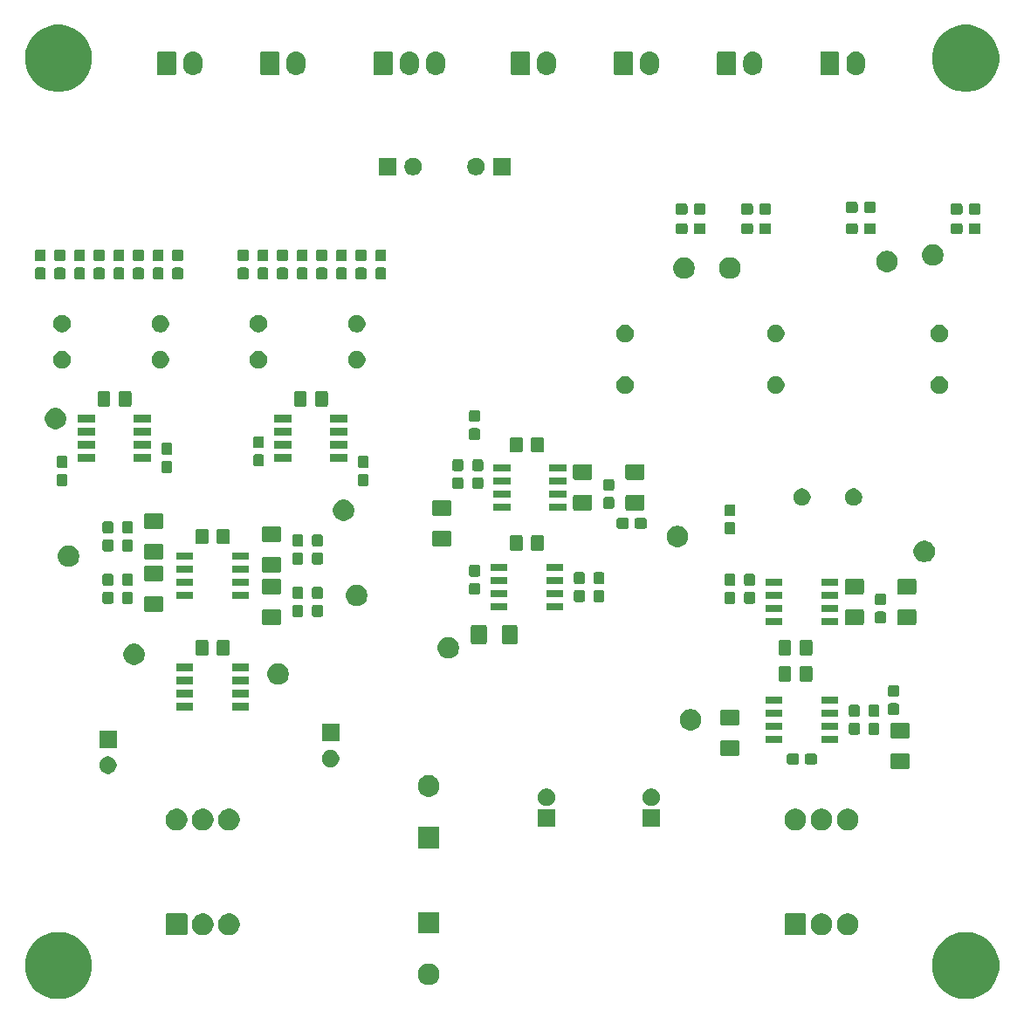
<source format=gbr>
G04 #@! TF.GenerationSoftware,KiCad,Pcbnew,5.1.4*
G04 #@! TF.CreationDate,2019-09-29T22:13:44-04:00*
G04 #@! TF.ProjectId,balanced_amplifier,62616c61-6e63-4656-945f-616d706c6966,1*
G04 #@! TF.SameCoordinates,Original*
G04 #@! TF.FileFunction,Soldermask,Top*
G04 #@! TF.FilePolarity,Negative*
%FSLAX46Y46*%
G04 Gerber Fmt 4.6, Leading zero omitted, Abs format (unit mm)*
G04 Created by KiCad (PCBNEW 5.1.4) date 2019-09-29 22:13:44*
%MOMM*%
%LPD*%
G04 APERTURE LIST*
%ADD10C,0.100000*%
G04 APERTURE END LIST*
D10*
G36*
X170834239Y-118611467D02*
G01*
X171148282Y-118673934D01*
X171739926Y-118919001D01*
X172272392Y-119274784D01*
X172725216Y-119727608D01*
X173080999Y-120260074D01*
X173326066Y-120851718D01*
X173451000Y-121479804D01*
X173451000Y-122120196D01*
X173326066Y-122748282D01*
X173080999Y-123339926D01*
X172725216Y-123872392D01*
X172272392Y-124325216D01*
X171739926Y-124680999D01*
X171148282Y-124926066D01*
X170834239Y-124988533D01*
X170520197Y-125051000D01*
X169879803Y-125051000D01*
X169565761Y-124988533D01*
X169251718Y-124926066D01*
X168660074Y-124680999D01*
X168127608Y-124325216D01*
X167674784Y-123872392D01*
X167319001Y-123339926D01*
X167073934Y-122748282D01*
X166949000Y-122120196D01*
X166949000Y-121479804D01*
X167073934Y-120851718D01*
X167319001Y-120260074D01*
X167674784Y-119727608D01*
X168127608Y-119274784D01*
X168660074Y-118919001D01*
X169251718Y-118673934D01*
X169565761Y-118611467D01*
X169879803Y-118549000D01*
X170520197Y-118549000D01*
X170834239Y-118611467D01*
X170834239Y-118611467D01*
G37*
G36*
X82834239Y-118611467D02*
G01*
X83148282Y-118673934D01*
X83739926Y-118919001D01*
X84272392Y-119274784D01*
X84725216Y-119727608D01*
X85080999Y-120260074D01*
X85326066Y-120851718D01*
X85451000Y-121479804D01*
X85451000Y-122120196D01*
X85326066Y-122748282D01*
X85080999Y-123339926D01*
X84725216Y-123872392D01*
X84272392Y-124325216D01*
X83739926Y-124680999D01*
X83148282Y-124926066D01*
X82834239Y-124988533D01*
X82520197Y-125051000D01*
X81879803Y-125051000D01*
X81565761Y-124988533D01*
X81251718Y-124926066D01*
X80660074Y-124680999D01*
X80127608Y-124325216D01*
X79674784Y-123872392D01*
X79319001Y-123339926D01*
X79073934Y-122748282D01*
X78949000Y-122120196D01*
X78949000Y-121479804D01*
X79073934Y-120851718D01*
X79319001Y-120260074D01*
X79674784Y-119727608D01*
X80127608Y-119274784D01*
X80660074Y-118919001D01*
X81251718Y-118673934D01*
X81565761Y-118611467D01*
X81879803Y-118549000D01*
X82520197Y-118549000D01*
X82834239Y-118611467D01*
X82834239Y-118611467D01*
G37*
G36*
X118416564Y-121629389D02*
G01*
X118607833Y-121708615D01*
X118607835Y-121708616D01*
X118779973Y-121823635D01*
X118926365Y-121970027D01*
X119026705Y-122120196D01*
X119041385Y-122142167D01*
X119120611Y-122333436D01*
X119161000Y-122536484D01*
X119161000Y-122743516D01*
X119120611Y-122946564D01*
X119041385Y-123137833D01*
X119041384Y-123137835D01*
X118926365Y-123309973D01*
X118779973Y-123456365D01*
X118607835Y-123571384D01*
X118607834Y-123571385D01*
X118607833Y-123571385D01*
X118416564Y-123650611D01*
X118213516Y-123691000D01*
X118006484Y-123691000D01*
X117803436Y-123650611D01*
X117612167Y-123571385D01*
X117612166Y-123571385D01*
X117612165Y-123571384D01*
X117440027Y-123456365D01*
X117293635Y-123309973D01*
X117178616Y-123137835D01*
X117178615Y-123137833D01*
X117099389Y-122946564D01*
X117059000Y-122743516D01*
X117059000Y-122536484D01*
X117099389Y-122333436D01*
X117178615Y-122142167D01*
X117193296Y-122120196D01*
X117293635Y-121970027D01*
X117440027Y-121823635D01*
X117612165Y-121708616D01*
X117612167Y-121708615D01*
X117803436Y-121629389D01*
X118006484Y-121589000D01*
X118213516Y-121589000D01*
X118416564Y-121629389D01*
X118416564Y-121629389D01*
G37*
G36*
X154574852Y-116752840D02*
G01*
X154606443Y-116762423D01*
X154635557Y-116777985D01*
X154661074Y-116798926D01*
X154682015Y-116824443D01*
X154697577Y-116853557D01*
X154707160Y-116885148D01*
X154711000Y-116924140D01*
X154711000Y-118675860D01*
X154707160Y-118714852D01*
X154697577Y-118746443D01*
X154682015Y-118775557D01*
X154661074Y-118801074D01*
X154635557Y-118822015D01*
X154606443Y-118837577D01*
X154574852Y-118847160D01*
X154535860Y-118851000D01*
X152784140Y-118851000D01*
X152745148Y-118847160D01*
X152713557Y-118837577D01*
X152684443Y-118822015D01*
X152658926Y-118801074D01*
X152637985Y-118775557D01*
X152622423Y-118746443D01*
X152612840Y-118714852D01*
X152609000Y-118675860D01*
X152609000Y-116924140D01*
X152612840Y-116885148D01*
X152622423Y-116853557D01*
X152637985Y-116824443D01*
X152658926Y-116798926D01*
X152684443Y-116777985D01*
X152713557Y-116762423D01*
X152745148Y-116752840D01*
X152784140Y-116749000D01*
X154535860Y-116749000D01*
X154574852Y-116752840D01*
X154574852Y-116752840D01*
G37*
G36*
X159046564Y-116789389D02*
G01*
X159230974Y-116865774D01*
X159237835Y-116868616D01*
X159301566Y-116911200D01*
X159409973Y-116983635D01*
X159556365Y-117130027D01*
X159671385Y-117302167D01*
X159750611Y-117493436D01*
X159791000Y-117696484D01*
X159791000Y-117903516D01*
X159750611Y-118106564D01*
X159671385Y-118297833D01*
X159671384Y-118297835D01*
X159556365Y-118469973D01*
X159409973Y-118616365D01*
X159237835Y-118731384D01*
X159237834Y-118731385D01*
X159237833Y-118731385D01*
X159046564Y-118810611D01*
X158843516Y-118851000D01*
X158636484Y-118851000D01*
X158433436Y-118810611D01*
X158242167Y-118731385D01*
X158242166Y-118731385D01*
X158242165Y-118731384D01*
X158070027Y-118616365D01*
X157923635Y-118469973D01*
X157808616Y-118297835D01*
X157808615Y-118297833D01*
X157729389Y-118106564D01*
X157689000Y-117903516D01*
X157689000Y-117696484D01*
X157729389Y-117493436D01*
X157808615Y-117302167D01*
X157923635Y-117130027D01*
X158070027Y-116983635D01*
X158178434Y-116911200D01*
X158242165Y-116868616D01*
X158249026Y-116865774D01*
X158433436Y-116789389D01*
X158636484Y-116749000D01*
X158843516Y-116749000D01*
X159046564Y-116789389D01*
X159046564Y-116789389D01*
G37*
G36*
X94574852Y-116752840D02*
G01*
X94606443Y-116762423D01*
X94635557Y-116777985D01*
X94661074Y-116798926D01*
X94682015Y-116824443D01*
X94697577Y-116853557D01*
X94707160Y-116885148D01*
X94711000Y-116924140D01*
X94711000Y-118675860D01*
X94707160Y-118714852D01*
X94697577Y-118746443D01*
X94682015Y-118775557D01*
X94661074Y-118801074D01*
X94635557Y-118822015D01*
X94606443Y-118837577D01*
X94574852Y-118847160D01*
X94535860Y-118851000D01*
X92784140Y-118851000D01*
X92745148Y-118847160D01*
X92713557Y-118837577D01*
X92684443Y-118822015D01*
X92658926Y-118801074D01*
X92637985Y-118775557D01*
X92622423Y-118746443D01*
X92612840Y-118714852D01*
X92609000Y-118675860D01*
X92609000Y-116924140D01*
X92612840Y-116885148D01*
X92622423Y-116853557D01*
X92637985Y-116824443D01*
X92658926Y-116798926D01*
X92684443Y-116777985D01*
X92713557Y-116762423D01*
X92745148Y-116752840D01*
X92784140Y-116749000D01*
X94535860Y-116749000D01*
X94574852Y-116752840D01*
X94574852Y-116752840D01*
G37*
G36*
X99046564Y-116789389D02*
G01*
X99230974Y-116865774D01*
X99237835Y-116868616D01*
X99301566Y-116911200D01*
X99409973Y-116983635D01*
X99556365Y-117130027D01*
X99671385Y-117302167D01*
X99750611Y-117493436D01*
X99791000Y-117696484D01*
X99791000Y-117903516D01*
X99750611Y-118106564D01*
X99671385Y-118297833D01*
X99671384Y-118297835D01*
X99556365Y-118469973D01*
X99409973Y-118616365D01*
X99237835Y-118731384D01*
X99237834Y-118731385D01*
X99237833Y-118731385D01*
X99046564Y-118810611D01*
X98843516Y-118851000D01*
X98636484Y-118851000D01*
X98433436Y-118810611D01*
X98242167Y-118731385D01*
X98242166Y-118731385D01*
X98242165Y-118731384D01*
X98070027Y-118616365D01*
X97923635Y-118469973D01*
X97808616Y-118297835D01*
X97808615Y-118297833D01*
X97729389Y-118106564D01*
X97689000Y-117903516D01*
X97689000Y-117696484D01*
X97729389Y-117493436D01*
X97808615Y-117302167D01*
X97923635Y-117130027D01*
X98070027Y-116983635D01*
X98178434Y-116911200D01*
X98242165Y-116868616D01*
X98249026Y-116865774D01*
X98433436Y-116789389D01*
X98636484Y-116749000D01*
X98843516Y-116749000D01*
X99046564Y-116789389D01*
X99046564Y-116789389D01*
G37*
G36*
X96506564Y-116789389D02*
G01*
X96690974Y-116865774D01*
X96697835Y-116868616D01*
X96761566Y-116911200D01*
X96869973Y-116983635D01*
X97016365Y-117130027D01*
X97131385Y-117302167D01*
X97210611Y-117493436D01*
X97251000Y-117696484D01*
X97251000Y-117903516D01*
X97210611Y-118106564D01*
X97131385Y-118297833D01*
X97131384Y-118297835D01*
X97016365Y-118469973D01*
X96869973Y-118616365D01*
X96697835Y-118731384D01*
X96697834Y-118731385D01*
X96697833Y-118731385D01*
X96506564Y-118810611D01*
X96303516Y-118851000D01*
X96096484Y-118851000D01*
X95893436Y-118810611D01*
X95702167Y-118731385D01*
X95702166Y-118731385D01*
X95702165Y-118731384D01*
X95530027Y-118616365D01*
X95383635Y-118469973D01*
X95268616Y-118297835D01*
X95268615Y-118297833D01*
X95189389Y-118106564D01*
X95149000Y-117903516D01*
X95149000Y-117696484D01*
X95189389Y-117493436D01*
X95268615Y-117302167D01*
X95383635Y-117130027D01*
X95530027Y-116983635D01*
X95638434Y-116911200D01*
X95702165Y-116868616D01*
X95709026Y-116865774D01*
X95893436Y-116789389D01*
X96096484Y-116749000D01*
X96303516Y-116749000D01*
X96506564Y-116789389D01*
X96506564Y-116789389D01*
G37*
G36*
X156506564Y-116789389D02*
G01*
X156690974Y-116865774D01*
X156697835Y-116868616D01*
X156761566Y-116911200D01*
X156869973Y-116983635D01*
X157016365Y-117130027D01*
X157131385Y-117302167D01*
X157210611Y-117493436D01*
X157251000Y-117696484D01*
X157251000Y-117903516D01*
X157210611Y-118106564D01*
X157131385Y-118297833D01*
X157131384Y-118297835D01*
X157016365Y-118469973D01*
X156869973Y-118616365D01*
X156697835Y-118731384D01*
X156697834Y-118731385D01*
X156697833Y-118731385D01*
X156506564Y-118810611D01*
X156303516Y-118851000D01*
X156096484Y-118851000D01*
X155893436Y-118810611D01*
X155702167Y-118731385D01*
X155702166Y-118731385D01*
X155702165Y-118731384D01*
X155530027Y-118616365D01*
X155383635Y-118469973D01*
X155268616Y-118297835D01*
X155268615Y-118297833D01*
X155189389Y-118106564D01*
X155149000Y-117903516D01*
X155149000Y-117696484D01*
X155189389Y-117493436D01*
X155268615Y-117302167D01*
X155383635Y-117130027D01*
X155530027Y-116983635D01*
X155638434Y-116911200D01*
X155702165Y-116868616D01*
X155709026Y-116865774D01*
X155893436Y-116789389D01*
X156096484Y-116749000D01*
X156303516Y-116749000D01*
X156506564Y-116789389D01*
X156506564Y-116789389D01*
G37*
G36*
X119161000Y-118691000D02*
G01*
X117059000Y-118691000D01*
X117059000Y-116589000D01*
X119161000Y-116589000D01*
X119161000Y-118691000D01*
X119161000Y-118691000D01*
G37*
G36*
X119161000Y-110436000D02*
G01*
X117059000Y-110436000D01*
X117059000Y-108334000D01*
X119161000Y-108334000D01*
X119161000Y-110436000D01*
X119161000Y-110436000D01*
G37*
G36*
X93966564Y-106629389D02*
G01*
X94157833Y-106708615D01*
X94157835Y-106708616D01*
X94329973Y-106823635D01*
X94476365Y-106970027D01*
X94591385Y-107142167D01*
X94670611Y-107333436D01*
X94711000Y-107536484D01*
X94711000Y-107743516D01*
X94670611Y-107946564D01*
X94591385Y-108137833D01*
X94591384Y-108137835D01*
X94476365Y-108309973D01*
X94329973Y-108456365D01*
X94157835Y-108571384D01*
X94157834Y-108571385D01*
X94157833Y-108571385D01*
X93966564Y-108650611D01*
X93763516Y-108691000D01*
X93556484Y-108691000D01*
X93353436Y-108650611D01*
X93162167Y-108571385D01*
X93162166Y-108571385D01*
X93162165Y-108571384D01*
X92990027Y-108456365D01*
X92843635Y-108309973D01*
X92728616Y-108137835D01*
X92728615Y-108137833D01*
X92649389Y-107946564D01*
X92609000Y-107743516D01*
X92609000Y-107536484D01*
X92649389Y-107333436D01*
X92728615Y-107142167D01*
X92843635Y-106970027D01*
X92990027Y-106823635D01*
X93162165Y-106708616D01*
X93162167Y-106708615D01*
X93353436Y-106629389D01*
X93556484Y-106589000D01*
X93763516Y-106589000D01*
X93966564Y-106629389D01*
X93966564Y-106629389D01*
G37*
G36*
X96506564Y-106629389D02*
G01*
X96697833Y-106708615D01*
X96697835Y-106708616D01*
X96869973Y-106823635D01*
X97016365Y-106970027D01*
X97131385Y-107142167D01*
X97210611Y-107333436D01*
X97251000Y-107536484D01*
X97251000Y-107743516D01*
X97210611Y-107946564D01*
X97131385Y-108137833D01*
X97131384Y-108137835D01*
X97016365Y-108309973D01*
X96869973Y-108456365D01*
X96697835Y-108571384D01*
X96697834Y-108571385D01*
X96697833Y-108571385D01*
X96506564Y-108650611D01*
X96303516Y-108691000D01*
X96096484Y-108691000D01*
X95893436Y-108650611D01*
X95702167Y-108571385D01*
X95702166Y-108571385D01*
X95702165Y-108571384D01*
X95530027Y-108456365D01*
X95383635Y-108309973D01*
X95268616Y-108137835D01*
X95268615Y-108137833D01*
X95189389Y-107946564D01*
X95149000Y-107743516D01*
X95149000Y-107536484D01*
X95189389Y-107333436D01*
X95268615Y-107142167D01*
X95383635Y-106970027D01*
X95530027Y-106823635D01*
X95702165Y-106708616D01*
X95702167Y-106708615D01*
X95893436Y-106629389D01*
X96096484Y-106589000D01*
X96303516Y-106589000D01*
X96506564Y-106629389D01*
X96506564Y-106629389D01*
G37*
G36*
X99046564Y-106629389D02*
G01*
X99237833Y-106708615D01*
X99237835Y-106708616D01*
X99409973Y-106823635D01*
X99556365Y-106970027D01*
X99671385Y-107142167D01*
X99750611Y-107333436D01*
X99791000Y-107536484D01*
X99791000Y-107743516D01*
X99750611Y-107946564D01*
X99671385Y-108137833D01*
X99671384Y-108137835D01*
X99556365Y-108309973D01*
X99409973Y-108456365D01*
X99237835Y-108571384D01*
X99237834Y-108571385D01*
X99237833Y-108571385D01*
X99046564Y-108650611D01*
X98843516Y-108691000D01*
X98636484Y-108691000D01*
X98433436Y-108650611D01*
X98242167Y-108571385D01*
X98242166Y-108571385D01*
X98242165Y-108571384D01*
X98070027Y-108456365D01*
X97923635Y-108309973D01*
X97808616Y-108137835D01*
X97808615Y-108137833D01*
X97729389Y-107946564D01*
X97689000Y-107743516D01*
X97689000Y-107536484D01*
X97729389Y-107333436D01*
X97808615Y-107142167D01*
X97923635Y-106970027D01*
X98070027Y-106823635D01*
X98242165Y-106708616D01*
X98242167Y-106708615D01*
X98433436Y-106629389D01*
X98636484Y-106589000D01*
X98843516Y-106589000D01*
X99046564Y-106629389D01*
X99046564Y-106629389D01*
G37*
G36*
X153966564Y-106629389D02*
G01*
X154157833Y-106708615D01*
X154157835Y-106708616D01*
X154329973Y-106823635D01*
X154476365Y-106970027D01*
X154591385Y-107142167D01*
X154670611Y-107333436D01*
X154711000Y-107536484D01*
X154711000Y-107743516D01*
X154670611Y-107946564D01*
X154591385Y-108137833D01*
X154591384Y-108137835D01*
X154476365Y-108309973D01*
X154329973Y-108456365D01*
X154157835Y-108571384D01*
X154157834Y-108571385D01*
X154157833Y-108571385D01*
X153966564Y-108650611D01*
X153763516Y-108691000D01*
X153556484Y-108691000D01*
X153353436Y-108650611D01*
X153162167Y-108571385D01*
X153162166Y-108571385D01*
X153162165Y-108571384D01*
X152990027Y-108456365D01*
X152843635Y-108309973D01*
X152728616Y-108137835D01*
X152728615Y-108137833D01*
X152649389Y-107946564D01*
X152609000Y-107743516D01*
X152609000Y-107536484D01*
X152649389Y-107333436D01*
X152728615Y-107142167D01*
X152843635Y-106970027D01*
X152990027Y-106823635D01*
X153162165Y-106708616D01*
X153162167Y-106708615D01*
X153353436Y-106629389D01*
X153556484Y-106589000D01*
X153763516Y-106589000D01*
X153966564Y-106629389D01*
X153966564Y-106629389D01*
G37*
G36*
X156506564Y-106629389D02*
G01*
X156697833Y-106708615D01*
X156697835Y-106708616D01*
X156869973Y-106823635D01*
X157016365Y-106970027D01*
X157131385Y-107142167D01*
X157210611Y-107333436D01*
X157251000Y-107536484D01*
X157251000Y-107743516D01*
X157210611Y-107946564D01*
X157131385Y-108137833D01*
X157131384Y-108137835D01*
X157016365Y-108309973D01*
X156869973Y-108456365D01*
X156697835Y-108571384D01*
X156697834Y-108571385D01*
X156697833Y-108571385D01*
X156506564Y-108650611D01*
X156303516Y-108691000D01*
X156096484Y-108691000D01*
X155893436Y-108650611D01*
X155702167Y-108571385D01*
X155702166Y-108571385D01*
X155702165Y-108571384D01*
X155530027Y-108456365D01*
X155383635Y-108309973D01*
X155268616Y-108137835D01*
X155268615Y-108137833D01*
X155189389Y-107946564D01*
X155149000Y-107743516D01*
X155149000Y-107536484D01*
X155189389Y-107333436D01*
X155268615Y-107142167D01*
X155383635Y-106970027D01*
X155530027Y-106823635D01*
X155702165Y-106708616D01*
X155702167Y-106708615D01*
X155893436Y-106629389D01*
X156096484Y-106589000D01*
X156303516Y-106589000D01*
X156506564Y-106629389D01*
X156506564Y-106629389D01*
G37*
G36*
X159046564Y-106629389D02*
G01*
X159237833Y-106708615D01*
X159237835Y-106708616D01*
X159409973Y-106823635D01*
X159556365Y-106970027D01*
X159671385Y-107142167D01*
X159750611Y-107333436D01*
X159791000Y-107536484D01*
X159791000Y-107743516D01*
X159750611Y-107946564D01*
X159671385Y-108137833D01*
X159671384Y-108137835D01*
X159556365Y-108309973D01*
X159409973Y-108456365D01*
X159237835Y-108571384D01*
X159237834Y-108571385D01*
X159237833Y-108571385D01*
X159046564Y-108650611D01*
X158843516Y-108691000D01*
X158636484Y-108691000D01*
X158433436Y-108650611D01*
X158242167Y-108571385D01*
X158242166Y-108571385D01*
X158242165Y-108571384D01*
X158070027Y-108456365D01*
X157923635Y-108309973D01*
X157808616Y-108137835D01*
X157808615Y-108137833D01*
X157729389Y-107946564D01*
X157689000Y-107743516D01*
X157689000Y-107536484D01*
X157729389Y-107333436D01*
X157808615Y-107142167D01*
X157923635Y-106970027D01*
X158070027Y-106823635D01*
X158242165Y-106708616D01*
X158242167Y-106708615D01*
X158433436Y-106629389D01*
X158636484Y-106589000D01*
X158843516Y-106589000D01*
X159046564Y-106629389D01*
X159046564Y-106629389D01*
G37*
G36*
X140551000Y-108331000D02*
G01*
X138849000Y-108331000D01*
X138849000Y-106629000D01*
X140551000Y-106629000D01*
X140551000Y-108331000D01*
X140551000Y-108331000D01*
G37*
G36*
X130391000Y-108331000D02*
G01*
X128689000Y-108331000D01*
X128689000Y-106629000D01*
X130391000Y-106629000D01*
X130391000Y-108331000D01*
X130391000Y-108331000D01*
G37*
G36*
X129788228Y-104661703D02*
G01*
X129943100Y-104725853D01*
X130082481Y-104818985D01*
X130201015Y-104937519D01*
X130294147Y-105076900D01*
X130358297Y-105231772D01*
X130391000Y-105396184D01*
X130391000Y-105563816D01*
X130358297Y-105728228D01*
X130294147Y-105883100D01*
X130201015Y-106022481D01*
X130082481Y-106141015D01*
X129943100Y-106234147D01*
X129788228Y-106298297D01*
X129623816Y-106331000D01*
X129456184Y-106331000D01*
X129291772Y-106298297D01*
X129136900Y-106234147D01*
X128997519Y-106141015D01*
X128878985Y-106022481D01*
X128785853Y-105883100D01*
X128721703Y-105728228D01*
X128689000Y-105563816D01*
X128689000Y-105396184D01*
X128721703Y-105231772D01*
X128785853Y-105076900D01*
X128878985Y-104937519D01*
X128997519Y-104818985D01*
X129136900Y-104725853D01*
X129291772Y-104661703D01*
X129456184Y-104629000D01*
X129623816Y-104629000D01*
X129788228Y-104661703D01*
X129788228Y-104661703D01*
G37*
G36*
X139948228Y-104661703D02*
G01*
X140103100Y-104725853D01*
X140242481Y-104818985D01*
X140361015Y-104937519D01*
X140454147Y-105076900D01*
X140518297Y-105231772D01*
X140551000Y-105396184D01*
X140551000Y-105563816D01*
X140518297Y-105728228D01*
X140454147Y-105883100D01*
X140361015Y-106022481D01*
X140242481Y-106141015D01*
X140103100Y-106234147D01*
X139948228Y-106298297D01*
X139783816Y-106331000D01*
X139616184Y-106331000D01*
X139451772Y-106298297D01*
X139296900Y-106234147D01*
X139157519Y-106141015D01*
X139038985Y-106022481D01*
X138945853Y-105883100D01*
X138881703Y-105728228D01*
X138849000Y-105563816D01*
X138849000Y-105396184D01*
X138881703Y-105231772D01*
X138945853Y-105076900D01*
X139038985Y-104937519D01*
X139157519Y-104818985D01*
X139296900Y-104725853D01*
X139451772Y-104661703D01*
X139616184Y-104629000D01*
X139783816Y-104629000D01*
X139948228Y-104661703D01*
X139948228Y-104661703D01*
G37*
G36*
X118416564Y-103374389D02*
G01*
X118607833Y-103453615D01*
X118607835Y-103453616D01*
X118779973Y-103568635D01*
X118926365Y-103715027D01*
X119041385Y-103887167D01*
X119120611Y-104078436D01*
X119161000Y-104281484D01*
X119161000Y-104488516D01*
X119120611Y-104691564D01*
X119041385Y-104882833D01*
X119041384Y-104882835D01*
X118926365Y-105054973D01*
X118779973Y-105201365D01*
X118607835Y-105316384D01*
X118607834Y-105316385D01*
X118607833Y-105316385D01*
X118416564Y-105395611D01*
X118213516Y-105436000D01*
X118006484Y-105436000D01*
X117803436Y-105395611D01*
X117612167Y-105316385D01*
X117612166Y-105316385D01*
X117612165Y-105316384D01*
X117440027Y-105201365D01*
X117293635Y-105054973D01*
X117178616Y-104882835D01*
X117178615Y-104882833D01*
X117099389Y-104691564D01*
X117059000Y-104488516D01*
X117059000Y-104281484D01*
X117099389Y-104078436D01*
X117178615Y-103887167D01*
X117293635Y-103715027D01*
X117440027Y-103568635D01*
X117612165Y-103453616D01*
X117612167Y-103453615D01*
X117803436Y-103374389D01*
X118006484Y-103334000D01*
X118213516Y-103334000D01*
X118416564Y-103374389D01*
X118416564Y-103374389D01*
G37*
G36*
X87243228Y-101541703D02*
G01*
X87398100Y-101605853D01*
X87537481Y-101698985D01*
X87656015Y-101817519D01*
X87749147Y-101956900D01*
X87813297Y-102111772D01*
X87846000Y-102276184D01*
X87846000Y-102443816D01*
X87813297Y-102608228D01*
X87749147Y-102763100D01*
X87656015Y-102902481D01*
X87537481Y-103021015D01*
X87398100Y-103114147D01*
X87243228Y-103178297D01*
X87078816Y-103211000D01*
X86911184Y-103211000D01*
X86746772Y-103178297D01*
X86591900Y-103114147D01*
X86452519Y-103021015D01*
X86333985Y-102902481D01*
X86240853Y-102763100D01*
X86176703Y-102608228D01*
X86144000Y-102443816D01*
X86144000Y-102276184D01*
X86176703Y-102111772D01*
X86240853Y-101956900D01*
X86333985Y-101817519D01*
X86452519Y-101698985D01*
X86591900Y-101605853D01*
X86746772Y-101541703D01*
X86911184Y-101509000D01*
X87078816Y-101509000D01*
X87243228Y-101541703D01*
X87243228Y-101541703D01*
G37*
G36*
X164605562Y-101223181D02*
G01*
X164640481Y-101233774D01*
X164672663Y-101250976D01*
X164700873Y-101274127D01*
X164724024Y-101302337D01*
X164741226Y-101334519D01*
X164751819Y-101369438D01*
X164756000Y-101411895D01*
X164756000Y-102553105D01*
X164751819Y-102595562D01*
X164741226Y-102630481D01*
X164724024Y-102662663D01*
X164700873Y-102690873D01*
X164672663Y-102714024D01*
X164640481Y-102731226D01*
X164605562Y-102741819D01*
X164563105Y-102746000D01*
X163096895Y-102746000D01*
X163054438Y-102741819D01*
X163019519Y-102731226D01*
X162987337Y-102714024D01*
X162959127Y-102690873D01*
X162935976Y-102662663D01*
X162918774Y-102630481D01*
X162908181Y-102595562D01*
X162904000Y-102553105D01*
X162904000Y-101411895D01*
X162908181Y-101369438D01*
X162918774Y-101334519D01*
X162935976Y-101302337D01*
X162959127Y-101274127D01*
X162987337Y-101250976D01*
X163019519Y-101233774D01*
X163054438Y-101223181D01*
X163096895Y-101219000D01*
X164563105Y-101219000D01*
X164605562Y-101223181D01*
X164605562Y-101223181D01*
G37*
G36*
X108833228Y-100906703D02*
G01*
X108988100Y-100970853D01*
X109127481Y-101063985D01*
X109246015Y-101182519D01*
X109339147Y-101321900D01*
X109403297Y-101476772D01*
X109436000Y-101641184D01*
X109436000Y-101808816D01*
X109403297Y-101973228D01*
X109339147Y-102128100D01*
X109246015Y-102267481D01*
X109127481Y-102386015D01*
X108988100Y-102479147D01*
X108833228Y-102543297D01*
X108668816Y-102576000D01*
X108501184Y-102576000D01*
X108336772Y-102543297D01*
X108181900Y-102479147D01*
X108042519Y-102386015D01*
X107923985Y-102267481D01*
X107830853Y-102128100D01*
X107766703Y-101973228D01*
X107734000Y-101808816D01*
X107734000Y-101641184D01*
X107766703Y-101476772D01*
X107830853Y-101321900D01*
X107923985Y-101182519D01*
X108042519Y-101063985D01*
X108181900Y-100970853D01*
X108336772Y-100906703D01*
X108501184Y-100874000D01*
X108668816Y-100874000D01*
X108833228Y-100906703D01*
X108833228Y-100906703D01*
G37*
G36*
X153844499Y-101243445D02*
G01*
X153881995Y-101254820D01*
X153916554Y-101273292D01*
X153946847Y-101298153D01*
X153971708Y-101328446D01*
X153990180Y-101363005D01*
X154001555Y-101400501D01*
X154006000Y-101445638D01*
X154006000Y-102084362D01*
X154001555Y-102129499D01*
X153990180Y-102166995D01*
X153971708Y-102201554D01*
X153946847Y-102231847D01*
X153916554Y-102256708D01*
X153881995Y-102275180D01*
X153844499Y-102286555D01*
X153799362Y-102291000D01*
X153060638Y-102291000D01*
X153015501Y-102286555D01*
X152978005Y-102275180D01*
X152943446Y-102256708D01*
X152913153Y-102231847D01*
X152888292Y-102201554D01*
X152869820Y-102166995D01*
X152858445Y-102129499D01*
X152854000Y-102084362D01*
X152854000Y-101445638D01*
X152858445Y-101400501D01*
X152869820Y-101363005D01*
X152888292Y-101328446D01*
X152913153Y-101298153D01*
X152943446Y-101273292D01*
X152978005Y-101254820D01*
X153015501Y-101243445D01*
X153060638Y-101239000D01*
X153799362Y-101239000D01*
X153844499Y-101243445D01*
X153844499Y-101243445D01*
G37*
G36*
X155594499Y-101243445D02*
G01*
X155631995Y-101254820D01*
X155666554Y-101273292D01*
X155696847Y-101298153D01*
X155721708Y-101328446D01*
X155740180Y-101363005D01*
X155751555Y-101400501D01*
X155756000Y-101445638D01*
X155756000Y-102084362D01*
X155751555Y-102129499D01*
X155740180Y-102166995D01*
X155721708Y-102201554D01*
X155696847Y-102231847D01*
X155666554Y-102256708D01*
X155631995Y-102275180D01*
X155594499Y-102286555D01*
X155549362Y-102291000D01*
X154810638Y-102291000D01*
X154765501Y-102286555D01*
X154728005Y-102275180D01*
X154693446Y-102256708D01*
X154663153Y-102231847D01*
X154638292Y-102201554D01*
X154619820Y-102166995D01*
X154608445Y-102129499D01*
X154604000Y-102084362D01*
X154604000Y-101445638D01*
X154608445Y-101400501D01*
X154619820Y-101363005D01*
X154638292Y-101328446D01*
X154663153Y-101298153D01*
X154693446Y-101273292D01*
X154728005Y-101254820D01*
X154765501Y-101243445D01*
X154810638Y-101239000D01*
X155549362Y-101239000D01*
X155594499Y-101243445D01*
X155594499Y-101243445D01*
G37*
G36*
X148095562Y-99953181D02*
G01*
X148130481Y-99963774D01*
X148162663Y-99980976D01*
X148190873Y-100004127D01*
X148214024Y-100032337D01*
X148231226Y-100064519D01*
X148241819Y-100099438D01*
X148246000Y-100141895D01*
X148246000Y-101283105D01*
X148241819Y-101325562D01*
X148231226Y-101360481D01*
X148214024Y-101392663D01*
X148190873Y-101420873D01*
X148162663Y-101444024D01*
X148130481Y-101461226D01*
X148095562Y-101471819D01*
X148053105Y-101476000D01*
X146586895Y-101476000D01*
X146544438Y-101471819D01*
X146509519Y-101461226D01*
X146477337Y-101444024D01*
X146449127Y-101420873D01*
X146425976Y-101392663D01*
X146408774Y-101360481D01*
X146398181Y-101325562D01*
X146394000Y-101283105D01*
X146394000Y-100141895D01*
X146398181Y-100099438D01*
X146408774Y-100064519D01*
X146425976Y-100032337D01*
X146449127Y-100004127D01*
X146477337Y-99980976D01*
X146509519Y-99963774D01*
X146544438Y-99953181D01*
X146586895Y-99949000D01*
X148053105Y-99949000D01*
X148095562Y-99953181D01*
X148095562Y-99953181D01*
G37*
G36*
X87846000Y-100711000D02*
G01*
X86144000Y-100711000D01*
X86144000Y-99009000D01*
X87846000Y-99009000D01*
X87846000Y-100711000D01*
X87846000Y-100711000D01*
G37*
G36*
X157831000Y-100211000D02*
G01*
X156179000Y-100211000D01*
X156179000Y-99509000D01*
X157831000Y-99509000D01*
X157831000Y-100211000D01*
X157831000Y-100211000D01*
G37*
G36*
X152431000Y-100211000D02*
G01*
X150779000Y-100211000D01*
X150779000Y-99509000D01*
X152431000Y-99509000D01*
X152431000Y-100211000D01*
X152431000Y-100211000D01*
G37*
G36*
X109436000Y-100076000D02*
G01*
X107734000Y-100076000D01*
X107734000Y-98374000D01*
X109436000Y-98374000D01*
X109436000Y-100076000D01*
X109436000Y-100076000D01*
G37*
G36*
X164605562Y-98248181D02*
G01*
X164640481Y-98258774D01*
X164672663Y-98275976D01*
X164700873Y-98299127D01*
X164724024Y-98327337D01*
X164741226Y-98359519D01*
X164751819Y-98394438D01*
X164756000Y-98436895D01*
X164756000Y-99578105D01*
X164751819Y-99620562D01*
X164741226Y-99655481D01*
X164724024Y-99687663D01*
X164700873Y-99715873D01*
X164672663Y-99739024D01*
X164640481Y-99756226D01*
X164605562Y-99766819D01*
X164563105Y-99771000D01*
X163096895Y-99771000D01*
X163054438Y-99766819D01*
X163019519Y-99756226D01*
X162987337Y-99739024D01*
X162959127Y-99715873D01*
X162935976Y-99687663D01*
X162918774Y-99655481D01*
X162908181Y-99620562D01*
X162904000Y-99578105D01*
X162904000Y-98436895D01*
X162908181Y-98394438D01*
X162918774Y-98359519D01*
X162935976Y-98327337D01*
X162959127Y-98299127D01*
X162987337Y-98275976D01*
X163019519Y-98258774D01*
X163054438Y-98248181D01*
X163096895Y-98244000D01*
X164563105Y-98244000D01*
X164605562Y-98248181D01*
X164605562Y-98248181D01*
G37*
G36*
X161654499Y-98258445D02*
G01*
X161691995Y-98269820D01*
X161726554Y-98288292D01*
X161756847Y-98313153D01*
X161781708Y-98343446D01*
X161800180Y-98378005D01*
X161811555Y-98415501D01*
X161816000Y-98460638D01*
X161816000Y-99199362D01*
X161811555Y-99244499D01*
X161800180Y-99281995D01*
X161781708Y-99316554D01*
X161756847Y-99346847D01*
X161726554Y-99371708D01*
X161691995Y-99390180D01*
X161654499Y-99401555D01*
X161609362Y-99406000D01*
X160970638Y-99406000D01*
X160925501Y-99401555D01*
X160888005Y-99390180D01*
X160853446Y-99371708D01*
X160823153Y-99346847D01*
X160798292Y-99316554D01*
X160779820Y-99281995D01*
X160768445Y-99244499D01*
X160764000Y-99199362D01*
X160764000Y-98460638D01*
X160768445Y-98415501D01*
X160779820Y-98378005D01*
X160798292Y-98343446D01*
X160823153Y-98313153D01*
X160853446Y-98288292D01*
X160888005Y-98269820D01*
X160925501Y-98258445D01*
X160970638Y-98254000D01*
X161609362Y-98254000D01*
X161654499Y-98258445D01*
X161654499Y-98258445D01*
G37*
G36*
X159749499Y-98258445D02*
G01*
X159786995Y-98269820D01*
X159821554Y-98288292D01*
X159851847Y-98313153D01*
X159876708Y-98343446D01*
X159895180Y-98378005D01*
X159906555Y-98415501D01*
X159911000Y-98460638D01*
X159911000Y-99199362D01*
X159906555Y-99244499D01*
X159895180Y-99281995D01*
X159876708Y-99316554D01*
X159851847Y-99346847D01*
X159821554Y-99371708D01*
X159786995Y-99390180D01*
X159749499Y-99401555D01*
X159704362Y-99406000D01*
X159065638Y-99406000D01*
X159020501Y-99401555D01*
X158983005Y-99390180D01*
X158948446Y-99371708D01*
X158918153Y-99346847D01*
X158893292Y-99316554D01*
X158874820Y-99281995D01*
X158863445Y-99244499D01*
X158859000Y-99199362D01*
X158859000Y-98460638D01*
X158863445Y-98415501D01*
X158874820Y-98378005D01*
X158893292Y-98343446D01*
X158918153Y-98313153D01*
X158948446Y-98288292D01*
X158983005Y-98269820D01*
X159020501Y-98258445D01*
X159065638Y-98254000D01*
X159704362Y-98254000D01*
X159749499Y-98258445D01*
X159749499Y-98258445D01*
G37*
G36*
X143816564Y-96944389D02*
G01*
X144007833Y-97023615D01*
X144007835Y-97023616D01*
X144179973Y-97138635D01*
X144326365Y-97285027D01*
X144410908Y-97411554D01*
X144441385Y-97457167D01*
X144520611Y-97648436D01*
X144561000Y-97851484D01*
X144561000Y-98058516D01*
X144520611Y-98261564D01*
X144470750Y-98381939D01*
X144441384Y-98452835D01*
X144326365Y-98624973D01*
X144179973Y-98771365D01*
X144007835Y-98886384D01*
X144007834Y-98886385D01*
X144007833Y-98886385D01*
X143816564Y-98965611D01*
X143613516Y-99006000D01*
X143406484Y-99006000D01*
X143203436Y-98965611D01*
X143012167Y-98886385D01*
X143012166Y-98886385D01*
X143012165Y-98886384D01*
X142840027Y-98771365D01*
X142693635Y-98624973D01*
X142578616Y-98452835D01*
X142549250Y-98381939D01*
X142499389Y-98261564D01*
X142459000Y-98058516D01*
X142459000Y-97851484D01*
X142499389Y-97648436D01*
X142578615Y-97457167D01*
X142609093Y-97411554D01*
X142693635Y-97285027D01*
X142840027Y-97138635D01*
X143012165Y-97023616D01*
X143012167Y-97023615D01*
X143203436Y-96944389D01*
X143406484Y-96904000D01*
X143613516Y-96904000D01*
X143816564Y-96944389D01*
X143816564Y-96944389D01*
G37*
G36*
X157831000Y-98941000D02*
G01*
X156179000Y-98941000D01*
X156179000Y-98239000D01*
X157831000Y-98239000D01*
X157831000Y-98941000D01*
X157831000Y-98941000D01*
G37*
G36*
X152431000Y-98941000D02*
G01*
X150779000Y-98941000D01*
X150779000Y-98239000D01*
X152431000Y-98239000D01*
X152431000Y-98941000D01*
X152431000Y-98941000D01*
G37*
G36*
X148095562Y-96978181D02*
G01*
X148130481Y-96988774D01*
X148162663Y-97005976D01*
X148190873Y-97029127D01*
X148214024Y-97057337D01*
X148231226Y-97089519D01*
X148241819Y-97124438D01*
X148246000Y-97166895D01*
X148246000Y-98308105D01*
X148241819Y-98350562D01*
X148231226Y-98385481D01*
X148214024Y-98417663D01*
X148190873Y-98445873D01*
X148162663Y-98469024D01*
X148130481Y-98486226D01*
X148095562Y-98496819D01*
X148053105Y-98501000D01*
X146586895Y-98501000D01*
X146544438Y-98496819D01*
X146509519Y-98486226D01*
X146477337Y-98469024D01*
X146449127Y-98445873D01*
X146425976Y-98417663D01*
X146408774Y-98385481D01*
X146398181Y-98350562D01*
X146394000Y-98308105D01*
X146394000Y-97166895D01*
X146398181Y-97124438D01*
X146408774Y-97089519D01*
X146425976Y-97057337D01*
X146449127Y-97029127D01*
X146477337Y-97005976D01*
X146509519Y-96988774D01*
X146544438Y-96978181D01*
X146586895Y-96974000D01*
X148053105Y-96974000D01*
X148095562Y-96978181D01*
X148095562Y-96978181D01*
G37*
G36*
X152431000Y-97671000D02*
G01*
X150779000Y-97671000D01*
X150779000Y-96969000D01*
X152431000Y-96969000D01*
X152431000Y-97671000D01*
X152431000Y-97671000D01*
G37*
G36*
X157831000Y-97671000D02*
G01*
X156179000Y-97671000D01*
X156179000Y-96969000D01*
X157831000Y-96969000D01*
X157831000Y-97671000D01*
X157831000Y-97671000D01*
G37*
G36*
X161654499Y-96508445D02*
G01*
X161691995Y-96519820D01*
X161726554Y-96538292D01*
X161756847Y-96563153D01*
X161781708Y-96593446D01*
X161800180Y-96628005D01*
X161811555Y-96665501D01*
X161816000Y-96710638D01*
X161816000Y-97449362D01*
X161811555Y-97494499D01*
X161800180Y-97531995D01*
X161781708Y-97566554D01*
X161756847Y-97596847D01*
X161726554Y-97621708D01*
X161691995Y-97640180D01*
X161654499Y-97651555D01*
X161609362Y-97656000D01*
X160970638Y-97656000D01*
X160925501Y-97651555D01*
X160888005Y-97640180D01*
X160853446Y-97621708D01*
X160823153Y-97596847D01*
X160798292Y-97566554D01*
X160779820Y-97531995D01*
X160768445Y-97494499D01*
X160764000Y-97449362D01*
X160764000Y-96710638D01*
X160768445Y-96665501D01*
X160779820Y-96628005D01*
X160798292Y-96593446D01*
X160823153Y-96563153D01*
X160853446Y-96538292D01*
X160888005Y-96519820D01*
X160925501Y-96508445D01*
X160970638Y-96504000D01*
X161609362Y-96504000D01*
X161654499Y-96508445D01*
X161654499Y-96508445D01*
G37*
G36*
X159749499Y-96508445D02*
G01*
X159786995Y-96519820D01*
X159821554Y-96538292D01*
X159851847Y-96563153D01*
X159876708Y-96593446D01*
X159895180Y-96628005D01*
X159906555Y-96665501D01*
X159911000Y-96710638D01*
X159911000Y-97449362D01*
X159906555Y-97494499D01*
X159895180Y-97531995D01*
X159876708Y-97566554D01*
X159851847Y-97596847D01*
X159821554Y-97621708D01*
X159786995Y-97640180D01*
X159749499Y-97651555D01*
X159704362Y-97656000D01*
X159065638Y-97656000D01*
X159020501Y-97651555D01*
X158983005Y-97640180D01*
X158948446Y-97621708D01*
X158918153Y-97596847D01*
X158893292Y-97566554D01*
X158874820Y-97531995D01*
X158863445Y-97494499D01*
X158859000Y-97449362D01*
X158859000Y-96710638D01*
X158863445Y-96665501D01*
X158874820Y-96628005D01*
X158893292Y-96593446D01*
X158918153Y-96563153D01*
X158948446Y-96538292D01*
X158983005Y-96519820D01*
X159020501Y-96508445D01*
X159065638Y-96504000D01*
X159704362Y-96504000D01*
X159749499Y-96508445D01*
X159749499Y-96508445D01*
G37*
G36*
X163559499Y-96353445D02*
G01*
X163596995Y-96364820D01*
X163631554Y-96383292D01*
X163661847Y-96408153D01*
X163686708Y-96438446D01*
X163705180Y-96473005D01*
X163716555Y-96510501D01*
X163721000Y-96555638D01*
X163721000Y-97294362D01*
X163716555Y-97339499D01*
X163705180Y-97376995D01*
X163686708Y-97411554D01*
X163661847Y-97441847D01*
X163631554Y-97466708D01*
X163596995Y-97485180D01*
X163559499Y-97496555D01*
X163514362Y-97501000D01*
X162875638Y-97501000D01*
X162830501Y-97496555D01*
X162793005Y-97485180D01*
X162758446Y-97466708D01*
X162728153Y-97441847D01*
X162703292Y-97411554D01*
X162684820Y-97376995D01*
X162673445Y-97339499D01*
X162669000Y-97294362D01*
X162669000Y-96555638D01*
X162673445Y-96510501D01*
X162684820Y-96473005D01*
X162703292Y-96438446D01*
X162728153Y-96408153D01*
X162758446Y-96383292D01*
X162793005Y-96364820D01*
X162830501Y-96353445D01*
X162875638Y-96349000D01*
X163514362Y-96349000D01*
X163559499Y-96353445D01*
X163559499Y-96353445D01*
G37*
G36*
X100681000Y-97036000D02*
G01*
X99029000Y-97036000D01*
X99029000Y-96334000D01*
X100681000Y-96334000D01*
X100681000Y-97036000D01*
X100681000Y-97036000D01*
G37*
G36*
X95281000Y-97036000D02*
G01*
X93629000Y-97036000D01*
X93629000Y-96334000D01*
X95281000Y-96334000D01*
X95281000Y-97036000D01*
X95281000Y-97036000D01*
G37*
G36*
X157831000Y-96401000D02*
G01*
X156179000Y-96401000D01*
X156179000Y-95699000D01*
X157831000Y-95699000D01*
X157831000Y-96401000D01*
X157831000Y-96401000D01*
G37*
G36*
X152431000Y-96401000D02*
G01*
X150779000Y-96401000D01*
X150779000Y-95699000D01*
X152431000Y-95699000D01*
X152431000Y-96401000D01*
X152431000Y-96401000D01*
G37*
G36*
X100681000Y-95766000D02*
G01*
X99029000Y-95766000D01*
X99029000Y-95064000D01*
X100681000Y-95064000D01*
X100681000Y-95766000D01*
X100681000Y-95766000D01*
G37*
G36*
X95281000Y-95766000D02*
G01*
X93629000Y-95766000D01*
X93629000Y-95064000D01*
X95281000Y-95064000D01*
X95281000Y-95766000D01*
X95281000Y-95766000D01*
G37*
G36*
X163559499Y-94603445D02*
G01*
X163596995Y-94614820D01*
X163631554Y-94633292D01*
X163661847Y-94658153D01*
X163686708Y-94688446D01*
X163705180Y-94723005D01*
X163716555Y-94760501D01*
X163721000Y-94805638D01*
X163721000Y-95544362D01*
X163716555Y-95589499D01*
X163705180Y-95626995D01*
X163686708Y-95661554D01*
X163661847Y-95691847D01*
X163631554Y-95716708D01*
X163596995Y-95735180D01*
X163559499Y-95746555D01*
X163514362Y-95751000D01*
X162875638Y-95751000D01*
X162830501Y-95746555D01*
X162793005Y-95735180D01*
X162758446Y-95716708D01*
X162728153Y-95691847D01*
X162703292Y-95661554D01*
X162684820Y-95626995D01*
X162673445Y-95589499D01*
X162669000Y-95544362D01*
X162669000Y-94805638D01*
X162673445Y-94760501D01*
X162684820Y-94723005D01*
X162703292Y-94688446D01*
X162728153Y-94658153D01*
X162758446Y-94633292D01*
X162793005Y-94614820D01*
X162830501Y-94603445D01*
X162875638Y-94599000D01*
X163514362Y-94599000D01*
X163559499Y-94603445D01*
X163559499Y-94603445D01*
G37*
G36*
X103811564Y-92499389D02*
G01*
X103900880Y-92536385D01*
X104002835Y-92578616D01*
X104058200Y-92615610D01*
X104174973Y-92693635D01*
X104321365Y-92840027D01*
X104436385Y-93012167D01*
X104515611Y-93203436D01*
X104556000Y-93406484D01*
X104556000Y-93613516D01*
X104515611Y-93816564D01*
X104436385Y-94007833D01*
X104436384Y-94007835D01*
X104321365Y-94179973D01*
X104174973Y-94326365D01*
X104002835Y-94441384D01*
X104002834Y-94441385D01*
X104002833Y-94441385D01*
X103811564Y-94520611D01*
X103608516Y-94561000D01*
X103401484Y-94561000D01*
X103198436Y-94520611D01*
X103007167Y-94441385D01*
X103007166Y-94441385D01*
X103007165Y-94441384D01*
X102835027Y-94326365D01*
X102688635Y-94179973D01*
X102573616Y-94007835D01*
X102573615Y-94007833D01*
X102494389Y-93816564D01*
X102454000Y-93613516D01*
X102454000Y-93406484D01*
X102494389Y-93203436D01*
X102573615Y-93012167D01*
X102688635Y-92840027D01*
X102835027Y-92693635D01*
X102951800Y-92615610D01*
X103007165Y-92578616D01*
X103109120Y-92536385D01*
X103198436Y-92499389D01*
X103401484Y-92459000D01*
X103608516Y-92459000D01*
X103811564Y-92499389D01*
X103811564Y-92499389D01*
G37*
G36*
X100681000Y-94496000D02*
G01*
X99029000Y-94496000D01*
X99029000Y-93794000D01*
X100681000Y-93794000D01*
X100681000Y-94496000D01*
X100681000Y-94496000D01*
G37*
G36*
X95281000Y-94496000D02*
G01*
X93629000Y-94496000D01*
X93629000Y-93794000D01*
X95281000Y-93794000D01*
X95281000Y-94496000D01*
X95281000Y-94496000D01*
G37*
G36*
X155158674Y-92763465D02*
G01*
X155196367Y-92774899D01*
X155231103Y-92793466D01*
X155261548Y-92818452D01*
X155286534Y-92848897D01*
X155305101Y-92883633D01*
X155316535Y-92921326D01*
X155321000Y-92966661D01*
X155321000Y-94053339D01*
X155316535Y-94098674D01*
X155305101Y-94136367D01*
X155286534Y-94171103D01*
X155261548Y-94201548D01*
X155231103Y-94226534D01*
X155196367Y-94245101D01*
X155158674Y-94256535D01*
X155113339Y-94261000D01*
X154276661Y-94261000D01*
X154231326Y-94256535D01*
X154193633Y-94245101D01*
X154158897Y-94226534D01*
X154128452Y-94201548D01*
X154103466Y-94171103D01*
X154084899Y-94136367D01*
X154073465Y-94098674D01*
X154069000Y-94053339D01*
X154069000Y-92966661D01*
X154073465Y-92921326D01*
X154084899Y-92883633D01*
X154103466Y-92848897D01*
X154128452Y-92818452D01*
X154158897Y-92793466D01*
X154193633Y-92774899D01*
X154231326Y-92763465D01*
X154276661Y-92759000D01*
X155113339Y-92759000D01*
X155158674Y-92763465D01*
X155158674Y-92763465D01*
G37*
G36*
X153108674Y-92763465D02*
G01*
X153146367Y-92774899D01*
X153181103Y-92793466D01*
X153211548Y-92818452D01*
X153236534Y-92848897D01*
X153255101Y-92883633D01*
X153266535Y-92921326D01*
X153271000Y-92966661D01*
X153271000Y-94053339D01*
X153266535Y-94098674D01*
X153255101Y-94136367D01*
X153236534Y-94171103D01*
X153211548Y-94201548D01*
X153181103Y-94226534D01*
X153146367Y-94245101D01*
X153108674Y-94256535D01*
X153063339Y-94261000D01*
X152226661Y-94261000D01*
X152181326Y-94256535D01*
X152143633Y-94245101D01*
X152108897Y-94226534D01*
X152078452Y-94201548D01*
X152053466Y-94171103D01*
X152034899Y-94136367D01*
X152023465Y-94098674D01*
X152019000Y-94053339D01*
X152019000Y-92966661D01*
X152023465Y-92921326D01*
X152034899Y-92883633D01*
X152053466Y-92848897D01*
X152078452Y-92818452D01*
X152108897Y-92793466D01*
X152143633Y-92774899D01*
X152181326Y-92763465D01*
X152226661Y-92759000D01*
X153063339Y-92759000D01*
X153108674Y-92763465D01*
X153108674Y-92763465D01*
G37*
G36*
X100681000Y-93226000D02*
G01*
X99029000Y-93226000D01*
X99029000Y-92524000D01*
X100681000Y-92524000D01*
X100681000Y-93226000D01*
X100681000Y-93226000D01*
G37*
G36*
X95281000Y-93226000D02*
G01*
X93629000Y-93226000D01*
X93629000Y-92524000D01*
X95281000Y-92524000D01*
X95281000Y-93226000D01*
X95281000Y-93226000D01*
G37*
G36*
X89841564Y-90594389D02*
G01*
X90032833Y-90673615D01*
X90032835Y-90673616D01*
X90204973Y-90788635D01*
X90351365Y-90935027D01*
X90466385Y-91107167D01*
X90545611Y-91298436D01*
X90586000Y-91501484D01*
X90586000Y-91708516D01*
X90545611Y-91911564D01*
X90500281Y-92021000D01*
X90466384Y-92102835D01*
X90351365Y-92274973D01*
X90204973Y-92421365D01*
X90032835Y-92536384D01*
X90032834Y-92536385D01*
X90032833Y-92536385D01*
X89841564Y-92615611D01*
X89638516Y-92656000D01*
X89431484Y-92656000D01*
X89228436Y-92615611D01*
X89037167Y-92536385D01*
X89037166Y-92536385D01*
X89037165Y-92536384D01*
X88865027Y-92421365D01*
X88718635Y-92274973D01*
X88603616Y-92102835D01*
X88569719Y-92021000D01*
X88524389Y-91911564D01*
X88484000Y-91708516D01*
X88484000Y-91501484D01*
X88524389Y-91298436D01*
X88603615Y-91107167D01*
X88718635Y-90935027D01*
X88865027Y-90788635D01*
X89037165Y-90673616D01*
X89037167Y-90673615D01*
X89228436Y-90594389D01*
X89431484Y-90554000D01*
X89638516Y-90554000D01*
X89841564Y-90594389D01*
X89841564Y-90594389D01*
G37*
G36*
X120321564Y-89959389D02*
G01*
X120512833Y-90038615D01*
X120512835Y-90038616D01*
X120684973Y-90153635D01*
X120831365Y-90300027D01*
X120938673Y-90460624D01*
X120946385Y-90472167D01*
X121025611Y-90663436D01*
X121066000Y-90866484D01*
X121066000Y-91073516D01*
X121025611Y-91276564D01*
X120946385Y-91467833D01*
X120946384Y-91467835D01*
X120831365Y-91639973D01*
X120684973Y-91786365D01*
X120512835Y-91901384D01*
X120512834Y-91901385D01*
X120512833Y-91901385D01*
X120321564Y-91980611D01*
X120118516Y-92021000D01*
X119911484Y-92021000D01*
X119708436Y-91980611D01*
X119517167Y-91901385D01*
X119517166Y-91901385D01*
X119517165Y-91901384D01*
X119345027Y-91786365D01*
X119198635Y-91639973D01*
X119083616Y-91467835D01*
X119083615Y-91467833D01*
X119004389Y-91276564D01*
X118964000Y-91073516D01*
X118964000Y-90866484D01*
X119004389Y-90663436D01*
X119083615Y-90472167D01*
X119091328Y-90460624D01*
X119198635Y-90300027D01*
X119345027Y-90153635D01*
X119517165Y-90038616D01*
X119517167Y-90038615D01*
X119708436Y-89959389D01*
X119911484Y-89919000D01*
X120118516Y-89919000D01*
X120321564Y-89959389D01*
X120321564Y-89959389D01*
G37*
G36*
X96593674Y-90223465D02*
G01*
X96631367Y-90234899D01*
X96666103Y-90253466D01*
X96696548Y-90278452D01*
X96721534Y-90308897D01*
X96740101Y-90343633D01*
X96751535Y-90381326D01*
X96756000Y-90426661D01*
X96756000Y-91513339D01*
X96751535Y-91558674D01*
X96740101Y-91596367D01*
X96721534Y-91631103D01*
X96696548Y-91661548D01*
X96666103Y-91686534D01*
X96631367Y-91705101D01*
X96593674Y-91716535D01*
X96548339Y-91721000D01*
X95711661Y-91721000D01*
X95666326Y-91716535D01*
X95628633Y-91705101D01*
X95593897Y-91686534D01*
X95563452Y-91661548D01*
X95538466Y-91631103D01*
X95519899Y-91596367D01*
X95508465Y-91558674D01*
X95504000Y-91513339D01*
X95504000Y-90426661D01*
X95508465Y-90381326D01*
X95519899Y-90343633D01*
X95538466Y-90308897D01*
X95563452Y-90278452D01*
X95593897Y-90253466D01*
X95628633Y-90234899D01*
X95666326Y-90223465D01*
X95711661Y-90219000D01*
X96548339Y-90219000D01*
X96593674Y-90223465D01*
X96593674Y-90223465D01*
G37*
G36*
X153108674Y-90223465D02*
G01*
X153146367Y-90234899D01*
X153181103Y-90253466D01*
X153211548Y-90278452D01*
X153236534Y-90308897D01*
X153255101Y-90343633D01*
X153266535Y-90381326D01*
X153271000Y-90426661D01*
X153271000Y-91513339D01*
X153266535Y-91558674D01*
X153255101Y-91596367D01*
X153236534Y-91631103D01*
X153211548Y-91661548D01*
X153181103Y-91686534D01*
X153146367Y-91705101D01*
X153108674Y-91716535D01*
X153063339Y-91721000D01*
X152226661Y-91721000D01*
X152181326Y-91716535D01*
X152143633Y-91705101D01*
X152108897Y-91686534D01*
X152078452Y-91661548D01*
X152053466Y-91631103D01*
X152034899Y-91596367D01*
X152023465Y-91558674D01*
X152019000Y-91513339D01*
X152019000Y-90426661D01*
X152023465Y-90381326D01*
X152034899Y-90343633D01*
X152053466Y-90308897D01*
X152078452Y-90278452D01*
X152108897Y-90253466D01*
X152143633Y-90234899D01*
X152181326Y-90223465D01*
X152226661Y-90219000D01*
X153063339Y-90219000D01*
X153108674Y-90223465D01*
X153108674Y-90223465D01*
G37*
G36*
X155158674Y-90223465D02*
G01*
X155196367Y-90234899D01*
X155231103Y-90253466D01*
X155261548Y-90278452D01*
X155286534Y-90308897D01*
X155305101Y-90343633D01*
X155316535Y-90381326D01*
X155321000Y-90426661D01*
X155321000Y-91513339D01*
X155316535Y-91558674D01*
X155305101Y-91596367D01*
X155286534Y-91631103D01*
X155261548Y-91661548D01*
X155231103Y-91686534D01*
X155196367Y-91705101D01*
X155158674Y-91716535D01*
X155113339Y-91721000D01*
X154276661Y-91721000D01*
X154231326Y-91716535D01*
X154193633Y-91705101D01*
X154158897Y-91686534D01*
X154128452Y-91661548D01*
X154103466Y-91631103D01*
X154084899Y-91596367D01*
X154073465Y-91558674D01*
X154069000Y-91513339D01*
X154069000Y-90426661D01*
X154073465Y-90381326D01*
X154084899Y-90343633D01*
X154103466Y-90308897D01*
X154128452Y-90278452D01*
X154158897Y-90253466D01*
X154193633Y-90234899D01*
X154231326Y-90223465D01*
X154276661Y-90219000D01*
X155113339Y-90219000D01*
X155158674Y-90223465D01*
X155158674Y-90223465D01*
G37*
G36*
X98643674Y-90223465D02*
G01*
X98681367Y-90234899D01*
X98716103Y-90253466D01*
X98746548Y-90278452D01*
X98771534Y-90308897D01*
X98790101Y-90343633D01*
X98801535Y-90381326D01*
X98806000Y-90426661D01*
X98806000Y-91513339D01*
X98801535Y-91558674D01*
X98790101Y-91596367D01*
X98771534Y-91631103D01*
X98746548Y-91661548D01*
X98716103Y-91686534D01*
X98681367Y-91705101D01*
X98643674Y-91716535D01*
X98598339Y-91721000D01*
X97761661Y-91721000D01*
X97716326Y-91716535D01*
X97678633Y-91705101D01*
X97643897Y-91686534D01*
X97613452Y-91661548D01*
X97588466Y-91631103D01*
X97569899Y-91596367D01*
X97558465Y-91558674D01*
X97554000Y-91513339D01*
X97554000Y-90426661D01*
X97558465Y-90381326D01*
X97569899Y-90343633D01*
X97588466Y-90308897D01*
X97613452Y-90278452D01*
X97643897Y-90253466D01*
X97678633Y-90234899D01*
X97716326Y-90223465D01*
X97761661Y-90219000D01*
X98598339Y-90219000D01*
X98643674Y-90223465D01*
X98643674Y-90223465D01*
G37*
G36*
X123585562Y-88778181D02*
G01*
X123620481Y-88788774D01*
X123652663Y-88805976D01*
X123680873Y-88829127D01*
X123704024Y-88857337D01*
X123721226Y-88889519D01*
X123731819Y-88924438D01*
X123736000Y-88966895D01*
X123736000Y-90433105D01*
X123731819Y-90475562D01*
X123721226Y-90510481D01*
X123704024Y-90542663D01*
X123680873Y-90570873D01*
X123652663Y-90594024D01*
X123620481Y-90611226D01*
X123585562Y-90621819D01*
X123543105Y-90626000D01*
X122401895Y-90626000D01*
X122359438Y-90621819D01*
X122324519Y-90611226D01*
X122292337Y-90594024D01*
X122264127Y-90570873D01*
X122240976Y-90542663D01*
X122223774Y-90510481D01*
X122213181Y-90475562D01*
X122209000Y-90433105D01*
X122209000Y-88966895D01*
X122213181Y-88924438D01*
X122223774Y-88889519D01*
X122240976Y-88857337D01*
X122264127Y-88829127D01*
X122292337Y-88805976D01*
X122324519Y-88788774D01*
X122359438Y-88778181D01*
X122401895Y-88774000D01*
X123543105Y-88774000D01*
X123585562Y-88778181D01*
X123585562Y-88778181D01*
G37*
G36*
X126560562Y-88778181D02*
G01*
X126595481Y-88788774D01*
X126627663Y-88805976D01*
X126655873Y-88829127D01*
X126679024Y-88857337D01*
X126696226Y-88889519D01*
X126706819Y-88924438D01*
X126711000Y-88966895D01*
X126711000Y-90433105D01*
X126706819Y-90475562D01*
X126696226Y-90510481D01*
X126679024Y-90542663D01*
X126655873Y-90570873D01*
X126627663Y-90594024D01*
X126595481Y-90611226D01*
X126560562Y-90621819D01*
X126518105Y-90626000D01*
X125376895Y-90626000D01*
X125334438Y-90621819D01*
X125299519Y-90611226D01*
X125267337Y-90594024D01*
X125239127Y-90570873D01*
X125215976Y-90542663D01*
X125198774Y-90510481D01*
X125188181Y-90475562D01*
X125184000Y-90433105D01*
X125184000Y-88966895D01*
X125188181Y-88924438D01*
X125198774Y-88889519D01*
X125215976Y-88857337D01*
X125239127Y-88829127D01*
X125267337Y-88805976D01*
X125299519Y-88788774D01*
X125334438Y-88778181D01*
X125376895Y-88774000D01*
X126518105Y-88774000D01*
X126560562Y-88778181D01*
X126560562Y-88778181D01*
G37*
G36*
X157831000Y-88781000D02*
G01*
X156179000Y-88781000D01*
X156179000Y-88079000D01*
X157831000Y-88079000D01*
X157831000Y-88781000D01*
X157831000Y-88781000D01*
G37*
G36*
X152431000Y-88781000D02*
G01*
X150779000Y-88781000D01*
X150779000Y-88079000D01*
X152431000Y-88079000D01*
X152431000Y-88781000D01*
X152431000Y-88781000D01*
G37*
G36*
X103645562Y-87253181D02*
G01*
X103680481Y-87263774D01*
X103712663Y-87280976D01*
X103740873Y-87304127D01*
X103764024Y-87332337D01*
X103781226Y-87364519D01*
X103791819Y-87399438D01*
X103796000Y-87441895D01*
X103796000Y-88583105D01*
X103791819Y-88625562D01*
X103781226Y-88660481D01*
X103764024Y-88692663D01*
X103740873Y-88720873D01*
X103712663Y-88744024D01*
X103680481Y-88761226D01*
X103645562Y-88771819D01*
X103603105Y-88776000D01*
X102136895Y-88776000D01*
X102094438Y-88771819D01*
X102059519Y-88761226D01*
X102027337Y-88744024D01*
X101999127Y-88720873D01*
X101975976Y-88692663D01*
X101958774Y-88660481D01*
X101948181Y-88625562D01*
X101944000Y-88583105D01*
X101944000Y-87441895D01*
X101948181Y-87399438D01*
X101958774Y-87364519D01*
X101975976Y-87332337D01*
X101999127Y-87304127D01*
X102027337Y-87280976D01*
X102059519Y-87263774D01*
X102094438Y-87253181D01*
X102136895Y-87249000D01*
X103603105Y-87249000D01*
X103645562Y-87253181D01*
X103645562Y-87253181D01*
G37*
G36*
X165240562Y-87253181D02*
G01*
X165275481Y-87263774D01*
X165307663Y-87280976D01*
X165335873Y-87304127D01*
X165359024Y-87332337D01*
X165376226Y-87364519D01*
X165386819Y-87399438D01*
X165391000Y-87441895D01*
X165391000Y-88583105D01*
X165386819Y-88625562D01*
X165376226Y-88660481D01*
X165359024Y-88692663D01*
X165335873Y-88720873D01*
X165307663Y-88744024D01*
X165275481Y-88761226D01*
X165240562Y-88771819D01*
X165198105Y-88776000D01*
X163731895Y-88776000D01*
X163689438Y-88771819D01*
X163654519Y-88761226D01*
X163622337Y-88744024D01*
X163594127Y-88720873D01*
X163570976Y-88692663D01*
X163553774Y-88660481D01*
X163543181Y-88625562D01*
X163539000Y-88583105D01*
X163539000Y-87441895D01*
X163543181Y-87399438D01*
X163553774Y-87364519D01*
X163570976Y-87332337D01*
X163594127Y-87304127D01*
X163622337Y-87280976D01*
X163654519Y-87263774D01*
X163689438Y-87253181D01*
X163731895Y-87249000D01*
X165198105Y-87249000D01*
X165240562Y-87253181D01*
X165240562Y-87253181D01*
G37*
G36*
X160160562Y-87253181D02*
G01*
X160195481Y-87263774D01*
X160227663Y-87280976D01*
X160255873Y-87304127D01*
X160279024Y-87332337D01*
X160296226Y-87364519D01*
X160306819Y-87399438D01*
X160311000Y-87441895D01*
X160311000Y-88583105D01*
X160306819Y-88625562D01*
X160296226Y-88660481D01*
X160279024Y-88692663D01*
X160255873Y-88720873D01*
X160227663Y-88744024D01*
X160195481Y-88761226D01*
X160160562Y-88771819D01*
X160118105Y-88776000D01*
X158651895Y-88776000D01*
X158609438Y-88771819D01*
X158574519Y-88761226D01*
X158542337Y-88744024D01*
X158514127Y-88720873D01*
X158490976Y-88692663D01*
X158473774Y-88660481D01*
X158463181Y-88625562D01*
X158459000Y-88583105D01*
X158459000Y-87441895D01*
X158463181Y-87399438D01*
X158473774Y-87364519D01*
X158490976Y-87332337D01*
X158514127Y-87304127D01*
X158542337Y-87280976D01*
X158574519Y-87263774D01*
X158609438Y-87253181D01*
X158651895Y-87249000D01*
X160118105Y-87249000D01*
X160160562Y-87253181D01*
X160160562Y-87253181D01*
G37*
G36*
X162289499Y-87463445D02*
G01*
X162326995Y-87474820D01*
X162361554Y-87493292D01*
X162391847Y-87518153D01*
X162416708Y-87548446D01*
X162435180Y-87583005D01*
X162446555Y-87620501D01*
X162451000Y-87665638D01*
X162451000Y-88404362D01*
X162446555Y-88449499D01*
X162435180Y-88486995D01*
X162416708Y-88521554D01*
X162391847Y-88551847D01*
X162361554Y-88576708D01*
X162326995Y-88595180D01*
X162289499Y-88606555D01*
X162244362Y-88611000D01*
X161605638Y-88611000D01*
X161560501Y-88606555D01*
X161523005Y-88595180D01*
X161488446Y-88576708D01*
X161458153Y-88551847D01*
X161433292Y-88521554D01*
X161414820Y-88486995D01*
X161403445Y-88449499D01*
X161399000Y-88404362D01*
X161399000Y-87665638D01*
X161403445Y-87620501D01*
X161414820Y-87583005D01*
X161433292Y-87548446D01*
X161458153Y-87518153D01*
X161488446Y-87493292D01*
X161523005Y-87474820D01*
X161560501Y-87463445D01*
X161605638Y-87459000D01*
X162244362Y-87459000D01*
X162289499Y-87463445D01*
X162289499Y-87463445D01*
G37*
G36*
X107679499Y-86828445D02*
G01*
X107716995Y-86839820D01*
X107751554Y-86858292D01*
X107781847Y-86883153D01*
X107806708Y-86913446D01*
X107825180Y-86948005D01*
X107836555Y-86985501D01*
X107841000Y-87030638D01*
X107841000Y-87769362D01*
X107836555Y-87814499D01*
X107825180Y-87851995D01*
X107806708Y-87886554D01*
X107781847Y-87916847D01*
X107751554Y-87941708D01*
X107716995Y-87960180D01*
X107679499Y-87971555D01*
X107634362Y-87976000D01*
X106995638Y-87976000D01*
X106950501Y-87971555D01*
X106913005Y-87960180D01*
X106878446Y-87941708D01*
X106848153Y-87916847D01*
X106823292Y-87886554D01*
X106804820Y-87851995D01*
X106793445Y-87814499D01*
X106789000Y-87769362D01*
X106789000Y-87030638D01*
X106793445Y-86985501D01*
X106804820Y-86948005D01*
X106823292Y-86913446D01*
X106848153Y-86883153D01*
X106878446Y-86858292D01*
X106913005Y-86839820D01*
X106950501Y-86828445D01*
X106995638Y-86824000D01*
X107634362Y-86824000D01*
X107679499Y-86828445D01*
X107679499Y-86828445D01*
G37*
G36*
X105774499Y-86828445D02*
G01*
X105811995Y-86839820D01*
X105846554Y-86858292D01*
X105876847Y-86883153D01*
X105901708Y-86913446D01*
X105920180Y-86948005D01*
X105931555Y-86985501D01*
X105936000Y-87030638D01*
X105936000Y-87769362D01*
X105931555Y-87814499D01*
X105920180Y-87851995D01*
X105901708Y-87886554D01*
X105876847Y-87916847D01*
X105846554Y-87941708D01*
X105811995Y-87960180D01*
X105774499Y-87971555D01*
X105729362Y-87976000D01*
X105090638Y-87976000D01*
X105045501Y-87971555D01*
X105008005Y-87960180D01*
X104973446Y-87941708D01*
X104943153Y-87916847D01*
X104918292Y-87886554D01*
X104899820Y-87851995D01*
X104888445Y-87814499D01*
X104884000Y-87769362D01*
X104884000Y-87030638D01*
X104888445Y-86985501D01*
X104899820Y-86948005D01*
X104918292Y-86913446D01*
X104943153Y-86883153D01*
X104973446Y-86858292D01*
X105008005Y-86839820D01*
X105045501Y-86828445D01*
X105090638Y-86824000D01*
X105729362Y-86824000D01*
X105774499Y-86828445D01*
X105774499Y-86828445D01*
G37*
G36*
X152431000Y-87511000D02*
G01*
X150779000Y-87511000D01*
X150779000Y-86809000D01*
X152431000Y-86809000D01*
X152431000Y-87511000D01*
X152431000Y-87511000D01*
G37*
G36*
X157831000Y-87511000D02*
G01*
X156179000Y-87511000D01*
X156179000Y-86809000D01*
X157831000Y-86809000D01*
X157831000Y-87511000D01*
X157831000Y-87511000D01*
G37*
G36*
X92215562Y-85983181D02*
G01*
X92250481Y-85993774D01*
X92282663Y-86010976D01*
X92310873Y-86034127D01*
X92334024Y-86062337D01*
X92351226Y-86094519D01*
X92361819Y-86129438D01*
X92366000Y-86171895D01*
X92366000Y-87313105D01*
X92361819Y-87355562D01*
X92351226Y-87390481D01*
X92334024Y-87422663D01*
X92310873Y-87450873D01*
X92282663Y-87474024D01*
X92250481Y-87491226D01*
X92215562Y-87501819D01*
X92173105Y-87506000D01*
X90706895Y-87506000D01*
X90664438Y-87501819D01*
X90629519Y-87491226D01*
X90597337Y-87474024D01*
X90569127Y-87450873D01*
X90545976Y-87422663D01*
X90528774Y-87390481D01*
X90518181Y-87355562D01*
X90514000Y-87313105D01*
X90514000Y-86171895D01*
X90518181Y-86129438D01*
X90528774Y-86094519D01*
X90545976Y-86062337D01*
X90569127Y-86034127D01*
X90597337Y-86010976D01*
X90629519Y-85993774D01*
X90664438Y-85983181D01*
X90706895Y-85979000D01*
X92173105Y-85979000D01*
X92215562Y-85983181D01*
X92215562Y-85983181D01*
G37*
G36*
X131161000Y-87346000D02*
G01*
X129509000Y-87346000D01*
X129509000Y-86644000D01*
X131161000Y-86644000D01*
X131161000Y-87346000D01*
X131161000Y-87346000D01*
G37*
G36*
X125761000Y-87346000D02*
G01*
X124109000Y-87346000D01*
X124109000Y-86644000D01*
X125761000Y-86644000D01*
X125761000Y-87346000D01*
X125761000Y-87346000D01*
G37*
G36*
X111431564Y-84879389D02*
G01*
X111622833Y-84958615D01*
X111622835Y-84958616D01*
X111794973Y-85073635D01*
X111941365Y-85220027D01*
X112044247Y-85374000D01*
X112056385Y-85392167D01*
X112135611Y-85583436D01*
X112176000Y-85786484D01*
X112176000Y-85993516D01*
X112135611Y-86196564D01*
X112129971Y-86210180D01*
X112056384Y-86387835D01*
X111941365Y-86559973D01*
X111794973Y-86706365D01*
X111622835Y-86821384D01*
X111622834Y-86821385D01*
X111622833Y-86821385D01*
X111431564Y-86900611D01*
X111228516Y-86941000D01*
X111021484Y-86941000D01*
X110818436Y-86900611D01*
X110627167Y-86821385D01*
X110627166Y-86821385D01*
X110627165Y-86821384D01*
X110455027Y-86706365D01*
X110308635Y-86559973D01*
X110193616Y-86387835D01*
X110120029Y-86210180D01*
X110114389Y-86196564D01*
X110074000Y-85993516D01*
X110074000Y-85786484D01*
X110114389Y-85583436D01*
X110193615Y-85392167D01*
X110205754Y-85374000D01*
X110308635Y-85220027D01*
X110455027Y-85073635D01*
X110627165Y-84958616D01*
X110627167Y-84958615D01*
X110818436Y-84879389D01*
X111021484Y-84839000D01*
X111228516Y-84839000D01*
X111431564Y-84879389D01*
X111431564Y-84879389D01*
G37*
G36*
X162289499Y-85713445D02*
G01*
X162326995Y-85724820D01*
X162361554Y-85743292D01*
X162391847Y-85768153D01*
X162416708Y-85798446D01*
X162435180Y-85833005D01*
X162446555Y-85870501D01*
X162451000Y-85915638D01*
X162451000Y-86654362D01*
X162446555Y-86699499D01*
X162435180Y-86736995D01*
X162416708Y-86771554D01*
X162391847Y-86801847D01*
X162361554Y-86826708D01*
X162326995Y-86845180D01*
X162289499Y-86856555D01*
X162244362Y-86861000D01*
X161605638Y-86861000D01*
X161560501Y-86856555D01*
X161523005Y-86845180D01*
X161488446Y-86826708D01*
X161458153Y-86801847D01*
X161433292Y-86771554D01*
X161414820Y-86736995D01*
X161403445Y-86699499D01*
X161399000Y-86654362D01*
X161399000Y-85915638D01*
X161403445Y-85870501D01*
X161414820Y-85833005D01*
X161433292Y-85798446D01*
X161458153Y-85768153D01*
X161488446Y-85743292D01*
X161523005Y-85724820D01*
X161560501Y-85713445D01*
X161605638Y-85709000D01*
X162244362Y-85709000D01*
X162289499Y-85713445D01*
X162289499Y-85713445D01*
G37*
G36*
X149589499Y-85558445D02*
G01*
X149626995Y-85569820D01*
X149661554Y-85588292D01*
X149691847Y-85613153D01*
X149716708Y-85643446D01*
X149735180Y-85678005D01*
X149746555Y-85715501D01*
X149751000Y-85760638D01*
X149751000Y-86499362D01*
X149746555Y-86544499D01*
X149735180Y-86581995D01*
X149716708Y-86616554D01*
X149691847Y-86646847D01*
X149661554Y-86671708D01*
X149626995Y-86690180D01*
X149589499Y-86701555D01*
X149544362Y-86706000D01*
X148905638Y-86706000D01*
X148860501Y-86701555D01*
X148823005Y-86690180D01*
X148788446Y-86671708D01*
X148758153Y-86646847D01*
X148733292Y-86616554D01*
X148714820Y-86581995D01*
X148703445Y-86544499D01*
X148699000Y-86499362D01*
X148699000Y-85760638D01*
X148703445Y-85715501D01*
X148714820Y-85678005D01*
X148733292Y-85643446D01*
X148758153Y-85613153D01*
X148788446Y-85588292D01*
X148823005Y-85569820D01*
X148860501Y-85558445D01*
X148905638Y-85554000D01*
X149544362Y-85554000D01*
X149589499Y-85558445D01*
X149589499Y-85558445D01*
G37*
G36*
X87359499Y-85558445D02*
G01*
X87396995Y-85569820D01*
X87431554Y-85588292D01*
X87461847Y-85613153D01*
X87486708Y-85643446D01*
X87505180Y-85678005D01*
X87516555Y-85715501D01*
X87521000Y-85760638D01*
X87521000Y-86499362D01*
X87516555Y-86544499D01*
X87505180Y-86581995D01*
X87486708Y-86616554D01*
X87461847Y-86646847D01*
X87431554Y-86671708D01*
X87396995Y-86690180D01*
X87359499Y-86701555D01*
X87314362Y-86706000D01*
X86675638Y-86706000D01*
X86630501Y-86701555D01*
X86593005Y-86690180D01*
X86558446Y-86671708D01*
X86528153Y-86646847D01*
X86503292Y-86616554D01*
X86484820Y-86581995D01*
X86473445Y-86544499D01*
X86469000Y-86499362D01*
X86469000Y-85760638D01*
X86473445Y-85715501D01*
X86484820Y-85678005D01*
X86503292Y-85643446D01*
X86528153Y-85613153D01*
X86558446Y-85588292D01*
X86593005Y-85569820D01*
X86630501Y-85558445D01*
X86675638Y-85554000D01*
X87314362Y-85554000D01*
X87359499Y-85558445D01*
X87359499Y-85558445D01*
G37*
G36*
X89264499Y-85558445D02*
G01*
X89301995Y-85569820D01*
X89336554Y-85588292D01*
X89366847Y-85613153D01*
X89391708Y-85643446D01*
X89410180Y-85678005D01*
X89421555Y-85715501D01*
X89426000Y-85760638D01*
X89426000Y-86499362D01*
X89421555Y-86544499D01*
X89410180Y-86581995D01*
X89391708Y-86616554D01*
X89366847Y-86646847D01*
X89336554Y-86671708D01*
X89301995Y-86690180D01*
X89264499Y-86701555D01*
X89219362Y-86706000D01*
X88580638Y-86706000D01*
X88535501Y-86701555D01*
X88498005Y-86690180D01*
X88463446Y-86671708D01*
X88433153Y-86646847D01*
X88408292Y-86616554D01*
X88389820Y-86581995D01*
X88378445Y-86544499D01*
X88374000Y-86499362D01*
X88374000Y-85760638D01*
X88378445Y-85715501D01*
X88389820Y-85678005D01*
X88408292Y-85643446D01*
X88433153Y-85613153D01*
X88463446Y-85588292D01*
X88498005Y-85569820D01*
X88535501Y-85558445D01*
X88580638Y-85554000D01*
X89219362Y-85554000D01*
X89264499Y-85558445D01*
X89264499Y-85558445D01*
G37*
G36*
X147684499Y-85558445D02*
G01*
X147721995Y-85569820D01*
X147756554Y-85588292D01*
X147786847Y-85613153D01*
X147811708Y-85643446D01*
X147830180Y-85678005D01*
X147841555Y-85715501D01*
X147846000Y-85760638D01*
X147846000Y-86499362D01*
X147841555Y-86544499D01*
X147830180Y-86581995D01*
X147811708Y-86616554D01*
X147786847Y-86646847D01*
X147756554Y-86671708D01*
X147721995Y-86690180D01*
X147684499Y-86701555D01*
X147639362Y-86706000D01*
X147000638Y-86706000D01*
X146955501Y-86701555D01*
X146918005Y-86690180D01*
X146883446Y-86671708D01*
X146853153Y-86646847D01*
X146828292Y-86616554D01*
X146809820Y-86581995D01*
X146798445Y-86544499D01*
X146794000Y-86499362D01*
X146794000Y-85760638D01*
X146798445Y-85715501D01*
X146809820Y-85678005D01*
X146828292Y-85643446D01*
X146853153Y-85613153D01*
X146883446Y-85588292D01*
X146918005Y-85569820D01*
X146955501Y-85558445D01*
X147000638Y-85554000D01*
X147639362Y-85554000D01*
X147684499Y-85558445D01*
X147684499Y-85558445D01*
G37*
G36*
X133079499Y-85393445D02*
G01*
X133116995Y-85404820D01*
X133151554Y-85423292D01*
X133181847Y-85448153D01*
X133206708Y-85478446D01*
X133225180Y-85513005D01*
X133236555Y-85550501D01*
X133241000Y-85595638D01*
X133241000Y-86334362D01*
X133236555Y-86379499D01*
X133225180Y-86416995D01*
X133206708Y-86451554D01*
X133181847Y-86481847D01*
X133151554Y-86506708D01*
X133116995Y-86525180D01*
X133079499Y-86536555D01*
X133034362Y-86541000D01*
X132395638Y-86541000D01*
X132350501Y-86536555D01*
X132313005Y-86525180D01*
X132278446Y-86506708D01*
X132248153Y-86481847D01*
X132223292Y-86451554D01*
X132204820Y-86416995D01*
X132193445Y-86379499D01*
X132189000Y-86334362D01*
X132189000Y-85595638D01*
X132193445Y-85550501D01*
X132204820Y-85513005D01*
X132223292Y-85478446D01*
X132248153Y-85448153D01*
X132278446Y-85423292D01*
X132313005Y-85404820D01*
X132350501Y-85393445D01*
X132395638Y-85389000D01*
X133034362Y-85389000D01*
X133079499Y-85393445D01*
X133079499Y-85393445D01*
G37*
G36*
X134984499Y-85393445D02*
G01*
X135021995Y-85404820D01*
X135056554Y-85423292D01*
X135086847Y-85448153D01*
X135111708Y-85478446D01*
X135130180Y-85513005D01*
X135141555Y-85550501D01*
X135146000Y-85595638D01*
X135146000Y-86334362D01*
X135141555Y-86379499D01*
X135130180Y-86416995D01*
X135111708Y-86451554D01*
X135086847Y-86481847D01*
X135056554Y-86506708D01*
X135021995Y-86525180D01*
X134984499Y-86536555D01*
X134939362Y-86541000D01*
X134300638Y-86541000D01*
X134255501Y-86536555D01*
X134218005Y-86525180D01*
X134183446Y-86506708D01*
X134153153Y-86481847D01*
X134128292Y-86451554D01*
X134109820Y-86416995D01*
X134098445Y-86379499D01*
X134094000Y-86334362D01*
X134094000Y-85595638D01*
X134098445Y-85550501D01*
X134109820Y-85513005D01*
X134128292Y-85478446D01*
X134153153Y-85448153D01*
X134183446Y-85423292D01*
X134218005Y-85404820D01*
X134255501Y-85393445D01*
X134300638Y-85389000D01*
X134939362Y-85389000D01*
X134984499Y-85393445D01*
X134984499Y-85393445D01*
G37*
G36*
X100681000Y-86241000D02*
G01*
X99029000Y-86241000D01*
X99029000Y-85539000D01*
X100681000Y-85539000D01*
X100681000Y-86241000D01*
X100681000Y-86241000D01*
G37*
G36*
X95281000Y-86241000D02*
G01*
X93629000Y-86241000D01*
X93629000Y-85539000D01*
X95281000Y-85539000D01*
X95281000Y-86241000D01*
X95281000Y-86241000D01*
G37*
G36*
X152431000Y-86241000D02*
G01*
X150779000Y-86241000D01*
X150779000Y-85539000D01*
X152431000Y-85539000D01*
X152431000Y-86241000D01*
X152431000Y-86241000D01*
G37*
G36*
X157831000Y-86241000D02*
G01*
X156179000Y-86241000D01*
X156179000Y-85539000D01*
X157831000Y-85539000D01*
X157831000Y-86241000D01*
X157831000Y-86241000D01*
G37*
G36*
X105774499Y-85078445D02*
G01*
X105811995Y-85089820D01*
X105846554Y-85108292D01*
X105876847Y-85133153D01*
X105901708Y-85163446D01*
X105920180Y-85198005D01*
X105931555Y-85235501D01*
X105936000Y-85280638D01*
X105936000Y-86019362D01*
X105931555Y-86064499D01*
X105920180Y-86101995D01*
X105901708Y-86136554D01*
X105876847Y-86166847D01*
X105846554Y-86191708D01*
X105811995Y-86210180D01*
X105774499Y-86221555D01*
X105729362Y-86226000D01*
X105090638Y-86226000D01*
X105045501Y-86221555D01*
X105008005Y-86210180D01*
X104973446Y-86191708D01*
X104943153Y-86166847D01*
X104918292Y-86136554D01*
X104899820Y-86101995D01*
X104888445Y-86064499D01*
X104884000Y-86019362D01*
X104884000Y-85280638D01*
X104888445Y-85235501D01*
X104899820Y-85198005D01*
X104918292Y-85163446D01*
X104943153Y-85133153D01*
X104973446Y-85108292D01*
X105008005Y-85089820D01*
X105045501Y-85078445D01*
X105090638Y-85074000D01*
X105729362Y-85074000D01*
X105774499Y-85078445D01*
X105774499Y-85078445D01*
G37*
G36*
X107679499Y-85078445D02*
G01*
X107716995Y-85089820D01*
X107751554Y-85108292D01*
X107781847Y-85133153D01*
X107806708Y-85163446D01*
X107825180Y-85198005D01*
X107836555Y-85235501D01*
X107841000Y-85280638D01*
X107841000Y-86019362D01*
X107836555Y-86064499D01*
X107825180Y-86101995D01*
X107806708Y-86136554D01*
X107781847Y-86166847D01*
X107751554Y-86191708D01*
X107716995Y-86210180D01*
X107679499Y-86221555D01*
X107634362Y-86226000D01*
X106995638Y-86226000D01*
X106950501Y-86221555D01*
X106913005Y-86210180D01*
X106878446Y-86191708D01*
X106848153Y-86166847D01*
X106823292Y-86136554D01*
X106804820Y-86101995D01*
X106793445Y-86064499D01*
X106789000Y-86019362D01*
X106789000Y-85280638D01*
X106793445Y-85235501D01*
X106804820Y-85198005D01*
X106823292Y-85163446D01*
X106848153Y-85133153D01*
X106878446Y-85108292D01*
X106913005Y-85089820D01*
X106950501Y-85078445D01*
X106995638Y-85074000D01*
X107634362Y-85074000D01*
X107679499Y-85078445D01*
X107679499Y-85078445D01*
G37*
G36*
X125761000Y-86076000D02*
G01*
X124109000Y-86076000D01*
X124109000Y-85374000D01*
X125761000Y-85374000D01*
X125761000Y-86076000D01*
X125761000Y-86076000D01*
G37*
G36*
X131161000Y-86076000D02*
G01*
X129509000Y-86076000D01*
X129509000Y-85374000D01*
X131161000Y-85374000D01*
X131161000Y-86076000D01*
X131161000Y-86076000D01*
G37*
G36*
X122919499Y-84683445D02*
G01*
X122956995Y-84694820D01*
X122991554Y-84713292D01*
X123021847Y-84738153D01*
X123046708Y-84768446D01*
X123065180Y-84803005D01*
X123076555Y-84840501D01*
X123081000Y-84885638D01*
X123081000Y-85624362D01*
X123076555Y-85669499D01*
X123065180Y-85706995D01*
X123046708Y-85741554D01*
X123021847Y-85771847D01*
X122991554Y-85796708D01*
X122956995Y-85815180D01*
X122919499Y-85826555D01*
X122874362Y-85831000D01*
X122235638Y-85831000D01*
X122190501Y-85826555D01*
X122153005Y-85815180D01*
X122118446Y-85796708D01*
X122088153Y-85771847D01*
X122063292Y-85741554D01*
X122044820Y-85706995D01*
X122033445Y-85669499D01*
X122029000Y-85624362D01*
X122029000Y-84885638D01*
X122033445Y-84840501D01*
X122044820Y-84803005D01*
X122063292Y-84768446D01*
X122088153Y-84738153D01*
X122118446Y-84713292D01*
X122153005Y-84694820D01*
X122190501Y-84683445D01*
X122235638Y-84679000D01*
X122874362Y-84679000D01*
X122919499Y-84683445D01*
X122919499Y-84683445D01*
G37*
G36*
X103645562Y-84278181D02*
G01*
X103680481Y-84288774D01*
X103712663Y-84305976D01*
X103740873Y-84329127D01*
X103764024Y-84357337D01*
X103781226Y-84389519D01*
X103791819Y-84424438D01*
X103796000Y-84466895D01*
X103796000Y-85608105D01*
X103791819Y-85650562D01*
X103781226Y-85685481D01*
X103764024Y-85717663D01*
X103740873Y-85745873D01*
X103712663Y-85769024D01*
X103680481Y-85786226D01*
X103645562Y-85796819D01*
X103603105Y-85801000D01*
X102136895Y-85801000D01*
X102094438Y-85796819D01*
X102059519Y-85786226D01*
X102027337Y-85769024D01*
X101999127Y-85745873D01*
X101975976Y-85717663D01*
X101958774Y-85685481D01*
X101948181Y-85650562D01*
X101944000Y-85608105D01*
X101944000Y-84466895D01*
X101948181Y-84424438D01*
X101958774Y-84389519D01*
X101975976Y-84357337D01*
X101999127Y-84329127D01*
X102027337Y-84305976D01*
X102059519Y-84288774D01*
X102094438Y-84278181D01*
X102136895Y-84274000D01*
X103603105Y-84274000D01*
X103645562Y-84278181D01*
X103645562Y-84278181D01*
G37*
G36*
X160160562Y-84278181D02*
G01*
X160195481Y-84288774D01*
X160227663Y-84305976D01*
X160255873Y-84329127D01*
X160279024Y-84357337D01*
X160296226Y-84389519D01*
X160306819Y-84424438D01*
X160311000Y-84466895D01*
X160311000Y-85608105D01*
X160306819Y-85650562D01*
X160296226Y-85685481D01*
X160279024Y-85717663D01*
X160255873Y-85745873D01*
X160227663Y-85769024D01*
X160195481Y-85786226D01*
X160160562Y-85796819D01*
X160118105Y-85801000D01*
X158651895Y-85801000D01*
X158609438Y-85796819D01*
X158574519Y-85786226D01*
X158542337Y-85769024D01*
X158514127Y-85745873D01*
X158490976Y-85717663D01*
X158473774Y-85685481D01*
X158463181Y-85650562D01*
X158459000Y-85608105D01*
X158459000Y-84466895D01*
X158463181Y-84424438D01*
X158473774Y-84389519D01*
X158490976Y-84357337D01*
X158514127Y-84329127D01*
X158542337Y-84305976D01*
X158574519Y-84288774D01*
X158609438Y-84278181D01*
X158651895Y-84274000D01*
X160118105Y-84274000D01*
X160160562Y-84278181D01*
X160160562Y-84278181D01*
G37*
G36*
X165240562Y-84278181D02*
G01*
X165275481Y-84288774D01*
X165307663Y-84305976D01*
X165335873Y-84329127D01*
X165359024Y-84357337D01*
X165376226Y-84389519D01*
X165386819Y-84424438D01*
X165391000Y-84466895D01*
X165391000Y-85608105D01*
X165386819Y-85650562D01*
X165376226Y-85685481D01*
X165359024Y-85717663D01*
X165335873Y-85745873D01*
X165307663Y-85769024D01*
X165275481Y-85786226D01*
X165240562Y-85796819D01*
X165198105Y-85801000D01*
X163731895Y-85801000D01*
X163689438Y-85796819D01*
X163654519Y-85786226D01*
X163622337Y-85769024D01*
X163594127Y-85745873D01*
X163570976Y-85717663D01*
X163553774Y-85685481D01*
X163543181Y-85650562D01*
X163539000Y-85608105D01*
X163539000Y-84466895D01*
X163543181Y-84424438D01*
X163553774Y-84389519D01*
X163570976Y-84357337D01*
X163594127Y-84329127D01*
X163622337Y-84305976D01*
X163654519Y-84288774D01*
X163689438Y-84278181D01*
X163731895Y-84274000D01*
X165198105Y-84274000D01*
X165240562Y-84278181D01*
X165240562Y-84278181D01*
G37*
G36*
X95281000Y-84971000D02*
G01*
X93629000Y-84971000D01*
X93629000Y-84269000D01*
X95281000Y-84269000D01*
X95281000Y-84971000D01*
X95281000Y-84971000D01*
G37*
G36*
X157831000Y-84971000D02*
G01*
X156179000Y-84971000D01*
X156179000Y-84269000D01*
X157831000Y-84269000D01*
X157831000Y-84971000D01*
X157831000Y-84971000D01*
G37*
G36*
X152431000Y-84971000D02*
G01*
X150779000Y-84971000D01*
X150779000Y-84269000D01*
X152431000Y-84269000D01*
X152431000Y-84971000D01*
X152431000Y-84971000D01*
G37*
G36*
X100681000Y-84971000D02*
G01*
X99029000Y-84971000D01*
X99029000Y-84269000D01*
X100681000Y-84269000D01*
X100681000Y-84971000D01*
X100681000Y-84971000D01*
G37*
G36*
X147684499Y-83808445D02*
G01*
X147721995Y-83819820D01*
X147756554Y-83838292D01*
X147786847Y-83863153D01*
X147811708Y-83893446D01*
X147830180Y-83928005D01*
X147841555Y-83965501D01*
X147846000Y-84010638D01*
X147846000Y-84749362D01*
X147841555Y-84794499D01*
X147830180Y-84831995D01*
X147811708Y-84866554D01*
X147786847Y-84896847D01*
X147756554Y-84921708D01*
X147721995Y-84940180D01*
X147684499Y-84951555D01*
X147639362Y-84956000D01*
X147000638Y-84956000D01*
X146955501Y-84951555D01*
X146918005Y-84940180D01*
X146883446Y-84921708D01*
X146853153Y-84896847D01*
X146828292Y-84866554D01*
X146809820Y-84831995D01*
X146798445Y-84794499D01*
X146794000Y-84749362D01*
X146794000Y-84010638D01*
X146798445Y-83965501D01*
X146809820Y-83928005D01*
X146828292Y-83893446D01*
X146853153Y-83863153D01*
X146883446Y-83838292D01*
X146918005Y-83819820D01*
X146955501Y-83808445D01*
X147000638Y-83804000D01*
X147639362Y-83804000D01*
X147684499Y-83808445D01*
X147684499Y-83808445D01*
G37*
G36*
X89264499Y-83808445D02*
G01*
X89301995Y-83819820D01*
X89336554Y-83838292D01*
X89366847Y-83863153D01*
X89391708Y-83893446D01*
X89410180Y-83928005D01*
X89421555Y-83965501D01*
X89426000Y-84010638D01*
X89426000Y-84749362D01*
X89421555Y-84794499D01*
X89410180Y-84831995D01*
X89391708Y-84866554D01*
X89366847Y-84896847D01*
X89336554Y-84921708D01*
X89301995Y-84940180D01*
X89264499Y-84951555D01*
X89219362Y-84956000D01*
X88580638Y-84956000D01*
X88535501Y-84951555D01*
X88498005Y-84940180D01*
X88463446Y-84921708D01*
X88433153Y-84896847D01*
X88408292Y-84866554D01*
X88389820Y-84831995D01*
X88378445Y-84794499D01*
X88374000Y-84749362D01*
X88374000Y-84010638D01*
X88378445Y-83965501D01*
X88389820Y-83928005D01*
X88408292Y-83893446D01*
X88433153Y-83863153D01*
X88463446Y-83838292D01*
X88498005Y-83819820D01*
X88535501Y-83808445D01*
X88580638Y-83804000D01*
X89219362Y-83804000D01*
X89264499Y-83808445D01*
X89264499Y-83808445D01*
G37*
G36*
X87359499Y-83808445D02*
G01*
X87396995Y-83819820D01*
X87431554Y-83838292D01*
X87461847Y-83863153D01*
X87486708Y-83893446D01*
X87505180Y-83928005D01*
X87516555Y-83965501D01*
X87521000Y-84010638D01*
X87521000Y-84749362D01*
X87516555Y-84794499D01*
X87505180Y-84831995D01*
X87486708Y-84866554D01*
X87461847Y-84896847D01*
X87431554Y-84921708D01*
X87396995Y-84940180D01*
X87359499Y-84951555D01*
X87314362Y-84956000D01*
X86675638Y-84956000D01*
X86630501Y-84951555D01*
X86593005Y-84940180D01*
X86558446Y-84921708D01*
X86528153Y-84896847D01*
X86503292Y-84866554D01*
X86484820Y-84831995D01*
X86473445Y-84794499D01*
X86469000Y-84749362D01*
X86469000Y-84010638D01*
X86473445Y-83965501D01*
X86484820Y-83928005D01*
X86503292Y-83893446D01*
X86528153Y-83863153D01*
X86558446Y-83838292D01*
X86593005Y-83819820D01*
X86630501Y-83808445D01*
X86675638Y-83804000D01*
X87314362Y-83804000D01*
X87359499Y-83808445D01*
X87359499Y-83808445D01*
G37*
G36*
X149589499Y-83808445D02*
G01*
X149626995Y-83819820D01*
X149661554Y-83838292D01*
X149691847Y-83863153D01*
X149716708Y-83893446D01*
X149735180Y-83928005D01*
X149746555Y-83965501D01*
X149751000Y-84010638D01*
X149751000Y-84749362D01*
X149746555Y-84794499D01*
X149735180Y-84831995D01*
X149716708Y-84866554D01*
X149691847Y-84896847D01*
X149661554Y-84921708D01*
X149626995Y-84940180D01*
X149589499Y-84951555D01*
X149544362Y-84956000D01*
X148905638Y-84956000D01*
X148860501Y-84951555D01*
X148823005Y-84940180D01*
X148788446Y-84921708D01*
X148758153Y-84896847D01*
X148733292Y-84866554D01*
X148714820Y-84831995D01*
X148703445Y-84794499D01*
X148699000Y-84749362D01*
X148699000Y-84010638D01*
X148703445Y-83965501D01*
X148714820Y-83928005D01*
X148733292Y-83893446D01*
X148758153Y-83863153D01*
X148788446Y-83838292D01*
X148823005Y-83819820D01*
X148860501Y-83808445D01*
X148905638Y-83804000D01*
X149544362Y-83804000D01*
X149589499Y-83808445D01*
X149589499Y-83808445D01*
G37*
G36*
X131161000Y-84806000D02*
G01*
X129509000Y-84806000D01*
X129509000Y-84104000D01*
X131161000Y-84104000D01*
X131161000Y-84806000D01*
X131161000Y-84806000D01*
G37*
G36*
X125761000Y-84806000D02*
G01*
X124109000Y-84806000D01*
X124109000Y-84104000D01*
X125761000Y-84104000D01*
X125761000Y-84806000D01*
X125761000Y-84806000D01*
G37*
G36*
X134984499Y-83643445D02*
G01*
X135021995Y-83654820D01*
X135056554Y-83673292D01*
X135086847Y-83698153D01*
X135111708Y-83728446D01*
X135130180Y-83763005D01*
X135141555Y-83800501D01*
X135146000Y-83845638D01*
X135146000Y-84584362D01*
X135141555Y-84629499D01*
X135130180Y-84666995D01*
X135111708Y-84701554D01*
X135086847Y-84731847D01*
X135056554Y-84756708D01*
X135021995Y-84775180D01*
X134984499Y-84786555D01*
X134939362Y-84791000D01*
X134300638Y-84791000D01*
X134255501Y-84786555D01*
X134218005Y-84775180D01*
X134183446Y-84756708D01*
X134153153Y-84731847D01*
X134128292Y-84701554D01*
X134109820Y-84666995D01*
X134098445Y-84629499D01*
X134094000Y-84584362D01*
X134094000Y-83845638D01*
X134098445Y-83800501D01*
X134109820Y-83763005D01*
X134128292Y-83728446D01*
X134153153Y-83698153D01*
X134183446Y-83673292D01*
X134218005Y-83654820D01*
X134255501Y-83643445D01*
X134300638Y-83639000D01*
X134939362Y-83639000D01*
X134984499Y-83643445D01*
X134984499Y-83643445D01*
G37*
G36*
X133079499Y-83643445D02*
G01*
X133116995Y-83654820D01*
X133151554Y-83673292D01*
X133181847Y-83698153D01*
X133206708Y-83728446D01*
X133225180Y-83763005D01*
X133236555Y-83800501D01*
X133241000Y-83845638D01*
X133241000Y-84584362D01*
X133236555Y-84629499D01*
X133225180Y-84666995D01*
X133206708Y-84701554D01*
X133181847Y-84731847D01*
X133151554Y-84756708D01*
X133116995Y-84775180D01*
X133079499Y-84786555D01*
X133034362Y-84791000D01*
X132395638Y-84791000D01*
X132350501Y-84786555D01*
X132313005Y-84775180D01*
X132278446Y-84756708D01*
X132248153Y-84731847D01*
X132223292Y-84701554D01*
X132204820Y-84666995D01*
X132193445Y-84629499D01*
X132189000Y-84584362D01*
X132189000Y-83845638D01*
X132193445Y-83800501D01*
X132204820Y-83763005D01*
X132223292Y-83728446D01*
X132248153Y-83698153D01*
X132278446Y-83673292D01*
X132313005Y-83654820D01*
X132350501Y-83643445D01*
X132395638Y-83639000D01*
X133034362Y-83639000D01*
X133079499Y-83643445D01*
X133079499Y-83643445D01*
G37*
G36*
X92215562Y-83008181D02*
G01*
X92250481Y-83018774D01*
X92282663Y-83035976D01*
X92310873Y-83059127D01*
X92334024Y-83087337D01*
X92351226Y-83119519D01*
X92361819Y-83154438D01*
X92366000Y-83196895D01*
X92366000Y-84338105D01*
X92361819Y-84380562D01*
X92351226Y-84415481D01*
X92334024Y-84447663D01*
X92310873Y-84475873D01*
X92282663Y-84499024D01*
X92250481Y-84516226D01*
X92215562Y-84526819D01*
X92173105Y-84531000D01*
X90706895Y-84531000D01*
X90664438Y-84526819D01*
X90629519Y-84516226D01*
X90597337Y-84499024D01*
X90569127Y-84475873D01*
X90545976Y-84447663D01*
X90528774Y-84415481D01*
X90518181Y-84380562D01*
X90514000Y-84338105D01*
X90514000Y-83196895D01*
X90518181Y-83154438D01*
X90528774Y-83119519D01*
X90545976Y-83087337D01*
X90569127Y-83059127D01*
X90597337Y-83035976D01*
X90629519Y-83018774D01*
X90664438Y-83008181D01*
X90706895Y-83004000D01*
X92173105Y-83004000D01*
X92215562Y-83008181D01*
X92215562Y-83008181D01*
G37*
G36*
X122919499Y-82933445D02*
G01*
X122956995Y-82944820D01*
X122991554Y-82963292D01*
X123021847Y-82988153D01*
X123046708Y-83018446D01*
X123065180Y-83053005D01*
X123076555Y-83090501D01*
X123081000Y-83135638D01*
X123081000Y-83874362D01*
X123076555Y-83919499D01*
X123065180Y-83956995D01*
X123046708Y-83991554D01*
X123021847Y-84021847D01*
X122991554Y-84046708D01*
X122956995Y-84065180D01*
X122919499Y-84076555D01*
X122874362Y-84081000D01*
X122235638Y-84081000D01*
X122190501Y-84076555D01*
X122153005Y-84065180D01*
X122118446Y-84046708D01*
X122088153Y-84021847D01*
X122063292Y-83991554D01*
X122044820Y-83956995D01*
X122033445Y-83919499D01*
X122029000Y-83874362D01*
X122029000Y-83135638D01*
X122033445Y-83090501D01*
X122044820Y-83053005D01*
X122063292Y-83018446D01*
X122088153Y-82988153D01*
X122118446Y-82963292D01*
X122153005Y-82944820D01*
X122190501Y-82933445D01*
X122235638Y-82929000D01*
X122874362Y-82929000D01*
X122919499Y-82933445D01*
X122919499Y-82933445D01*
G37*
G36*
X95281000Y-83701000D02*
G01*
X93629000Y-83701000D01*
X93629000Y-82999000D01*
X95281000Y-82999000D01*
X95281000Y-83701000D01*
X95281000Y-83701000D01*
G37*
G36*
X100681000Y-83701000D02*
G01*
X99029000Y-83701000D01*
X99029000Y-82999000D01*
X100681000Y-82999000D01*
X100681000Y-83701000D01*
X100681000Y-83701000D01*
G37*
G36*
X103645562Y-82173181D02*
G01*
X103680481Y-82183774D01*
X103712663Y-82200976D01*
X103740873Y-82224127D01*
X103764024Y-82252337D01*
X103781226Y-82284519D01*
X103791819Y-82319438D01*
X103796000Y-82361895D01*
X103796000Y-83503105D01*
X103791819Y-83545562D01*
X103781226Y-83580481D01*
X103764024Y-83612663D01*
X103740873Y-83640873D01*
X103712663Y-83664024D01*
X103680481Y-83681226D01*
X103645562Y-83691819D01*
X103603105Y-83696000D01*
X102136895Y-83696000D01*
X102094438Y-83691819D01*
X102059519Y-83681226D01*
X102027337Y-83664024D01*
X101999127Y-83640873D01*
X101975976Y-83612663D01*
X101958774Y-83580481D01*
X101948181Y-83545562D01*
X101944000Y-83503105D01*
X101944000Y-82361895D01*
X101948181Y-82319438D01*
X101958774Y-82284519D01*
X101975976Y-82252337D01*
X101999127Y-82224127D01*
X102027337Y-82200976D01*
X102059519Y-82183774D01*
X102094438Y-82173181D01*
X102136895Y-82169000D01*
X103603105Y-82169000D01*
X103645562Y-82173181D01*
X103645562Y-82173181D01*
G37*
G36*
X131161000Y-83536000D02*
G01*
X129509000Y-83536000D01*
X129509000Y-82834000D01*
X131161000Y-82834000D01*
X131161000Y-83536000D01*
X131161000Y-83536000D01*
G37*
G36*
X125761000Y-83536000D02*
G01*
X124109000Y-83536000D01*
X124109000Y-82834000D01*
X125761000Y-82834000D01*
X125761000Y-83536000D01*
X125761000Y-83536000D01*
G37*
G36*
X83491564Y-81069389D02*
G01*
X83682833Y-81148615D01*
X83682835Y-81148616D01*
X83854973Y-81263635D01*
X84001365Y-81410027D01*
X84099259Y-81556535D01*
X84116385Y-81582167D01*
X84195611Y-81773436D01*
X84236000Y-81976484D01*
X84236000Y-82183516D01*
X84195611Y-82386564D01*
X84127340Y-82551385D01*
X84116384Y-82577835D01*
X84001365Y-82749973D01*
X83854973Y-82896365D01*
X83682835Y-83011384D01*
X83682834Y-83011385D01*
X83682833Y-83011385D01*
X83491564Y-83090611D01*
X83288516Y-83131000D01*
X83081484Y-83131000D01*
X82878436Y-83090611D01*
X82687167Y-83011385D01*
X82687166Y-83011385D01*
X82687165Y-83011384D01*
X82515027Y-82896365D01*
X82368635Y-82749973D01*
X82253616Y-82577835D01*
X82242660Y-82551385D01*
X82174389Y-82386564D01*
X82134000Y-82183516D01*
X82134000Y-81976484D01*
X82174389Y-81773436D01*
X82253615Y-81582167D01*
X82270742Y-81556535D01*
X82368635Y-81410027D01*
X82515027Y-81263635D01*
X82687165Y-81148616D01*
X82687167Y-81148615D01*
X82878436Y-81069389D01*
X83081484Y-81029000D01*
X83288516Y-81029000D01*
X83491564Y-81069389D01*
X83491564Y-81069389D01*
G37*
G36*
X107679499Y-81748445D02*
G01*
X107716995Y-81759820D01*
X107751554Y-81778292D01*
X107781847Y-81803153D01*
X107806708Y-81833446D01*
X107825180Y-81868005D01*
X107836555Y-81905501D01*
X107841000Y-81950638D01*
X107841000Y-82689362D01*
X107836555Y-82734499D01*
X107825180Y-82771995D01*
X107806708Y-82806554D01*
X107781847Y-82836847D01*
X107751554Y-82861708D01*
X107716995Y-82880180D01*
X107679499Y-82891555D01*
X107634362Y-82896000D01*
X106995638Y-82896000D01*
X106950501Y-82891555D01*
X106913005Y-82880180D01*
X106878446Y-82861708D01*
X106848153Y-82836847D01*
X106823292Y-82806554D01*
X106804820Y-82771995D01*
X106793445Y-82734499D01*
X106789000Y-82689362D01*
X106789000Y-81950638D01*
X106793445Y-81905501D01*
X106804820Y-81868005D01*
X106823292Y-81833446D01*
X106848153Y-81803153D01*
X106878446Y-81778292D01*
X106913005Y-81759820D01*
X106950501Y-81748445D01*
X106995638Y-81744000D01*
X107634362Y-81744000D01*
X107679499Y-81748445D01*
X107679499Y-81748445D01*
G37*
G36*
X105774499Y-81748445D02*
G01*
X105811995Y-81759820D01*
X105846554Y-81778292D01*
X105876847Y-81803153D01*
X105901708Y-81833446D01*
X105920180Y-81868005D01*
X105931555Y-81905501D01*
X105936000Y-81950638D01*
X105936000Y-82689362D01*
X105931555Y-82734499D01*
X105920180Y-82771995D01*
X105901708Y-82806554D01*
X105876847Y-82836847D01*
X105846554Y-82861708D01*
X105811995Y-82880180D01*
X105774499Y-82891555D01*
X105729362Y-82896000D01*
X105090638Y-82896000D01*
X105045501Y-82891555D01*
X105008005Y-82880180D01*
X104973446Y-82861708D01*
X104943153Y-82836847D01*
X104918292Y-82806554D01*
X104899820Y-82771995D01*
X104888445Y-82734499D01*
X104884000Y-82689362D01*
X104884000Y-81950638D01*
X104888445Y-81905501D01*
X104899820Y-81868005D01*
X104918292Y-81833446D01*
X104943153Y-81803153D01*
X104973446Y-81778292D01*
X105008005Y-81759820D01*
X105045501Y-81748445D01*
X105090638Y-81744000D01*
X105729362Y-81744000D01*
X105774499Y-81748445D01*
X105774499Y-81748445D01*
G37*
G36*
X166486564Y-80609389D02*
G01*
X166677833Y-80688615D01*
X166677835Y-80688616D01*
X166849973Y-80803635D01*
X166996365Y-80950027D01*
X167075840Y-81068969D01*
X167111385Y-81122167D01*
X167190611Y-81313436D01*
X167231000Y-81516484D01*
X167231000Y-81723516D01*
X167190611Y-81926564D01*
X167157293Y-82007000D01*
X167111384Y-82117835D01*
X166996365Y-82289973D01*
X166849973Y-82436365D01*
X166677835Y-82551384D01*
X166677834Y-82551385D01*
X166677833Y-82551385D01*
X166486564Y-82630611D01*
X166283516Y-82671000D01*
X166076484Y-82671000D01*
X165873436Y-82630611D01*
X165682167Y-82551385D01*
X165682166Y-82551385D01*
X165682165Y-82551384D01*
X165510027Y-82436365D01*
X165363635Y-82289973D01*
X165248616Y-82117835D01*
X165202707Y-82007000D01*
X165169389Y-81926564D01*
X165129000Y-81723516D01*
X165129000Y-81516484D01*
X165169389Y-81313436D01*
X165248615Y-81122167D01*
X165284161Y-81068969D01*
X165363635Y-80950027D01*
X165510027Y-80803635D01*
X165682165Y-80688616D01*
X165682167Y-80688615D01*
X165873436Y-80609389D01*
X166076484Y-80569000D01*
X166283516Y-80569000D01*
X166486564Y-80609389D01*
X166486564Y-80609389D01*
G37*
G36*
X100681000Y-82431000D02*
G01*
X99029000Y-82431000D01*
X99029000Y-81729000D01*
X100681000Y-81729000D01*
X100681000Y-82431000D01*
X100681000Y-82431000D01*
G37*
G36*
X95281000Y-82431000D02*
G01*
X93629000Y-82431000D01*
X93629000Y-81729000D01*
X95281000Y-81729000D01*
X95281000Y-82431000D01*
X95281000Y-82431000D01*
G37*
G36*
X92215562Y-80903181D02*
G01*
X92250481Y-80913774D01*
X92282663Y-80930976D01*
X92310873Y-80954127D01*
X92334024Y-80982337D01*
X92351226Y-81014519D01*
X92361819Y-81049438D01*
X92366000Y-81091895D01*
X92366000Y-82233105D01*
X92361819Y-82275562D01*
X92351226Y-82310481D01*
X92334024Y-82342663D01*
X92310873Y-82370873D01*
X92282663Y-82394024D01*
X92250481Y-82411226D01*
X92215562Y-82421819D01*
X92173105Y-82426000D01*
X90706895Y-82426000D01*
X90664438Y-82421819D01*
X90629519Y-82411226D01*
X90597337Y-82394024D01*
X90569127Y-82370873D01*
X90545976Y-82342663D01*
X90528774Y-82310481D01*
X90518181Y-82275562D01*
X90514000Y-82233105D01*
X90514000Y-81091895D01*
X90518181Y-81049438D01*
X90528774Y-81014519D01*
X90545976Y-80982337D01*
X90569127Y-80954127D01*
X90597337Y-80930976D01*
X90629519Y-80913774D01*
X90664438Y-80903181D01*
X90706895Y-80899000D01*
X92173105Y-80899000D01*
X92215562Y-80903181D01*
X92215562Y-80903181D01*
G37*
G36*
X89264499Y-80478445D02*
G01*
X89301995Y-80489820D01*
X89336554Y-80508292D01*
X89366847Y-80533153D01*
X89391708Y-80563446D01*
X89410180Y-80598005D01*
X89421555Y-80635501D01*
X89426000Y-80680638D01*
X89426000Y-81419362D01*
X89421555Y-81464499D01*
X89410180Y-81501995D01*
X89391708Y-81536554D01*
X89366847Y-81566847D01*
X89336554Y-81591708D01*
X89301995Y-81610180D01*
X89264499Y-81621555D01*
X89219362Y-81626000D01*
X88580638Y-81626000D01*
X88535501Y-81621555D01*
X88498005Y-81610180D01*
X88463446Y-81591708D01*
X88433153Y-81566847D01*
X88408292Y-81536554D01*
X88389820Y-81501995D01*
X88378445Y-81464499D01*
X88374000Y-81419362D01*
X88374000Y-80680638D01*
X88378445Y-80635501D01*
X88389820Y-80598005D01*
X88408292Y-80563446D01*
X88433153Y-80533153D01*
X88463446Y-80508292D01*
X88498005Y-80489820D01*
X88535501Y-80478445D01*
X88580638Y-80474000D01*
X89219362Y-80474000D01*
X89264499Y-80478445D01*
X89264499Y-80478445D01*
G37*
G36*
X87359499Y-80478445D02*
G01*
X87396995Y-80489820D01*
X87431554Y-80508292D01*
X87461847Y-80533153D01*
X87486708Y-80563446D01*
X87505180Y-80598005D01*
X87516555Y-80635501D01*
X87521000Y-80680638D01*
X87521000Y-81419362D01*
X87516555Y-81464499D01*
X87505180Y-81501995D01*
X87486708Y-81536554D01*
X87461847Y-81566847D01*
X87431554Y-81591708D01*
X87396995Y-81610180D01*
X87359499Y-81621555D01*
X87314362Y-81626000D01*
X86675638Y-81626000D01*
X86630501Y-81621555D01*
X86593005Y-81610180D01*
X86558446Y-81591708D01*
X86528153Y-81566847D01*
X86503292Y-81536554D01*
X86484820Y-81501995D01*
X86473445Y-81464499D01*
X86469000Y-81419362D01*
X86469000Y-80680638D01*
X86473445Y-80635501D01*
X86484820Y-80598005D01*
X86503292Y-80563446D01*
X86528153Y-80533153D01*
X86558446Y-80508292D01*
X86593005Y-80489820D01*
X86630501Y-80478445D01*
X86675638Y-80474000D01*
X87314362Y-80474000D01*
X87359499Y-80478445D01*
X87359499Y-80478445D01*
G37*
G36*
X127073674Y-80063465D02*
G01*
X127111367Y-80074899D01*
X127146103Y-80093466D01*
X127176548Y-80118452D01*
X127201534Y-80148897D01*
X127220101Y-80183633D01*
X127231535Y-80221326D01*
X127236000Y-80266661D01*
X127236000Y-81353339D01*
X127231535Y-81398674D01*
X127220101Y-81436367D01*
X127201534Y-81471103D01*
X127176548Y-81501548D01*
X127146103Y-81526534D01*
X127111367Y-81545101D01*
X127073674Y-81556535D01*
X127028339Y-81561000D01*
X126191661Y-81561000D01*
X126146326Y-81556535D01*
X126108633Y-81545101D01*
X126073897Y-81526534D01*
X126043452Y-81501548D01*
X126018466Y-81471103D01*
X125999899Y-81436367D01*
X125988465Y-81398674D01*
X125984000Y-81353339D01*
X125984000Y-80266661D01*
X125988465Y-80221326D01*
X125999899Y-80183633D01*
X126018466Y-80148897D01*
X126043452Y-80118452D01*
X126073897Y-80093466D01*
X126108633Y-80074899D01*
X126146326Y-80063465D01*
X126191661Y-80059000D01*
X127028339Y-80059000D01*
X127073674Y-80063465D01*
X127073674Y-80063465D01*
G37*
G36*
X129123674Y-80063465D02*
G01*
X129161367Y-80074899D01*
X129196103Y-80093466D01*
X129226548Y-80118452D01*
X129251534Y-80148897D01*
X129270101Y-80183633D01*
X129281535Y-80221326D01*
X129286000Y-80266661D01*
X129286000Y-81353339D01*
X129281535Y-81398674D01*
X129270101Y-81436367D01*
X129251534Y-81471103D01*
X129226548Y-81501548D01*
X129196103Y-81526534D01*
X129161367Y-81545101D01*
X129123674Y-81556535D01*
X129078339Y-81561000D01*
X128241661Y-81561000D01*
X128196326Y-81556535D01*
X128158633Y-81545101D01*
X128123897Y-81526534D01*
X128093452Y-81501548D01*
X128068466Y-81471103D01*
X128049899Y-81436367D01*
X128038465Y-81398674D01*
X128034000Y-81353339D01*
X128034000Y-80266661D01*
X128038465Y-80221326D01*
X128049899Y-80183633D01*
X128068466Y-80148897D01*
X128093452Y-80118452D01*
X128123897Y-80093466D01*
X128158633Y-80074899D01*
X128196326Y-80063465D01*
X128241661Y-80059000D01*
X129078339Y-80059000D01*
X129123674Y-80063465D01*
X129123674Y-80063465D01*
G37*
G36*
X142546564Y-79164389D02*
G01*
X142737833Y-79243615D01*
X142737835Y-79243616D01*
X142909973Y-79358635D01*
X143056365Y-79505027D01*
X143152827Y-79649392D01*
X143171385Y-79677167D01*
X143250611Y-79868436D01*
X143291000Y-80071484D01*
X143291000Y-80278516D01*
X143250611Y-80481564D01*
X143174268Y-80665873D01*
X143171384Y-80672835D01*
X143056365Y-80844973D01*
X142909973Y-80991365D01*
X142737835Y-81106384D01*
X142737834Y-81106385D01*
X142737833Y-81106385D01*
X142546564Y-81185611D01*
X142343516Y-81226000D01*
X142136484Y-81226000D01*
X141933436Y-81185611D01*
X141742167Y-81106385D01*
X141742166Y-81106385D01*
X141742165Y-81106384D01*
X141570027Y-80991365D01*
X141423635Y-80844973D01*
X141308616Y-80672835D01*
X141305732Y-80665873D01*
X141229389Y-80481564D01*
X141189000Y-80278516D01*
X141189000Y-80071484D01*
X141229389Y-79868436D01*
X141308615Y-79677167D01*
X141327174Y-79649392D01*
X141423635Y-79505027D01*
X141570027Y-79358635D01*
X141742165Y-79243616D01*
X141742167Y-79243615D01*
X141933436Y-79164389D01*
X142136484Y-79124000D01*
X142343516Y-79124000D01*
X142546564Y-79164389D01*
X142546564Y-79164389D01*
G37*
G36*
X120155562Y-79633181D02*
G01*
X120190481Y-79643774D01*
X120222663Y-79660976D01*
X120250873Y-79684127D01*
X120274024Y-79712337D01*
X120291226Y-79744519D01*
X120301819Y-79779438D01*
X120306000Y-79821895D01*
X120306000Y-80963105D01*
X120301819Y-81005562D01*
X120291226Y-81040481D01*
X120274024Y-81072663D01*
X120250873Y-81100873D01*
X120222663Y-81124024D01*
X120190481Y-81141226D01*
X120155562Y-81151819D01*
X120113105Y-81156000D01*
X118646895Y-81156000D01*
X118604438Y-81151819D01*
X118569519Y-81141226D01*
X118537337Y-81124024D01*
X118509127Y-81100873D01*
X118485976Y-81072663D01*
X118468774Y-81040481D01*
X118458181Y-81005562D01*
X118454000Y-80963105D01*
X118454000Y-79821895D01*
X118458181Y-79779438D01*
X118468774Y-79744519D01*
X118485976Y-79712337D01*
X118509127Y-79684127D01*
X118537337Y-79660976D01*
X118569519Y-79643774D01*
X118604438Y-79633181D01*
X118646895Y-79629000D01*
X120113105Y-79629000D01*
X120155562Y-79633181D01*
X120155562Y-79633181D01*
G37*
G36*
X105774499Y-79998445D02*
G01*
X105811995Y-80009820D01*
X105846554Y-80028292D01*
X105876847Y-80053153D01*
X105901708Y-80083446D01*
X105920180Y-80118005D01*
X105931555Y-80155501D01*
X105936000Y-80200638D01*
X105936000Y-80939362D01*
X105931555Y-80984499D01*
X105920180Y-81021995D01*
X105901708Y-81056554D01*
X105876847Y-81086847D01*
X105846554Y-81111708D01*
X105811995Y-81130180D01*
X105774499Y-81141555D01*
X105729362Y-81146000D01*
X105090638Y-81146000D01*
X105045501Y-81141555D01*
X105008005Y-81130180D01*
X104973446Y-81111708D01*
X104943153Y-81086847D01*
X104918292Y-81056554D01*
X104899820Y-81021995D01*
X104888445Y-80984499D01*
X104884000Y-80939362D01*
X104884000Y-80200638D01*
X104888445Y-80155501D01*
X104899820Y-80118005D01*
X104918292Y-80083446D01*
X104943153Y-80053153D01*
X104973446Y-80028292D01*
X105008005Y-80009820D01*
X105045501Y-79998445D01*
X105090638Y-79994000D01*
X105729362Y-79994000D01*
X105774499Y-79998445D01*
X105774499Y-79998445D01*
G37*
G36*
X107679499Y-79998445D02*
G01*
X107716995Y-80009820D01*
X107751554Y-80028292D01*
X107781847Y-80053153D01*
X107806708Y-80083446D01*
X107825180Y-80118005D01*
X107836555Y-80155501D01*
X107841000Y-80200638D01*
X107841000Y-80939362D01*
X107836555Y-80984499D01*
X107825180Y-81021995D01*
X107806708Y-81056554D01*
X107781847Y-81086847D01*
X107751554Y-81111708D01*
X107716995Y-81130180D01*
X107679499Y-81141555D01*
X107634362Y-81146000D01*
X106995638Y-81146000D01*
X106950501Y-81141555D01*
X106913005Y-81130180D01*
X106878446Y-81111708D01*
X106848153Y-81086847D01*
X106823292Y-81056554D01*
X106804820Y-81021995D01*
X106793445Y-80984499D01*
X106789000Y-80939362D01*
X106789000Y-80200638D01*
X106793445Y-80155501D01*
X106804820Y-80118005D01*
X106823292Y-80083446D01*
X106848153Y-80053153D01*
X106878446Y-80028292D01*
X106913005Y-80009820D01*
X106950501Y-79998445D01*
X106995638Y-79994000D01*
X107634362Y-79994000D01*
X107679499Y-79998445D01*
X107679499Y-79998445D01*
G37*
G36*
X96593674Y-79428465D02*
G01*
X96631367Y-79439899D01*
X96666103Y-79458466D01*
X96696548Y-79483452D01*
X96721534Y-79513897D01*
X96740101Y-79548633D01*
X96751535Y-79586326D01*
X96756000Y-79631661D01*
X96756000Y-80718339D01*
X96751535Y-80763674D01*
X96740101Y-80801367D01*
X96721534Y-80836103D01*
X96696548Y-80866548D01*
X96666103Y-80891534D01*
X96631367Y-80910101D01*
X96593674Y-80921535D01*
X96548339Y-80926000D01*
X95711661Y-80926000D01*
X95666326Y-80921535D01*
X95628633Y-80910101D01*
X95593897Y-80891534D01*
X95563452Y-80866548D01*
X95538466Y-80836103D01*
X95519899Y-80801367D01*
X95508465Y-80763674D01*
X95504000Y-80718339D01*
X95504000Y-79631661D01*
X95508465Y-79586326D01*
X95519899Y-79548633D01*
X95538466Y-79513897D01*
X95563452Y-79483452D01*
X95593897Y-79458466D01*
X95628633Y-79439899D01*
X95666326Y-79428465D01*
X95711661Y-79424000D01*
X96548339Y-79424000D01*
X96593674Y-79428465D01*
X96593674Y-79428465D01*
G37*
G36*
X98643674Y-79428465D02*
G01*
X98681367Y-79439899D01*
X98716103Y-79458466D01*
X98746548Y-79483452D01*
X98771534Y-79513897D01*
X98790101Y-79548633D01*
X98801535Y-79586326D01*
X98806000Y-79631661D01*
X98806000Y-80718339D01*
X98801535Y-80763674D01*
X98790101Y-80801367D01*
X98771534Y-80836103D01*
X98746548Y-80866548D01*
X98716103Y-80891534D01*
X98681367Y-80910101D01*
X98643674Y-80921535D01*
X98598339Y-80926000D01*
X97761661Y-80926000D01*
X97716326Y-80921535D01*
X97678633Y-80910101D01*
X97643897Y-80891534D01*
X97613452Y-80866548D01*
X97588466Y-80836103D01*
X97569899Y-80801367D01*
X97558465Y-80763674D01*
X97554000Y-80718339D01*
X97554000Y-79631661D01*
X97558465Y-79586326D01*
X97569899Y-79548633D01*
X97588466Y-79513897D01*
X97613452Y-79483452D01*
X97643897Y-79458466D01*
X97678633Y-79439899D01*
X97716326Y-79428465D01*
X97761661Y-79424000D01*
X98598339Y-79424000D01*
X98643674Y-79428465D01*
X98643674Y-79428465D01*
G37*
G36*
X103645562Y-79198181D02*
G01*
X103680481Y-79208774D01*
X103712663Y-79225976D01*
X103740873Y-79249127D01*
X103764024Y-79277337D01*
X103781226Y-79309519D01*
X103791819Y-79344438D01*
X103796000Y-79386895D01*
X103796000Y-80528105D01*
X103791819Y-80570562D01*
X103781226Y-80605481D01*
X103764024Y-80637663D01*
X103740873Y-80665873D01*
X103712663Y-80689024D01*
X103680481Y-80706226D01*
X103645562Y-80716819D01*
X103603105Y-80721000D01*
X102136895Y-80721000D01*
X102094438Y-80716819D01*
X102059519Y-80706226D01*
X102027337Y-80689024D01*
X101999127Y-80665873D01*
X101975976Y-80637663D01*
X101958774Y-80605481D01*
X101948181Y-80570562D01*
X101944000Y-80528105D01*
X101944000Y-79386895D01*
X101948181Y-79344438D01*
X101958774Y-79309519D01*
X101975976Y-79277337D01*
X101999127Y-79249127D01*
X102027337Y-79225976D01*
X102059519Y-79208774D01*
X102094438Y-79198181D01*
X102136895Y-79194000D01*
X103603105Y-79194000D01*
X103645562Y-79198181D01*
X103645562Y-79198181D01*
G37*
G36*
X147684499Y-78813445D02*
G01*
X147721995Y-78824820D01*
X147756554Y-78843292D01*
X147786847Y-78868153D01*
X147811708Y-78898446D01*
X147830180Y-78933005D01*
X147841555Y-78970501D01*
X147846000Y-79015638D01*
X147846000Y-79754362D01*
X147841555Y-79799499D01*
X147830180Y-79836995D01*
X147811708Y-79871554D01*
X147786847Y-79901847D01*
X147756554Y-79926708D01*
X147721995Y-79945180D01*
X147684499Y-79956555D01*
X147639362Y-79961000D01*
X147000638Y-79961000D01*
X146955501Y-79956555D01*
X146918005Y-79945180D01*
X146883446Y-79926708D01*
X146853153Y-79901847D01*
X146828292Y-79871554D01*
X146809820Y-79836995D01*
X146798445Y-79799499D01*
X146794000Y-79754362D01*
X146794000Y-79015638D01*
X146798445Y-78970501D01*
X146809820Y-78933005D01*
X146828292Y-78898446D01*
X146853153Y-78868153D01*
X146883446Y-78843292D01*
X146918005Y-78824820D01*
X146955501Y-78813445D01*
X147000638Y-78809000D01*
X147639362Y-78809000D01*
X147684499Y-78813445D01*
X147684499Y-78813445D01*
G37*
G36*
X89264499Y-78728445D02*
G01*
X89301995Y-78739820D01*
X89336554Y-78758292D01*
X89366847Y-78783153D01*
X89391708Y-78813446D01*
X89410180Y-78848005D01*
X89421555Y-78885501D01*
X89426000Y-78930638D01*
X89426000Y-79669362D01*
X89421555Y-79714499D01*
X89410180Y-79751995D01*
X89391708Y-79786554D01*
X89366847Y-79816847D01*
X89336554Y-79841708D01*
X89301995Y-79860180D01*
X89264499Y-79871555D01*
X89219362Y-79876000D01*
X88580638Y-79876000D01*
X88535501Y-79871555D01*
X88498005Y-79860180D01*
X88463446Y-79841708D01*
X88433153Y-79816847D01*
X88408292Y-79786554D01*
X88389820Y-79751995D01*
X88378445Y-79714499D01*
X88374000Y-79669362D01*
X88374000Y-78930638D01*
X88378445Y-78885501D01*
X88389820Y-78848005D01*
X88408292Y-78813446D01*
X88433153Y-78783153D01*
X88463446Y-78758292D01*
X88498005Y-78739820D01*
X88535501Y-78728445D01*
X88580638Y-78724000D01*
X89219362Y-78724000D01*
X89264499Y-78728445D01*
X89264499Y-78728445D01*
G37*
G36*
X87359499Y-78728445D02*
G01*
X87396995Y-78739820D01*
X87431554Y-78758292D01*
X87461847Y-78783153D01*
X87486708Y-78813446D01*
X87505180Y-78848005D01*
X87516555Y-78885501D01*
X87521000Y-78930638D01*
X87521000Y-79669362D01*
X87516555Y-79714499D01*
X87505180Y-79751995D01*
X87486708Y-79786554D01*
X87461847Y-79816847D01*
X87431554Y-79841708D01*
X87396995Y-79860180D01*
X87359499Y-79871555D01*
X87314362Y-79876000D01*
X86675638Y-79876000D01*
X86630501Y-79871555D01*
X86593005Y-79860180D01*
X86558446Y-79841708D01*
X86528153Y-79816847D01*
X86503292Y-79786554D01*
X86484820Y-79751995D01*
X86473445Y-79714499D01*
X86469000Y-79669362D01*
X86469000Y-78930638D01*
X86473445Y-78885501D01*
X86484820Y-78848005D01*
X86503292Y-78813446D01*
X86528153Y-78783153D01*
X86558446Y-78758292D01*
X86593005Y-78739820D01*
X86630501Y-78728445D01*
X86675638Y-78724000D01*
X87314362Y-78724000D01*
X87359499Y-78728445D01*
X87359499Y-78728445D01*
G37*
G36*
X92215562Y-77928181D02*
G01*
X92250481Y-77938774D01*
X92282663Y-77955976D01*
X92310873Y-77979127D01*
X92334024Y-78007337D01*
X92351226Y-78039519D01*
X92361819Y-78074438D01*
X92366000Y-78116895D01*
X92366000Y-79258105D01*
X92361819Y-79300562D01*
X92351226Y-79335481D01*
X92334024Y-79367663D01*
X92310873Y-79395873D01*
X92282663Y-79419024D01*
X92250481Y-79436226D01*
X92215562Y-79446819D01*
X92173105Y-79451000D01*
X90706895Y-79451000D01*
X90664438Y-79446819D01*
X90629519Y-79436226D01*
X90597337Y-79419024D01*
X90569127Y-79395873D01*
X90545976Y-79367663D01*
X90528774Y-79335481D01*
X90518181Y-79300562D01*
X90514000Y-79258105D01*
X90514000Y-78116895D01*
X90518181Y-78074438D01*
X90528774Y-78039519D01*
X90545976Y-78007337D01*
X90569127Y-77979127D01*
X90597337Y-77955976D01*
X90629519Y-77938774D01*
X90664438Y-77928181D01*
X90706895Y-77924000D01*
X92173105Y-77924000D01*
X92215562Y-77928181D01*
X92215562Y-77928181D01*
G37*
G36*
X139084499Y-78383445D02*
G01*
X139121995Y-78394820D01*
X139156554Y-78413292D01*
X139186847Y-78438153D01*
X139211708Y-78468446D01*
X139230180Y-78503005D01*
X139241555Y-78540501D01*
X139246000Y-78585638D01*
X139246000Y-79224362D01*
X139241555Y-79269499D01*
X139230180Y-79306995D01*
X139211708Y-79341554D01*
X139186847Y-79371847D01*
X139156554Y-79396708D01*
X139121995Y-79415180D01*
X139084499Y-79426555D01*
X139039362Y-79431000D01*
X138300638Y-79431000D01*
X138255501Y-79426555D01*
X138218005Y-79415180D01*
X138183446Y-79396708D01*
X138153153Y-79371847D01*
X138128292Y-79341554D01*
X138109820Y-79306995D01*
X138098445Y-79269499D01*
X138094000Y-79224362D01*
X138094000Y-78585638D01*
X138098445Y-78540501D01*
X138109820Y-78503005D01*
X138128292Y-78468446D01*
X138153153Y-78438153D01*
X138183446Y-78413292D01*
X138218005Y-78394820D01*
X138255501Y-78383445D01*
X138300638Y-78379000D01*
X139039362Y-78379000D01*
X139084499Y-78383445D01*
X139084499Y-78383445D01*
G37*
G36*
X137334499Y-78383445D02*
G01*
X137371995Y-78394820D01*
X137406554Y-78413292D01*
X137436847Y-78438153D01*
X137461708Y-78468446D01*
X137480180Y-78503005D01*
X137491555Y-78540501D01*
X137496000Y-78585638D01*
X137496000Y-79224362D01*
X137491555Y-79269499D01*
X137480180Y-79306995D01*
X137461708Y-79341554D01*
X137436847Y-79371847D01*
X137406554Y-79396708D01*
X137371995Y-79415180D01*
X137334499Y-79426555D01*
X137289362Y-79431000D01*
X136550638Y-79431000D01*
X136505501Y-79426555D01*
X136468005Y-79415180D01*
X136433446Y-79396708D01*
X136403153Y-79371847D01*
X136378292Y-79341554D01*
X136359820Y-79306995D01*
X136348445Y-79269499D01*
X136344000Y-79224362D01*
X136344000Y-78585638D01*
X136348445Y-78540501D01*
X136359820Y-78503005D01*
X136378292Y-78468446D01*
X136403153Y-78438153D01*
X136433446Y-78413292D01*
X136468005Y-78394820D01*
X136505501Y-78383445D01*
X136550638Y-78379000D01*
X137289362Y-78379000D01*
X137334499Y-78383445D01*
X137334499Y-78383445D01*
G37*
G36*
X110161564Y-76624389D02*
G01*
X110352833Y-76703615D01*
X110352835Y-76703616D01*
X110524973Y-76818635D01*
X110671365Y-76965027D01*
X110774345Y-77119147D01*
X110786385Y-77137167D01*
X110865611Y-77328436D01*
X110906000Y-77531484D01*
X110906000Y-77738516D01*
X110865611Y-77941564D01*
X110804385Y-78089376D01*
X110786384Y-78132835D01*
X110671365Y-78304973D01*
X110524973Y-78451365D01*
X110352835Y-78566384D01*
X110352834Y-78566385D01*
X110352833Y-78566385D01*
X110161564Y-78645611D01*
X109958516Y-78686000D01*
X109751484Y-78686000D01*
X109548436Y-78645611D01*
X109357167Y-78566385D01*
X109357166Y-78566385D01*
X109357165Y-78566384D01*
X109185027Y-78451365D01*
X109038635Y-78304973D01*
X108923616Y-78132835D01*
X108905615Y-78089376D01*
X108844389Y-77941564D01*
X108804000Y-77738516D01*
X108804000Y-77531484D01*
X108844389Y-77328436D01*
X108923615Y-77137167D01*
X108935656Y-77119147D01*
X109038635Y-76965027D01*
X109185027Y-76818635D01*
X109357165Y-76703616D01*
X109357167Y-76703615D01*
X109548436Y-76624389D01*
X109751484Y-76584000D01*
X109958516Y-76584000D01*
X110161564Y-76624389D01*
X110161564Y-76624389D01*
G37*
G36*
X147684499Y-77063445D02*
G01*
X147721995Y-77074820D01*
X147756554Y-77093292D01*
X147786847Y-77118153D01*
X147811708Y-77148446D01*
X147830180Y-77183005D01*
X147841555Y-77220501D01*
X147846000Y-77265638D01*
X147846000Y-78004362D01*
X147841555Y-78049499D01*
X147830180Y-78086995D01*
X147811708Y-78121554D01*
X147786847Y-78151847D01*
X147756554Y-78176708D01*
X147721995Y-78195180D01*
X147684499Y-78206555D01*
X147639362Y-78211000D01*
X147000638Y-78211000D01*
X146955501Y-78206555D01*
X146918005Y-78195180D01*
X146883446Y-78176708D01*
X146853153Y-78151847D01*
X146828292Y-78121554D01*
X146809820Y-78086995D01*
X146798445Y-78049499D01*
X146794000Y-78004362D01*
X146794000Y-77265638D01*
X146798445Y-77220501D01*
X146809820Y-77183005D01*
X146828292Y-77148446D01*
X146853153Y-77118153D01*
X146883446Y-77093292D01*
X146918005Y-77074820D01*
X146955501Y-77063445D01*
X147000638Y-77059000D01*
X147639362Y-77059000D01*
X147684499Y-77063445D01*
X147684499Y-77063445D01*
G37*
G36*
X120155562Y-76658181D02*
G01*
X120190481Y-76668774D01*
X120222663Y-76685976D01*
X120250873Y-76709127D01*
X120274024Y-76737337D01*
X120291226Y-76769519D01*
X120301819Y-76804438D01*
X120306000Y-76846895D01*
X120306000Y-77988105D01*
X120301819Y-78030562D01*
X120291226Y-78065481D01*
X120274024Y-78097663D01*
X120250873Y-78125873D01*
X120222663Y-78149024D01*
X120190481Y-78166226D01*
X120155562Y-78176819D01*
X120113105Y-78181000D01*
X118646895Y-78181000D01*
X118604438Y-78176819D01*
X118569519Y-78166226D01*
X118537337Y-78149024D01*
X118509127Y-78125873D01*
X118485976Y-78097663D01*
X118468774Y-78065481D01*
X118458181Y-78030562D01*
X118454000Y-77988105D01*
X118454000Y-76846895D01*
X118458181Y-76804438D01*
X118468774Y-76769519D01*
X118485976Y-76737337D01*
X118509127Y-76709127D01*
X118537337Y-76685976D01*
X118569519Y-76668774D01*
X118604438Y-76658181D01*
X118646895Y-76654000D01*
X120113105Y-76654000D01*
X120155562Y-76658181D01*
X120155562Y-76658181D01*
G37*
G36*
X126045463Y-77669595D02*
G01*
X124393463Y-77669595D01*
X124393463Y-76967595D01*
X126045463Y-76967595D01*
X126045463Y-77669595D01*
X126045463Y-77669595D01*
G37*
G36*
X131445463Y-77669595D02*
G01*
X129793463Y-77669595D01*
X129793463Y-76967595D01*
X131445463Y-76967595D01*
X131445463Y-77669595D01*
X131445463Y-77669595D01*
G37*
G36*
X133809307Y-76141776D02*
G01*
X133844226Y-76152369D01*
X133876408Y-76169571D01*
X133904618Y-76192722D01*
X133927769Y-76220932D01*
X133944971Y-76253114D01*
X133955564Y-76288033D01*
X133959745Y-76330490D01*
X133959745Y-77471700D01*
X133955564Y-77514157D01*
X133944971Y-77549076D01*
X133927769Y-77581258D01*
X133904618Y-77609468D01*
X133876408Y-77632619D01*
X133844226Y-77649821D01*
X133809307Y-77660414D01*
X133766850Y-77664595D01*
X132300640Y-77664595D01*
X132258183Y-77660414D01*
X132223264Y-77649821D01*
X132191082Y-77632619D01*
X132162872Y-77609468D01*
X132139721Y-77581258D01*
X132122519Y-77549076D01*
X132111926Y-77514157D01*
X132107745Y-77471700D01*
X132107745Y-76330490D01*
X132111926Y-76288033D01*
X132122519Y-76253114D01*
X132139721Y-76220932D01*
X132162872Y-76192722D01*
X132191082Y-76169571D01*
X132223264Y-76152369D01*
X132258183Y-76141776D01*
X132300640Y-76137595D01*
X133766850Y-76137595D01*
X133809307Y-76141776D01*
X133809307Y-76141776D01*
G37*
G36*
X138889307Y-76141776D02*
G01*
X138924226Y-76152369D01*
X138956408Y-76169571D01*
X138984618Y-76192722D01*
X139007769Y-76220932D01*
X139024971Y-76253114D01*
X139035564Y-76288033D01*
X139039745Y-76330490D01*
X139039745Y-77471700D01*
X139035564Y-77514157D01*
X139024971Y-77549076D01*
X139007769Y-77581258D01*
X138984618Y-77609468D01*
X138956408Y-77632619D01*
X138924226Y-77649821D01*
X138889307Y-77660414D01*
X138846850Y-77664595D01*
X137380640Y-77664595D01*
X137338183Y-77660414D01*
X137303264Y-77649821D01*
X137271082Y-77632619D01*
X137242872Y-77609468D01*
X137219721Y-77581258D01*
X137202519Y-77549076D01*
X137191926Y-77514157D01*
X137187745Y-77471700D01*
X137187745Y-76330490D01*
X137191926Y-76288033D01*
X137202519Y-76253114D01*
X137219721Y-76220932D01*
X137242872Y-76192722D01*
X137271082Y-76169571D01*
X137303264Y-76152369D01*
X137338183Y-76141776D01*
X137380640Y-76137595D01*
X138846850Y-76137595D01*
X138889307Y-76141776D01*
X138889307Y-76141776D01*
G37*
G36*
X135938244Y-76352040D02*
G01*
X135975740Y-76363415D01*
X136010299Y-76381887D01*
X136040592Y-76406748D01*
X136065453Y-76437041D01*
X136083925Y-76471600D01*
X136095300Y-76509096D01*
X136099745Y-76554233D01*
X136099745Y-77292957D01*
X136095300Y-77338094D01*
X136083925Y-77375590D01*
X136065453Y-77410149D01*
X136040592Y-77440442D01*
X136010299Y-77465303D01*
X135975740Y-77483775D01*
X135938244Y-77495150D01*
X135893107Y-77499595D01*
X135254383Y-77499595D01*
X135209246Y-77495150D01*
X135171750Y-77483775D01*
X135137191Y-77465303D01*
X135106898Y-77440442D01*
X135082037Y-77410149D01*
X135063565Y-77375590D01*
X135052190Y-77338094D01*
X135047745Y-77292957D01*
X135047745Y-76554233D01*
X135052190Y-76509096D01*
X135063565Y-76471600D01*
X135082037Y-76437041D01*
X135106898Y-76406748D01*
X135137191Y-76381887D01*
X135171750Y-76363415D01*
X135209246Y-76352040D01*
X135254383Y-76347595D01*
X135893107Y-76347595D01*
X135938244Y-76352040D01*
X135938244Y-76352040D01*
G37*
G36*
X159553228Y-75546703D02*
G01*
X159708100Y-75610853D01*
X159847481Y-75703985D01*
X159966015Y-75822519D01*
X160059147Y-75961900D01*
X160123297Y-76116772D01*
X160156000Y-76281184D01*
X160156000Y-76448816D01*
X160123297Y-76613228D01*
X160059147Y-76768100D01*
X159966015Y-76907481D01*
X159847481Y-77026015D01*
X159708100Y-77119147D01*
X159553228Y-77183297D01*
X159388816Y-77216000D01*
X159221184Y-77216000D01*
X159056772Y-77183297D01*
X158901900Y-77119147D01*
X158762519Y-77026015D01*
X158643985Y-76907481D01*
X158550853Y-76768100D01*
X158486703Y-76613228D01*
X158454000Y-76448816D01*
X158454000Y-76281184D01*
X158486703Y-76116772D01*
X158550853Y-75961900D01*
X158643985Y-75822519D01*
X158762519Y-75703985D01*
X158901900Y-75610853D01*
X159056772Y-75546703D01*
X159221184Y-75514000D01*
X159388816Y-75514000D01*
X159553228Y-75546703D01*
X159553228Y-75546703D01*
G37*
G36*
X154553228Y-75546703D02*
G01*
X154708100Y-75610853D01*
X154847481Y-75703985D01*
X154966015Y-75822519D01*
X155059147Y-75961900D01*
X155123297Y-76116772D01*
X155156000Y-76281184D01*
X155156000Y-76448816D01*
X155123297Y-76613228D01*
X155059147Y-76768100D01*
X154966015Y-76907481D01*
X154847481Y-77026015D01*
X154708100Y-77119147D01*
X154553228Y-77183297D01*
X154388816Y-77216000D01*
X154221184Y-77216000D01*
X154056772Y-77183297D01*
X153901900Y-77119147D01*
X153762519Y-77026015D01*
X153643985Y-76907481D01*
X153550853Y-76768100D01*
X153486703Y-76613228D01*
X153454000Y-76448816D01*
X153454000Y-76281184D01*
X153486703Y-76116772D01*
X153550853Y-75961900D01*
X153643985Y-75822519D01*
X153762519Y-75703985D01*
X153901900Y-75610853D01*
X154056772Y-75546703D01*
X154221184Y-75514000D01*
X154388816Y-75514000D01*
X154553228Y-75546703D01*
X154553228Y-75546703D01*
G37*
G36*
X126045463Y-76399595D02*
G01*
X124393463Y-76399595D01*
X124393463Y-75697595D01*
X126045463Y-75697595D01*
X126045463Y-76399595D01*
X126045463Y-76399595D01*
G37*
G36*
X131445463Y-76399595D02*
G01*
X129793463Y-76399595D01*
X129793463Y-75697595D01*
X131445463Y-75697595D01*
X131445463Y-76399595D01*
X131445463Y-76399595D01*
G37*
G36*
X135938244Y-74602040D02*
G01*
X135975740Y-74613415D01*
X136010299Y-74631887D01*
X136040592Y-74656748D01*
X136065453Y-74687041D01*
X136083925Y-74721600D01*
X136095300Y-74759096D01*
X136099745Y-74804233D01*
X136099745Y-75542957D01*
X136095300Y-75588094D01*
X136083925Y-75625590D01*
X136065453Y-75660149D01*
X136040592Y-75690442D01*
X136010299Y-75715303D01*
X135975740Y-75733775D01*
X135938244Y-75745150D01*
X135893107Y-75749595D01*
X135254383Y-75749595D01*
X135209246Y-75745150D01*
X135171750Y-75733775D01*
X135137191Y-75715303D01*
X135106898Y-75690442D01*
X135082037Y-75660149D01*
X135063565Y-75625590D01*
X135052190Y-75588094D01*
X135047745Y-75542957D01*
X135047745Y-74804233D01*
X135052190Y-74759096D01*
X135063565Y-74721600D01*
X135082037Y-74687041D01*
X135106898Y-74656748D01*
X135137191Y-74631887D01*
X135171750Y-74613415D01*
X135209246Y-74602040D01*
X135254383Y-74597595D01*
X135893107Y-74597595D01*
X135938244Y-74602040D01*
X135938244Y-74602040D01*
G37*
G36*
X123238244Y-74447040D02*
G01*
X123275740Y-74458415D01*
X123310299Y-74476887D01*
X123340592Y-74501748D01*
X123365453Y-74532041D01*
X123383925Y-74566600D01*
X123395300Y-74604096D01*
X123399745Y-74649233D01*
X123399745Y-75387957D01*
X123395300Y-75433094D01*
X123383925Y-75470590D01*
X123365453Y-75505149D01*
X123340592Y-75535442D01*
X123310299Y-75560303D01*
X123275740Y-75578775D01*
X123238244Y-75590150D01*
X123193107Y-75594595D01*
X122554383Y-75594595D01*
X122509246Y-75590150D01*
X122471750Y-75578775D01*
X122437191Y-75560303D01*
X122406898Y-75535442D01*
X122382037Y-75505149D01*
X122363565Y-75470590D01*
X122352190Y-75433094D01*
X122347745Y-75387957D01*
X122347745Y-74649233D01*
X122352190Y-74604096D01*
X122363565Y-74566600D01*
X122382037Y-74532041D01*
X122406898Y-74501748D01*
X122437191Y-74476887D01*
X122471750Y-74458415D01*
X122509246Y-74447040D01*
X122554383Y-74442595D01*
X123193107Y-74442595D01*
X123238244Y-74447040D01*
X123238244Y-74447040D01*
G37*
G36*
X121298962Y-74447040D02*
G01*
X121336458Y-74458415D01*
X121371017Y-74476887D01*
X121401310Y-74501748D01*
X121426171Y-74532041D01*
X121444643Y-74566600D01*
X121456018Y-74604096D01*
X121460463Y-74649233D01*
X121460463Y-75387957D01*
X121456018Y-75433094D01*
X121444643Y-75470590D01*
X121426171Y-75505149D01*
X121401310Y-75535442D01*
X121371017Y-75560303D01*
X121336458Y-75578775D01*
X121298962Y-75590150D01*
X121253825Y-75594595D01*
X120615101Y-75594595D01*
X120569964Y-75590150D01*
X120532468Y-75578775D01*
X120497909Y-75560303D01*
X120467616Y-75535442D01*
X120442755Y-75505149D01*
X120424283Y-75470590D01*
X120412908Y-75433094D01*
X120408463Y-75387957D01*
X120408463Y-74649233D01*
X120412908Y-74604096D01*
X120424283Y-74566600D01*
X120442755Y-74532041D01*
X120467616Y-74501748D01*
X120497909Y-74476887D01*
X120532468Y-74458415D01*
X120569964Y-74447040D01*
X120615101Y-74442595D01*
X121253825Y-74442595D01*
X121298962Y-74447040D01*
X121298962Y-74447040D01*
G37*
G36*
X112124499Y-74128445D02*
G01*
X112161995Y-74139820D01*
X112196554Y-74158292D01*
X112226847Y-74183153D01*
X112251708Y-74213446D01*
X112270180Y-74248005D01*
X112281555Y-74285501D01*
X112286000Y-74330638D01*
X112286000Y-75069362D01*
X112281555Y-75114499D01*
X112270180Y-75151995D01*
X112251708Y-75186554D01*
X112226847Y-75216847D01*
X112196554Y-75241708D01*
X112161995Y-75260180D01*
X112124499Y-75271555D01*
X112079362Y-75276000D01*
X111440638Y-75276000D01*
X111395501Y-75271555D01*
X111358005Y-75260180D01*
X111323446Y-75241708D01*
X111293153Y-75216847D01*
X111268292Y-75186554D01*
X111249820Y-75151995D01*
X111238445Y-75114499D01*
X111234000Y-75069362D01*
X111234000Y-74330638D01*
X111238445Y-74285501D01*
X111249820Y-74248005D01*
X111268292Y-74213446D01*
X111293153Y-74183153D01*
X111323446Y-74158292D01*
X111358005Y-74139820D01*
X111395501Y-74128445D01*
X111440638Y-74124000D01*
X112079362Y-74124000D01*
X112124499Y-74128445D01*
X112124499Y-74128445D01*
G37*
G36*
X82914499Y-74128445D02*
G01*
X82951995Y-74139820D01*
X82986554Y-74158292D01*
X83016847Y-74183153D01*
X83041708Y-74213446D01*
X83060180Y-74248005D01*
X83071555Y-74285501D01*
X83076000Y-74330638D01*
X83076000Y-75069362D01*
X83071555Y-75114499D01*
X83060180Y-75151995D01*
X83041708Y-75186554D01*
X83016847Y-75216847D01*
X82986554Y-75241708D01*
X82951995Y-75260180D01*
X82914499Y-75271555D01*
X82869362Y-75276000D01*
X82230638Y-75276000D01*
X82185501Y-75271555D01*
X82148005Y-75260180D01*
X82113446Y-75241708D01*
X82083153Y-75216847D01*
X82058292Y-75186554D01*
X82039820Y-75151995D01*
X82028445Y-75114499D01*
X82024000Y-75069362D01*
X82024000Y-74330638D01*
X82028445Y-74285501D01*
X82039820Y-74248005D01*
X82058292Y-74213446D01*
X82083153Y-74183153D01*
X82113446Y-74158292D01*
X82148005Y-74139820D01*
X82185501Y-74128445D01*
X82230638Y-74124000D01*
X82869362Y-74124000D01*
X82914499Y-74128445D01*
X82914499Y-74128445D01*
G37*
G36*
X126045463Y-75129595D02*
G01*
X124393463Y-75129595D01*
X124393463Y-74427595D01*
X126045463Y-74427595D01*
X126045463Y-75129595D01*
X126045463Y-75129595D01*
G37*
G36*
X131445463Y-75129595D02*
G01*
X129793463Y-75129595D01*
X129793463Y-74427595D01*
X131445463Y-74427595D01*
X131445463Y-75129595D01*
X131445463Y-75129595D01*
G37*
G36*
X138889307Y-73166776D02*
G01*
X138924226Y-73177369D01*
X138956408Y-73194571D01*
X138984618Y-73217722D01*
X139007769Y-73245932D01*
X139024971Y-73278114D01*
X139035564Y-73313033D01*
X139039745Y-73355490D01*
X139039745Y-74496700D01*
X139035564Y-74539157D01*
X139024971Y-74574076D01*
X139007769Y-74606258D01*
X138984618Y-74634468D01*
X138956408Y-74657619D01*
X138924226Y-74674821D01*
X138889307Y-74685414D01*
X138846850Y-74689595D01*
X137380640Y-74689595D01*
X137338183Y-74685414D01*
X137303264Y-74674821D01*
X137271082Y-74657619D01*
X137242872Y-74634468D01*
X137219721Y-74606258D01*
X137202519Y-74574076D01*
X137191926Y-74539157D01*
X137187745Y-74496700D01*
X137187745Y-73355490D01*
X137191926Y-73313033D01*
X137202519Y-73278114D01*
X137219721Y-73245932D01*
X137242872Y-73217722D01*
X137271082Y-73194571D01*
X137303264Y-73177369D01*
X137338183Y-73166776D01*
X137380640Y-73162595D01*
X138846850Y-73162595D01*
X138889307Y-73166776D01*
X138889307Y-73166776D01*
G37*
G36*
X133809307Y-73166776D02*
G01*
X133844226Y-73177369D01*
X133876408Y-73194571D01*
X133904618Y-73217722D01*
X133927769Y-73245932D01*
X133944971Y-73278114D01*
X133955564Y-73313033D01*
X133959745Y-73355490D01*
X133959745Y-74496700D01*
X133955564Y-74539157D01*
X133944971Y-74574076D01*
X133927769Y-74606258D01*
X133904618Y-74634468D01*
X133876408Y-74657619D01*
X133844226Y-74674821D01*
X133809307Y-74685414D01*
X133766850Y-74689595D01*
X132300640Y-74689595D01*
X132258183Y-74685414D01*
X132223264Y-74674821D01*
X132191082Y-74657619D01*
X132162872Y-74634468D01*
X132139721Y-74606258D01*
X132122519Y-74574076D01*
X132111926Y-74539157D01*
X132107745Y-74496700D01*
X132107745Y-73355490D01*
X132111926Y-73313033D01*
X132122519Y-73278114D01*
X132139721Y-73245932D01*
X132162872Y-73217722D01*
X132191082Y-73194571D01*
X132223264Y-73177369D01*
X132258183Y-73166776D01*
X132300640Y-73162595D01*
X133766850Y-73162595D01*
X133809307Y-73166776D01*
X133809307Y-73166776D01*
G37*
G36*
X93074499Y-72858445D02*
G01*
X93111995Y-72869820D01*
X93146554Y-72888292D01*
X93176847Y-72913153D01*
X93201708Y-72943446D01*
X93220180Y-72978005D01*
X93231555Y-73015501D01*
X93236000Y-73060638D01*
X93236000Y-73799362D01*
X93231555Y-73844499D01*
X93220180Y-73881995D01*
X93201708Y-73916554D01*
X93176847Y-73946847D01*
X93146554Y-73971708D01*
X93111995Y-73990180D01*
X93074499Y-74001555D01*
X93029362Y-74006000D01*
X92390638Y-74006000D01*
X92345501Y-74001555D01*
X92308005Y-73990180D01*
X92273446Y-73971708D01*
X92243153Y-73946847D01*
X92218292Y-73916554D01*
X92199820Y-73881995D01*
X92188445Y-73844499D01*
X92184000Y-73799362D01*
X92184000Y-73060638D01*
X92188445Y-73015501D01*
X92199820Y-72978005D01*
X92218292Y-72943446D01*
X92243153Y-72913153D01*
X92273446Y-72888292D01*
X92308005Y-72869820D01*
X92345501Y-72858445D01*
X92390638Y-72854000D01*
X93029362Y-72854000D01*
X93074499Y-72858445D01*
X93074499Y-72858445D01*
G37*
G36*
X126045463Y-73859595D02*
G01*
X124393463Y-73859595D01*
X124393463Y-73157595D01*
X126045463Y-73157595D01*
X126045463Y-73859595D01*
X126045463Y-73859595D01*
G37*
G36*
X131445463Y-73859595D02*
G01*
X129793463Y-73859595D01*
X129793463Y-73157595D01*
X131445463Y-73157595D01*
X131445463Y-73859595D01*
X131445463Y-73859595D01*
G37*
G36*
X121298962Y-72697040D02*
G01*
X121336458Y-72708415D01*
X121371017Y-72726887D01*
X121401310Y-72751748D01*
X121426171Y-72782041D01*
X121444643Y-72816600D01*
X121456018Y-72854096D01*
X121460463Y-72899233D01*
X121460463Y-73637957D01*
X121456018Y-73683094D01*
X121444643Y-73720590D01*
X121426171Y-73755149D01*
X121401310Y-73785442D01*
X121371017Y-73810303D01*
X121336458Y-73828775D01*
X121298962Y-73840150D01*
X121253825Y-73844595D01*
X120615101Y-73844595D01*
X120569964Y-73840150D01*
X120532468Y-73828775D01*
X120497909Y-73810303D01*
X120467616Y-73785442D01*
X120442755Y-73755149D01*
X120424283Y-73720590D01*
X120412908Y-73683094D01*
X120408463Y-73637957D01*
X120408463Y-72899233D01*
X120412908Y-72854096D01*
X120424283Y-72816600D01*
X120442755Y-72782041D01*
X120467616Y-72751748D01*
X120497909Y-72726887D01*
X120532468Y-72708415D01*
X120569964Y-72697040D01*
X120615101Y-72692595D01*
X121253825Y-72692595D01*
X121298962Y-72697040D01*
X121298962Y-72697040D01*
G37*
G36*
X123238244Y-72697040D02*
G01*
X123275740Y-72708415D01*
X123310299Y-72726887D01*
X123340592Y-72751748D01*
X123365453Y-72782041D01*
X123383925Y-72816600D01*
X123395300Y-72854096D01*
X123399745Y-72899233D01*
X123399745Y-73637957D01*
X123395300Y-73683094D01*
X123383925Y-73720590D01*
X123365453Y-73755149D01*
X123340592Y-73785442D01*
X123310299Y-73810303D01*
X123275740Y-73828775D01*
X123238244Y-73840150D01*
X123193107Y-73844595D01*
X122554383Y-73844595D01*
X122509246Y-73840150D01*
X122471750Y-73828775D01*
X122437191Y-73810303D01*
X122406898Y-73785442D01*
X122382037Y-73755149D01*
X122363565Y-73720590D01*
X122352190Y-73683094D01*
X122347745Y-73637957D01*
X122347745Y-72899233D01*
X122352190Y-72854096D01*
X122363565Y-72816600D01*
X122382037Y-72782041D01*
X122406898Y-72751748D01*
X122437191Y-72726887D01*
X122471750Y-72708415D01*
X122509246Y-72697040D01*
X122554383Y-72692595D01*
X123193107Y-72692595D01*
X123238244Y-72697040D01*
X123238244Y-72697040D01*
G37*
G36*
X82914499Y-72378445D02*
G01*
X82951995Y-72389820D01*
X82986554Y-72408292D01*
X83016847Y-72433153D01*
X83041708Y-72463446D01*
X83060180Y-72498005D01*
X83071555Y-72535501D01*
X83076000Y-72580638D01*
X83076000Y-73319362D01*
X83071555Y-73364499D01*
X83060180Y-73401995D01*
X83041708Y-73436554D01*
X83016847Y-73466847D01*
X82986554Y-73491708D01*
X82951995Y-73510180D01*
X82914499Y-73521555D01*
X82869362Y-73526000D01*
X82230638Y-73526000D01*
X82185501Y-73521555D01*
X82148005Y-73510180D01*
X82113446Y-73491708D01*
X82083153Y-73466847D01*
X82058292Y-73436554D01*
X82039820Y-73401995D01*
X82028445Y-73364499D01*
X82024000Y-73319362D01*
X82024000Y-72580638D01*
X82028445Y-72535501D01*
X82039820Y-72498005D01*
X82058292Y-72463446D01*
X82083153Y-72433153D01*
X82113446Y-72408292D01*
X82148005Y-72389820D01*
X82185501Y-72378445D01*
X82230638Y-72374000D01*
X82869362Y-72374000D01*
X82914499Y-72378445D01*
X82914499Y-72378445D01*
G37*
G36*
X112124499Y-72378445D02*
G01*
X112161995Y-72389820D01*
X112196554Y-72408292D01*
X112226847Y-72433153D01*
X112251708Y-72463446D01*
X112270180Y-72498005D01*
X112281555Y-72535501D01*
X112286000Y-72580638D01*
X112286000Y-73319362D01*
X112281555Y-73364499D01*
X112270180Y-73401995D01*
X112251708Y-73436554D01*
X112226847Y-73466847D01*
X112196554Y-73491708D01*
X112161995Y-73510180D01*
X112124499Y-73521555D01*
X112079362Y-73526000D01*
X111440638Y-73526000D01*
X111395501Y-73521555D01*
X111358005Y-73510180D01*
X111323446Y-73491708D01*
X111293153Y-73466847D01*
X111268292Y-73436554D01*
X111249820Y-73401995D01*
X111238445Y-73364499D01*
X111234000Y-73319362D01*
X111234000Y-72580638D01*
X111238445Y-72535501D01*
X111249820Y-72498005D01*
X111268292Y-72463446D01*
X111293153Y-72433153D01*
X111323446Y-72408292D01*
X111358005Y-72389820D01*
X111395501Y-72378445D01*
X111440638Y-72374000D01*
X112079362Y-72374000D01*
X112124499Y-72378445D01*
X112124499Y-72378445D01*
G37*
G36*
X101964499Y-72223445D02*
G01*
X102001995Y-72234820D01*
X102036554Y-72253292D01*
X102066847Y-72278153D01*
X102091708Y-72308446D01*
X102110180Y-72343005D01*
X102121555Y-72380501D01*
X102126000Y-72425638D01*
X102126000Y-73164362D01*
X102121555Y-73209499D01*
X102110180Y-73246995D01*
X102091708Y-73281554D01*
X102066847Y-73311847D01*
X102036554Y-73336708D01*
X102001995Y-73355180D01*
X101964499Y-73366555D01*
X101919362Y-73371000D01*
X101280638Y-73371000D01*
X101235501Y-73366555D01*
X101198005Y-73355180D01*
X101163446Y-73336708D01*
X101133153Y-73311847D01*
X101108292Y-73281554D01*
X101089820Y-73246995D01*
X101078445Y-73209499D01*
X101074000Y-73164362D01*
X101074000Y-72425638D01*
X101078445Y-72380501D01*
X101089820Y-72343005D01*
X101108292Y-72308446D01*
X101133153Y-72278153D01*
X101163446Y-72253292D01*
X101198005Y-72234820D01*
X101235501Y-72223445D01*
X101280638Y-72219000D01*
X101919362Y-72219000D01*
X101964499Y-72223445D01*
X101964499Y-72223445D01*
G37*
G36*
X110206000Y-72906000D02*
G01*
X108554000Y-72906000D01*
X108554000Y-72204000D01*
X110206000Y-72204000D01*
X110206000Y-72906000D01*
X110206000Y-72906000D01*
G37*
G36*
X85756000Y-72906000D02*
G01*
X84104000Y-72906000D01*
X84104000Y-72204000D01*
X85756000Y-72204000D01*
X85756000Y-72906000D01*
X85756000Y-72906000D01*
G37*
G36*
X91156000Y-72906000D02*
G01*
X89504000Y-72906000D01*
X89504000Y-72204000D01*
X91156000Y-72204000D01*
X91156000Y-72906000D01*
X91156000Y-72906000D01*
G37*
G36*
X104806000Y-72906000D02*
G01*
X103154000Y-72906000D01*
X103154000Y-72204000D01*
X104806000Y-72204000D01*
X104806000Y-72906000D01*
X104806000Y-72906000D01*
G37*
G36*
X93074499Y-71108445D02*
G01*
X93111995Y-71119820D01*
X93146554Y-71138292D01*
X93176847Y-71163153D01*
X93201708Y-71193446D01*
X93220180Y-71228005D01*
X93231555Y-71265501D01*
X93236000Y-71310638D01*
X93236000Y-72049362D01*
X93231555Y-72094499D01*
X93220180Y-72131995D01*
X93201708Y-72166554D01*
X93176847Y-72196847D01*
X93146554Y-72221708D01*
X93111995Y-72240180D01*
X93074499Y-72251555D01*
X93029362Y-72256000D01*
X92390638Y-72256000D01*
X92345501Y-72251555D01*
X92308005Y-72240180D01*
X92273446Y-72221708D01*
X92243153Y-72196847D01*
X92218292Y-72166554D01*
X92199820Y-72131995D01*
X92188445Y-72094499D01*
X92184000Y-72049362D01*
X92184000Y-71310638D01*
X92188445Y-71265501D01*
X92199820Y-71228005D01*
X92218292Y-71193446D01*
X92243153Y-71163153D01*
X92273446Y-71138292D01*
X92308005Y-71119820D01*
X92345501Y-71108445D01*
X92390638Y-71104000D01*
X93029362Y-71104000D01*
X93074499Y-71108445D01*
X93074499Y-71108445D01*
G37*
G36*
X129123674Y-70538465D02*
G01*
X129161367Y-70549899D01*
X129196103Y-70568466D01*
X129226548Y-70593452D01*
X129251534Y-70623897D01*
X129270101Y-70658633D01*
X129281535Y-70696326D01*
X129286000Y-70741661D01*
X129286000Y-71828339D01*
X129281535Y-71873674D01*
X129270101Y-71911367D01*
X129251534Y-71946103D01*
X129226548Y-71976548D01*
X129196103Y-72001534D01*
X129161367Y-72020101D01*
X129123674Y-72031535D01*
X129078339Y-72036000D01*
X128241661Y-72036000D01*
X128196326Y-72031535D01*
X128158633Y-72020101D01*
X128123897Y-72001534D01*
X128093452Y-71976548D01*
X128068466Y-71946103D01*
X128049899Y-71911367D01*
X128038465Y-71873674D01*
X128034000Y-71828339D01*
X128034000Y-70741661D01*
X128038465Y-70696326D01*
X128049899Y-70658633D01*
X128068466Y-70623897D01*
X128093452Y-70593452D01*
X128123897Y-70568466D01*
X128158633Y-70549899D01*
X128196326Y-70538465D01*
X128241661Y-70534000D01*
X129078339Y-70534000D01*
X129123674Y-70538465D01*
X129123674Y-70538465D01*
G37*
G36*
X127073674Y-70538465D02*
G01*
X127111367Y-70549899D01*
X127146103Y-70568466D01*
X127176548Y-70593452D01*
X127201534Y-70623897D01*
X127220101Y-70658633D01*
X127231535Y-70696326D01*
X127236000Y-70741661D01*
X127236000Y-71828339D01*
X127231535Y-71873674D01*
X127220101Y-71911367D01*
X127201534Y-71946103D01*
X127176548Y-71976548D01*
X127146103Y-72001534D01*
X127111367Y-72020101D01*
X127073674Y-72031535D01*
X127028339Y-72036000D01*
X126191661Y-72036000D01*
X126146326Y-72031535D01*
X126108633Y-72020101D01*
X126073897Y-72001534D01*
X126043452Y-71976548D01*
X126018466Y-71946103D01*
X125999899Y-71911367D01*
X125988465Y-71873674D01*
X125984000Y-71828339D01*
X125984000Y-70741661D01*
X125988465Y-70696326D01*
X125999899Y-70658633D01*
X126018466Y-70623897D01*
X126043452Y-70593452D01*
X126073897Y-70568466D01*
X126108633Y-70549899D01*
X126146326Y-70538465D01*
X126191661Y-70534000D01*
X127028339Y-70534000D01*
X127073674Y-70538465D01*
X127073674Y-70538465D01*
G37*
G36*
X85756000Y-71636000D02*
G01*
X84104000Y-71636000D01*
X84104000Y-70934000D01*
X85756000Y-70934000D01*
X85756000Y-71636000D01*
X85756000Y-71636000D01*
G37*
G36*
X91156000Y-71636000D02*
G01*
X89504000Y-71636000D01*
X89504000Y-70934000D01*
X91156000Y-70934000D01*
X91156000Y-71636000D01*
X91156000Y-71636000D01*
G37*
G36*
X110206000Y-71636000D02*
G01*
X108554000Y-71636000D01*
X108554000Y-70934000D01*
X110206000Y-70934000D01*
X110206000Y-71636000D01*
X110206000Y-71636000D01*
G37*
G36*
X104806000Y-71636000D02*
G01*
X103154000Y-71636000D01*
X103154000Y-70934000D01*
X104806000Y-70934000D01*
X104806000Y-71636000D01*
X104806000Y-71636000D01*
G37*
G36*
X101964499Y-70473445D02*
G01*
X102001995Y-70484820D01*
X102036554Y-70503292D01*
X102066847Y-70528153D01*
X102091708Y-70558446D01*
X102110180Y-70593005D01*
X102121555Y-70630501D01*
X102126000Y-70675638D01*
X102126000Y-71414362D01*
X102121555Y-71459499D01*
X102110180Y-71496995D01*
X102091708Y-71531554D01*
X102066847Y-71561847D01*
X102036554Y-71586708D01*
X102001995Y-71605180D01*
X101964499Y-71616555D01*
X101919362Y-71621000D01*
X101280638Y-71621000D01*
X101235501Y-71616555D01*
X101198005Y-71605180D01*
X101163446Y-71586708D01*
X101133153Y-71561847D01*
X101108292Y-71531554D01*
X101089820Y-71496995D01*
X101078445Y-71459499D01*
X101074000Y-71414362D01*
X101074000Y-70675638D01*
X101078445Y-70630501D01*
X101089820Y-70593005D01*
X101108292Y-70558446D01*
X101133153Y-70528153D01*
X101163446Y-70503292D01*
X101198005Y-70484820D01*
X101235501Y-70473445D01*
X101280638Y-70469000D01*
X101919362Y-70469000D01*
X101964499Y-70473445D01*
X101964499Y-70473445D01*
G37*
G36*
X122919499Y-69683445D02*
G01*
X122956995Y-69694820D01*
X122991554Y-69713292D01*
X123021847Y-69738153D01*
X123046708Y-69768446D01*
X123065180Y-69803005D01*
X123076555Y-69840501D01*
X123081000Y-69885638D01*
X123081000Y-70624362D01*
X123076555Y-70669499D01*
X123065180Y-70706995D01*
X123046708Y-70741554D01*
X123021847Y-70771847D01*
X122991554Y-70796708D01*
X122956995Y-70815180D01*
X122919499Y-70826555D01*
X122874362Y-70831000D01*
X122235638Y-70831000D01*
X122190501Y-70826555D01*
X122153005Y-70815180D01*
X122118446Y-70796708D01*
X122088153Y-70771847D01*
X122063292Y-70741554D01*
X122044820Y-70706995D01*
X122033445Y-70669499D01*
X122029000Y-70624362D01*
X122029000Y-69885638D01*
X122033445Y-69840501D01*
X122044820Y-69803005D01*
X122063292Y-69768446D01*
X122088153Y-69738153D01*
X122118446Y-69713292D01*
X122153005Y-69694820D01*
X122190501Y-69683445D01*
X122235638Y-69679000D01*
X122874362Y-69679000D01*
X122919499Y-69683445D01*
X122919499Y-69683445D01*
G37*
G36*
X104806000Y-70366000D02*
G01*
X103154000Y-70366000D01*
X103154000Y-69664000D01*
X104806000Y-69664000D01*
X104806000Y-70366000D01*
X104806000Y-70366000D01*
G37*
G36*
X91156000Y-70366000D02*
G01*
X89504000Y-70366000D01*
X89504000Y-69664000D01*
X91156000Y-69664000D01*
X91156000Y-70366000D01*
X91156000Y-70366000D01*
G37*
G36*
X110206000Y-70366000D02*
G01*
X108554000Y-70366000D01*
X108554000Y-69664000D01*
X110206000Y-69664000D01*
X110206000Y-70366000D01*
X110206000Y-70366000D01*
G37*
G36*
X85756000Y-70366000D02*
G01*
X84104000Y-70366000D01*
X84104000Y-69664000D01*
X85756000Y-69664000D01*
X85756000Y-70366000D01*
X85756000Y-70366000D01*
G37*
G36*
X82221564Y-67734389D02*
G01*
X82412833Y-67813615D01*
X82412835Y-67813616D01*
X82584973Y-67928635D01*
X82731365Y-68075027D01*
X82846385Y-68247167D01*
X82925611Y-68438436D01*
X82966000Y-68641484D01*
X82966000Y-68848516D01*
X82925611Y-69051564D01*
X82919971Y-69065180D01*
X82846384Y-69242835D01*
X82731365Y-69414973D01*
X82584973Y-69561365D01*
X82412835Y-69676384D01*
X82412834Y-69676385D01*
X82412833Y-69676385D01*
X82221564Y-69755611D01*
X82018516Y-69796000D01*
X81811484Y-69796000D01*
X81608436Y-69755611D01*
X81417167Y-69676385D01*
X81417166Y-69676385D01*
X81417165Y-69676384D01*
X81245027Y-69561365D01*
X81098635Y-69414973D01*
X80983616Y-69242835D01*
X80910029Y-69065180D01*
X80904389Y-69051564D01*
X80864000Y-68848516D01*
X80864000Y-68641484D01*
X80904389Y-68438436D01*
X80983615Y-68247167D01*
X81098635Y-68075027D01*
X81245027Y-67928635D01*
X81417165Y-67813616D01*
X81417167Y-67813615D01*
X81608436Y-67734389D01*
X81811484Y-67694000D01*
X82018516Y-67694000D01*
X82221564Y-67734389D01*
X82221564Y-67734389D01*
G37*
G36*
X104806000Y-69096000D02*
G01*
X103154000Y-69096000D01*
X103154000Y-68394000D01*
X104806000Y-68394000D01*
X104806000Y-69096000D01*
X104806000Y-69096000D01*
G37*
G36*
X85756000Y-69096000D02*
G01*
X84104000Y-69096000D01*
X84104000Y-68394000D01*
X85756000Y-68394000D01*
X85756000Y-69096000D01*
X85756000Y-69096000D01*
G37*
G36*
X91156000Y-69096000D02*
G01*
X89504000Y-69096000D01*
X89504000Y-68394000D01*
X91156000Y-68394000D01*
X91156000Y-69096000D01*
X91156000Y-69096000D01*
G37*
G36*
X110206000Y-69096000D02*
G01*
X108554000Y-69096000D01*
X108554000Y-68394000D01*
X110206000Y-68394000D01*
X110206000Y-69096000D01*
X110206000Y-69096000D01*
G37*
G36*
X122919499Y-67933445D02*
G01*
X122956995Y-67944820D01*
X122991554Y-67963292D01*
X123021847Y-67988153D01*
X123046708Y-68018446D01*
X123065180Y-68053005D01*
X123076555Y-68090501D01*
X123081000Y-68135638D01*
X123081000Y-68874362D01*
X123076555Y-68919499D01*
X123065180Y-68956995D01*
X123046708Y-68991554D01*
X123021847Y-69021847D01*
X122991554Y-69046708D01*
X122956995Y-69065180D01*
X122919499Y-69076555D01*
X122874362Y-69081000D01*
X122235638Y-69081000D01*
X122190501Y-69076555D01*
X122153005Y-69065180D01*
X122118446Y-69046708D01*
X122088153Y-69021847D01*
X122063292Y-68991554D01*
X122044820Y-68956995D01*
X122033445Y-68919499D01*
X122029000Y-68874362D01*
X122029000Y-68135638D01*
X122033445Y-68090501D01*
X122044820Y-68053005D01*
X122063292Y-68018446D01*
X122088153Y-67988153D01*
X122118446Y-67963292D01*
X122153005Y-67944820D01*
X122190501Y-67933445D01*
X122235638Y-67929000D01*
X122874362Y-67929000D01*
X122919499Y-67933445D01*
X122919499Y-67933445D01*
G37*
G36*
X87068674Y-66093465D02*
G01*
X87106367Y-66104899D01*
X87141103Y-66123466D01*
X87171548Y-66148452D01*
X87196534Y-66178897D01*
X87215101Y-66213633D01*
X87226535Y-66251326D01*
X87231000Y-66296661D01*
X87231000Y-67383339D01*
X87226535Y-67428674D01*
X87215101Y-67466367D01*
X87196534Y-67501103D01*
X87171548Y-67531548D01*
X87141103Y-67556534D01*
X87106367Y-67575101D01*
X87068674Y-67586535D01*
X87023339Y-67591000D01*
X86186661Y-67591000D01*
X86141326Y-67586535D01*
X86103633Y-67575101D01*
X86068897Y-67556534D01*
X86038452Y-67531548D01*
X86013466Y-67501103D01*
X85994899Y-67466367D01*
X85983465Y-67428674D01*
X85979000Y-67383339D01*
X85979000Y-66296661D01*
X85983465Y-66251326D01*
X85994899Y-66213633D01*
X86013466Y-66178897D01*
X86038452Y-66148452D01*
X86068897Y-66123466D01*
X86103633Y-66104899D01*
X86141326Y-66093465D01*
X86186661Y-66089000D01*
X87023339Y-66089000D01*
X87068674Y-66093465D01*
X87068674Y-66093465D01*
G37*
G36*
X108168674Y-66093465D02*
G01*
X108206367Y-66104899D01*
X108241103Y-66123466D01*
X108271548Y-66148452D01*
X108296534Y-66178897D01*
X108315101Y-66213633D01*
X108326535Y-66251326D01*
X108331000Y-66296661D01*
X108331000Y-67383339D01*
X108326535Y-67428674D01*
X108315101Y-67466367D01*
X108296534Y-67501103D01*
X108271548Y-67531548D01*
X108241103Y-67556534D01*
X108206367Y-67575101D01*
X108168674Y-67586535D01*
X108123339Y-67591000D01*
X107286661Y-67591000D01*
X107241326Y-67586535D01*
X107203633Y-67575101D01*
X107168897Y-67556534D01*
X107138452Y-67531548D01*
X107113466Y-67501103D01*
X107094899Y-67466367D01*
X107083465Y-67428674D01*
X107079000Y-67383339D01*
X107079000Y-66296661D01*
X107083465Y-66251326D01*
X107094899Y-66213633D01*
X107113466Y-66178897D01*
X107138452Y-66148452D01*
X107168897Y-66123466D01*
X107203633Y-66104899D01*
X107241326Y-66093465D01*
X107286661Y-66089000D01*
X108123339Y-66089000D01*
X108168674Y-66093465D01*
X108168674Y-66093465D01*
G37*
G36*
X106118674Y-66093465D02*
G01*
X106156367Y-66104899D01*
X106191103Y-66123466D01*
X106221548Y-66148452D01*
X106246534Y-66178897D01*
X106265101Y-66213633D01*
X106276535Y-66251326D01*
X106281000Y-66296661D01*
X106281000Y-67383339D01*
X106276535Y-67428674D01*
X106265101Y-67466367D01*
X106246534Y-67501103D01*
X106221548Y-67531548D01*
X106191103Y-67556534D01*
X106156367Y-67575101D01*
X106118674Y-67586535D01*
X106073339Y-67591000D01*
X105236661Y-67591000D01*
X105191326Y-67586535D01*
X105153633Y-67575101D01*
X105118897Y-67556534D01*
X105088452Y-67531548D01*
X105063466Y-67501103D01*
X105044899Y-67466367D01*
X105033465Y-67428674D01*
X105029000Y-67383339D01*
X105029000Y-66296661D01*
X105033465Y-66251326D01*
X105044899Y-66213633D01*
X105063466Y-66178897D01*
X105088452Y-66148452D01*
X105118897Y-66123466D01*
X105153633Y-66104899D01*
X105191326Y-66093465D01*
X105236661Y-66089000D01*
X106073339Y-66089000D01*
X106118674Y-66093465D01*
X106118674Y-66093465D01*
G37*
G36*
X89118674Y-66093465D02*
G01*
X89156367Y-66104899D01*
X89191103Y-66123466D01*
X89221548Y-66148452D01*
X89246534Y-66178897D01*
X89265101Y-66213633D01*
X89276535Y-66251326D01*
X89281000Y-66296661D01*
X89281000Y-67383339D01*
X89276535Y-67428674D01*
X89265101Y-67466367D01*
X89246534Y-67501103D01*
X89221548Y-67531548D01*
X89191103Y-67556534D01*
X89156367Y-67575101D01*
X89118674Y-67586535D01*
X89073339Y-67591000D01*
X88236661Y-67591000D01*
X88191326Y-67586535D01*
X88153633Y-67575101D01*
X88118897Y-67556534D01*
X88088452Y-67531548D01*
X88063466Y-67501103D01*
X88044899Y-67466367D01*
X88033465Y-67428674D01*
X88029000Y-67383339D01*
X88029000Y-66296661D01*
X88033465Y-66251326D01*
X88044899Y-66213633D01*
X88063466Y-66178897D01*
X88088452Y-66148452D01*
X88118897Y-66123466D01*
X88153633Y-66104899D01*
X88191326Y-66093465D01*
X88236661Y-66089000D01*
X89073339Y-66089000D01*
X89118674Y-66093465D01*
X89118674Y-66093465D01*
G37*
G36*
X137408228Y-64671703D02*
G01*
X137563100Y-64735853D01*
X137702481Y-64828985D01*
X137821015Y-64947519D01*
X137914147Y-65086900D01*
X137978297Y-65241772D01*
X138011000Y-65406184D01*
X138011000Y-65573816D01*
X137978297Y-65738228D01*
X137914147Y-65893100D01*
X137821015Y-66032481D01*
X137702481Y-66151015D01*
X137563100Y-66244147D01*
X137408228Y-66308297D01*
X137243816Y-66341000D01*
X137076184Y-66341000D01*
X136911772Y-66308297D01*
X136756900Y-66244147D01*
X136617519Y-66151015D01*
X136498985Y-66032481D01*
X136405853Y-65893100D01*
X136341703Y-65738228D01*
X136309000Y-65573816D01*
X136309000Y-65406184D01*
X136341703Y-65241772D01*
X136405853Y-65086900D01*
X136498985Y-64947519D01*
X136617519Y-64828985D01*
X136756900Y-64735853D01*
X136911772Y-64671703D01*
X137076184Y-64639000D01*
X137243816Y-64639000D01*
X137408228Y-64671703D01*
X137408228Y-64671703D01*
G37*
G36*
X167888228Y-64671703D02*
G01*
X168043100Y-64735853D01*
X168182481Y-64828985D01*
X168301015Y-64947519D01*
X168394147Y-65086900D01*
X168458297Y-65241772D01*
X168491000Y-65406184D01*
X168491000Y-65573816D01*
X168458297Y-65738228D01*
X168394147Y-65893100D01*
X168301015Y-66032481D01*
X168182481Y-66151015D01*
X168043100Y-66244147D01*
X167888228Y-66308297D01*
X167723816Y-66341000D01*
X167556184Y-66341000D01*
X167391772Y-66308297D01*
X167236900Y-66244147D01*
X167097519Y-66151015D01*
X166978985Y-66032481D01*
X166885853Y-65893100D01*
X166821703Y-65738228D01*
X166789000Y-65573816D01*
X166789000Y-65406184D01*
X166821703Y-65241772D01*
X166885853Y-65086900D01*
X166978985Y-64947519D01*
X167097519Y-64828985D01*
X167236900Y-64735853D01*
X167391772Y-64671703D01*
X167556184Y-64639000D01*
X167723816Y-64639000D01*
X167888228Y-64671703D01*
X167888228Y-64671703D01*
G37*
G36*
X152013228Y-64671703D02*
G01*
X152168100Y-64735853D01*
X152307481Y-64828985D01*
X152426015Y-64947519D01*
X152519147Y-65086900D01*
X152583297Y-65241772D01*
X152616000Y-65406184D01*
X152616000Y-65573816D01*
X152583297Y-65738228D01*
X152519147Y-65893100D01*
X152426015Y-66032481D01*
X152307481Y-66151015D01*
X152168100Y-66244147D01*
X152013228Y-66308297D01*
X151848816Y-66341000D01*
X151681184Y-66341000D01*
X151516772Y-66308297D01*
X151361900Y-66244147D01*
X151222519Y-66151015D01*
X151103985Y-66032481D01*
X151010853Y-65893100D01*
X150946703Y-65738228D01*
X150914000Y-65573816D01*
X150914000Y-65406184D01*
X150946703Y-65241772D01*
X151010853Y-65086900D01*
X151103985Y-64947519D01*
X151222519Y-64828985D01*
X151361900Y-64735853D01*
X151516772Y-64671703D01*
X151681184Y-64639000D01*
X151848816Y-64639000D01*
X152013228Y-64671703D01*
X152013228Y-64671703D01*
G37*
G36*
X92323228Y-62211703D02*
G01*
X92478100Y-62275853D01*
X92617481Y-62368985D01*
X92736015Y-62487519D01*
X92829147Y-62626900D01*
X92893297Y-62781772D01*
X92926000Y-62946184D01*
X92926000Y-63113816D01*
X92893297Y-63278228D01*
X92829147Y-63433100D01*
X92736015Y-63572481D01*
X92617481Y-63691015D01*
X92478100Y-63784147D01*
X92323228Y-63848297D01*
X92158816Y-63881000D01*
X91991184Y-63881000D01*
X91826772Y-63848297D01*
X91671900Y-63784147D01*
X91532519Y-63691015D01*
X91413985Y-63572481D01*
X91320853Y-63433100D01*
X91256703Y-63278228D01*
X91224000Y-63113816D01*
X91224000Y-62946184D01*
X91256703Y-62781772D01*
X91320853Y-62626900D01*
X91413985Y-62487519D01*
X91532519Y-62368985D01*
X91671900Y-62275853D01*
X91826772Y-62211703D01*
X91991184Y-62179000D01*
X92158816Y-62179000D01*
X92323228Y-62211703D01*
X92323228Y-62211703D01*
G37*
G36*
X111373228Y-62211703D02*
G01*
X111528100Y-62275853D01*
X111667481Y-62368985D01*
X111786015Y-62487519D01*
X111879147Y-62626900D01*
X111943297Y-62781772D01*
X111976000Y-62946184D01*
X111976000Y-63113816D01*
X111943297Y-63278228D01*
X111879147Y-63433100D01*
X111786015Y-63572481D01*
X111667481Y-63691015D01*
X111528100Y-63784147D01*
X111373228Y-63848297D01*
X111208816Y-63881000D01*
X111041184Y-63881000D01*
X110876772Y-63848297D01*
X110721900Y-63784147D01*
X110582519Y-63691015D01*
X110463985Y-63572481D01*
X110370853Y-63433100D01*
X110306703Y-63278228D01*
X110274000Y-63113816D01*
X110274000Y-62946184D01*
X110306703Y-62781772D01*
X110370853Y-62626900D01*
X110463985Y-62487519D01*
X110582519Y-62368985D01*
X110721900Y-62275853D01*
X110876772Y-62211703D01*
X111041184Y-62179000D01*
X111208816Y-62179000D01*
X111373228Y-62211703D01*
X111373228Y-62211703D01*
G37*
G36*
X101848228Y-62211703D02*
G01*
X102003100Y-62275853D01*
X102142481Y-62368985D01*
X102261015Y-62487519D01*
X102354147Y-62626900D01*
X102418297Y-62781772D01*
X102451000Y-62946184D01*
X102451000Y-63113816D01*
X102418297Y-63278228D01*
X102354147Y-63433100D01*
X102261015Y-63572481D01*
X102142481Y-63691015D01*
X102003100Y-63784147D01*
X101848228Y-63848297D01*
X101683816Y-63881000D01*
X101516184Y-63881000D01*
X101351772Y-63848297D01*
X101196900Y-63784147D01*
X101057519Y-63691015D01*
X100938985Y-63572481D01*
X100845853Y-63433100D01*
X100781703Y-63278228D01*
X100749000Y-63113816D01*
X100749000Y-62946184D01*
X100781703Y-62781772D01*
X100845853Y-62626900D01*
X100938985Y-62487519D01*
X101057519Y-62368985D01*
X101196900Y-62275853D01*
X101351772Y-62211703D01*
X101516184Y-62179000D01*
X101683816Y-62179000D01*
X101848228Y-62211703D01*
X101848228Y-62211703D01*
G37*
G36*
X82798228Y-62211703D02*
G01*
X82953100Y-62275853D01*
X83092481Y-62368985D01*
X83211015Y-62487519D01*
X83304147Y-62626900D01*
X83368297Y-62781772D01*
X83401000Y-62946184D01*
X83401000Y-63113816D01*
X83368297Y-63278228D01*
X83304147Y-63433100D01*
X83211015Y-63572481D01*
X83092481Y-63691015D01*
X82953100Y-63784147D01*
X82798228Y-63848297D01*
X82633816Y-63881000D01*
X82466184Y-63881000D01*
X82301772Y-63848297D01*
X82146900Y-63784147D01*
X82007519Y-63691015D01*
X81888985Y-63572481D01*
X81795853Y-63433100D01*
X81731703Y-63278228D01*
X81699000Y-63113816D01*
X81699000Y-62946184D01*
X81731703Y-62781772D01*
X81795853Y-62626900D01*
X81888985Y-62487519D01*
X82007519Y-62368985D01*
X82146900Y-62275853D01*
X82301772Y-62211703D01*
X82466184Y-62179000D01*
X82633816Y-62179000D01*
X82798228Y-62211703D01*
X82798228Y-62211703D01*
G37*
G36*
X137408228Y-59671703D02*
G01*
X137563100Y-59735853D01*
X137702481Y-59828985D01*
X137821015Y-59947519D01*
X137914147Y-60086900D01*
X137978297Y-60241772D01*
X138011000Y-60406184D01*
X138011000Y-60573816D01*
X137978297Y-60738228D01*
X137914147Y-60893100D01*
X137821015Y-61032481D01*
X137702481Y-61151015D01*
X137563100Y-61244147D01*
X137408228Y-61308297D01*
X137243816Y-61341000D01*
X137076184Y-61341000D01*
X136911772Y-61308297D01*
X136756900Y-61244147D01*
X136617519Y-61151015D01*
X136498985Y-61032481D01*
X136405853Y-60893100D01*
X136341703Y-60738228D01*
X136309000Y-60573816D01*
X136309000Y-60406184D01*
X136341703Y-60241772D01*
X136405853Y-60086900D01*
X136498985Y-59947519D01*
X136617519Y-59828985D01*
X136756900Y-59735853D01*
X136911772Y-59671703D01*
X137076184Y-59639000D01*
X137243816Y-59639000D01*
X137408228Y-59671703D01*
X137408228Y-59671703D01*
G37*
G36*
X152013228Y-59671703D02*
G01*
X152168100Y-59735853D01*
X152307481Y-59828985D01*
X152426015Y-59947519D01*
X152519147Y-60086900D01*
X152583297Y-60241772D01*
X152616000Y-60406184D01*
X152616000Y-60573816D01*
X152583297Y-60738228D01*
X152519147Y-60893100D01*
X152426015Y-61032481D01*
X152307481Y-61151015D01*
X152168100Y-61244147D01*
X152013228Y-61308297D01*
X151848816Y-61341000D01*
X151681184Y-61341000D01*
X151516772Y-61308297D01*
X151361900Y-61244147D01*
X151222519Y-61151015D01*
X151103985Y-61032481D01*
X151010853Y-60893100D01*
X150946703Y-60738228D01*
X150914000Y-60573816D01*
X150914000Y-60406184D01*
X150946703Y-60241772D01*
X151010853Y-60086900D01*
X151103985Y-59947519D01*
X151222519Y-59828985D01*
X151361900Y-59735853D01*
X151516772Y-59671703D01*
X151681184Y-59639000D01*
X151848816Y-59639000D01*
X152013228Y-59671703D01*
X152013228Y-59671703D01*
G37*
G36*
X167888228Y-59671703D02*
G01*
X168043100Y-59735853D01*
X168182481Y-59828985D01*
X168301015Y-59947519D01*
X168394147Y-60086900D01*
X168458297Y-60241772D01*
X168491000Y-60406184D01*
X168491000Y-60573816D01*
X168458297Y-60738228D01*
X168394147Y-60893100D01*
X168301015Y-61032481D01*
X168182481Y-61151015D01*
X168043100Y-61244147D01*
X167888228Y-61308297D01*
X167723816Y-61341000D01*
X167556184Y-61341000D01*
X167391772Y-61308297D01*
X167236900Y-61244147D01*
X167097519Y-61151015D01*
X166978985Y-61032481D01*
X166885853Y-60893100D01*
X166821703Y-60738228D01*
X166789000Y-60573816D01*
X166789000Y-60406184D01*
X166821703Y-60241772D01*
X166885853Y-60086900D01*
X166978985Y-59947519D01*
X167097519Y-59828985D01*
X167236900Y-59735853D01*
X167391772Y-59671703D01*
X167556184Y-59639000D01*
X167723816Y-59639000D01*
X167888228Y-59671703D01*
X167888228Y-59671703D01*
G37*
G36*
X111373228Y-58711703D02*
G01*
X111528100Y-58775853D01*
X111667481Y-58868985D01*
X111786015Y-58987519D01*
X111879147Y-59126900D01*
X111943297Y-59281772D01*
X111976000Y-59446184D01*
X111976000Y-59613816D01*
X111943297Y-59778228D01*
X111879147Y-59933100D01*
X111786015Y-60072481D01*
X111667481Y-60191015D01*
X111528100Y-60284147D01*
X111373228Y-60348297D01*
X111208816Y-60381000D01*
X111041184Y-60381000D01*
X110876772Y-60348297D01*
X110721900Y-60284147D01*
X110582519Y-60191015D01*
X110463985Y-60072481D01*
X110370853Y-59933100D01*
X110306703Y-59778228D01*
X110274000Y-59613816D01*
X110274000Y-59446184D01*
X110306703Y-59281772D01*
X110370853Y-59126900D01*
X110463985Y-58987519D01*
X110582519Y-58868985D01*
X110721900Y-58775853D01*
X110876772Y-58711703D01*
X111041184Y-58679000D01*
X111208816Y-58679000D01*
X111373228Y-58711703D01*
X111373228Y-58711703D01*
G37*
G36*
X92323228Y-58711703D02*
G01*
X92478100Y-58775853D01*
X92617481Y-58868985D01*
X92736015Y-58987519D01*
X92829147Y-59126900D01*
X92893297Y-59281772D01*
X92926000Y-59446184D01*
X92926000Y-59613816D01*
X92893297Y-59778228D01*
X92829147Y-59933100D01*
X92736015Y-60072481D01*
X92617481Y-60191015D01*
X92478100Y-60284147D01*
X92323228Y-60348297D01*
X92158816Y-60381000D01*
X91991184Y-60381000D01*
X91826772Y-60348297D01*
X91671900Y-60284147D01*
X91532519Y-60191015D01*
X91413985Y-60072481D01*
X91320853Y-59933100D01*
X91256703Y-59778228D01*
X91224000Y-59613816D01*
X91224000Y-59446184D01*
X91256703Y-59281772D01*
X91320853Y-59126900D01*
X91413985Y-58987519D01*
X91532519Y-58868985D01*
X91671900Y-58775853D01*
X91826772Y-58711703D01*
X91991184Y-58679000D01*
X92158816Y-58679000D01*
X92323228Y-58711703D01*
X92323228Y-58711703D01*
G37*
G36*
X101848228Y-58711703D02*
G01*
X102003100Y-58775853D01*
X102142481Y-58868985D01*
X102261015Y-58987519D01*
X102354147Y-59126900D01*
X102418297Y-59281772D01*
X102451000Y-59446184D01*
X102451000Y-59613816D01*
X102418297Y-59778228D01*
X102354147Y-59933100D01*
X102261015Y-60072481D01*
X102142481Y-60191015D01*
X102003100Y-60284147D01*
X101848228Y-60348297D01*
X101683816Y-60381000D01*
X101516184Y-60381000D01*
X101351772Y-60348297D01*
X101196900Y-60284147D01*
X101057519Y-60191015D01*
X100938985Y-60072481D01*
X100845853Y-59933100D01*
X100781703Y-59778228D01*
X100749000Y-59613816D01*
X100749000Y-59446184D01*
X100781703Y-59281772D01*
X100845853Y-59126900D01*
X100938985Y-58987519D01*
X101057519Y-58868985D01*
X101196900Y-58775853D01*
X101351772Y-58711703D01*
X101516184Y-58679000D01*
X101683816Y-58679000D01*
X101848228Y-58711703D01*
X101848228Y-58711703D01*
G37*
G36*
X82798228Y-58711703D02*
G01*
X82953100Y-58775853D01*
X83092481Y-58868985D01*
X83211015Y-58987519D01*
X83304147Y-59126900D01*
X83368297Y-59281772D01*
X83401000Y-59446184D01*
X83401000Y-59613816D01*
X83368297Y-59778228D01*
X83304147Y-59933100D01*
X83211015Y-60072481D01*
X83092481Y-60191015D01*
X82953100Y-60284147D01*
X82798228Y-60348297D01*
X82633816Y-60381000D01*
X82466184Y-60381000D01*
X82301772Y-60348297D01*
X82146900Y-60284147D01*
X82007519Y-60191015D01*
X81888985Y-60072481D01*
X81795853Y-59933100D01*
X81731703Y-59778228D01*
X81699000Y-59613816D01*
X81699000Y-59446184D01*
X81731703Y-59281772D01*
X81795853Y-59126900D01*
X81888985Y-58987519D01*
X82007519Y-58868985D01*
X82146900Y-58775853D01*
X82301772Y-58711703D01*
X82466184Y-58679000D01*
X82633816Y-58679000D01*
X82798228Y-58711703D01*
X82798228Y-58711703D01*
G37*
G36*
X104289499Y-54103445D02*
G01*
X104326995Y-54114820D01*
X104361554Y-54133292D01*
X104391847Y-54158153D01*
X104416708Y-54188446D01*
X104435180Y-54223005D01*
X104446555Y-54260501D01*
X104451000Y-54305638D01*
X104451000Y-55044362D01*
X104446555Y-55089499D01*
X104435180Y-55126995D01*
X104416708Y-55161554D01*
X104391847Y-55191847D01*
X104361554Y-55216708D01*
X104326995Y-55235180D01*
X104289499Y-55246555D01*
X104244362Y-55251000D01*
X103605638Y-55251000D01*
X103560501Y-55246555D01*
X103523005Y-55235180D01*
X103488446Y-55216708D01*
X103458153Y-55191847D01*
X103433292Y-55161554D01*
X103414820Y-55126995D01*
X103403445Y-55089499D01*
X103399000Y-55044362D01*
X103399000Y-54305638D01*
X103403445Y-54260501D01*
X103414820Y-54223005D01*
X103433292Y-54188446D01*
X103458153Y-54158153D01*
X103488446Y-54133292D01*
X103523005Y-54114820D01*
X103560501Y-54103445D01*
X103605638Y-54099000D01*
X104244362Y-54099000D01*
X104289499Y-54103445D01*
X104289499Y-54103445D01*
G37*
G36*
X82699499Y-54103445D02*
G01*
X82736995Y-54114820D01*
X82771554Y-54133292D01*
X82801847Y-54158153D01*
X82826708Y-54188446D01*
X82845180Y-54223005D01*
X82856555Y-54260501D01*
X82861000Y-54305638D01*
X82861000Y-55044362D01*
X82856555Y-55089499D01*
X82845180Y-55126995D01*
X82826708Y-55161554D01*
X82801847Y-55191847D01*
X82771554Y-55216708D01*
X82736995Y-55235180D01*
X82699499Y-55246555D01*
X82654362Y-55251000D01*
X82015638Y-55251000D01*
X81970501Y-55246555D01*
X81933005Y-55235180D01*
X81898446Y-55216708D01*
X81868153Y-55191847D01*
X81843292Y-55161554D01*
X81824820Y-55126995D01*
X81813445Y-55089499D01*
X81809000Y-55044362D01*
X81809000Y-54305638D01*
X81813445Y-54260501D01*
X81824820Y-54223005D01*
X81843292Y-54188446D01*
X81868153Y-54158153D01*
X81898446Y-54133292D01*
X81933005Y-54114820D01*
X81970501Y-54103445D01*
X82015638Y-54099000D01*
X82654362Y-54099000D01*
X82699499Y-54103445D01*
X82699499Y-54103445D01*
G37*
G36*
X88414499Y-54103445D02*
G01*
X88451995Y-54114820D01*
X88486554Y-54133292D01*
X88516847Y-54158153D01*
X88541708Y-54188446D01*
X88560180Y-54223005D01*
X88571555Y-54260501D01*
X88576000Y-54305638D01*
X88576000Y-55044362D01*
X88571555Y-55089499D01*
X88560180Y-55126995D01*
X88541708Y-55161554D01*
X88516847Y-55191847D01*
X88486554Y-55216708D01*
X88451995Y-55235180D01*
X88414499Y-55246555D01*
X88369362Y-55251000D01*
X87730638Y-55251000D01*
X87685501Y-55246555D01*
X87648005Y-55235180D01*
X87613446Y-55216708D01*
X87583153Y-55191847D01*
X87558292Y-55161554D01*
X87539820Y-55126995D01*
X87528445Y-55089499D01*
X87524000Y-55044362D01*
X87524000Y-54305638D01*
X87528445Y-54260501D01*
X87539820Y-54223005D01*
X87558292Y-54188446D01*
X87583153Y-54158153D01*
X87613446Y-54133292D01*
X87648005Y-54114820D01*
X87685501Y-54103445D01*
X87730638Y-54099000D01*
X88369362Y-54099000D01*
X88414499Y-54103445D01*
X88414499Y-54103445D01*
G37*
G36*
X111909499Y-54103445D02*
G01*
X111946995Y-54114820D01*
X111981554Y-54133292D01*
X112011847Y-54158153D01*
X112036708Y-54188446D01*
X112055180Y-54223005D01*
X112066555Y-54260501D01*
X112071000Y-54305638D01*
X112071000Y-55044362D01*
X112066555Y-55089499D01*
X112055180Y-55126995D01*
X112036708Y-55161554D01*
X112011847Y-55191847D01*
X111981554Y-55216708D01*
X111946995Y-55235180D01*
X111909499Y-55246555D01*
X111864362Y-55251000D01*
X111225638Y-55251000D01*
X111180501Y-55246555D01*
X111143005Y-55235180D01*
X111108446Y-55216708D01*
X111078153Y-55191847D01*
X111053292Y-55161554D01*
X111034820Y-55126995D01*
X111023445Y-55089499D01*
X111019000Y-55044362D01*
X111019000Y-54305638D01*
X111023445Y-54260501D01*
X111034820Y-54223005D01*
X111053292Y-54188446D01*
X111078153Y-54158153D01*
X111108446Y-54133292D01*
X111143005Y-54114820D01*
X111180501Y-54103445D01*
X111225638Y-54099000D01*
X111864362Y-54099000D01*
X111909499Y-54103445D01*
X111909499Y-54103445D01*
G37*
G36*
X80794499Y-54103445D02*
G01*
X80831995Y-54114820D01*
X80866554Y-54133292D01*
X80896847Y-54158153D01*
X80921708Y-54188446D01*
X80940180Y-54223005D01*
X80951555Y-54260501D01*
X80956000Y-54305638D01*
X80956000Y-55044362D01*
X80951555Y-55089499D01*
X80940180Y-55126995D01*
X80921708Y-55161554D01*
X80896847Y-55191847D01*
X80866554Y-55216708D01*
X80831995Y-55235180D01*
X80794499Y-55246555D01*
X80749362Y-55251000D01*
X80110638Y-55251000D01*
X80065501Y-55246555D01*
X80028005Y-55235180D01*
X79993446Y-55216708D01*
X79963153Y-55191847D01*
X79938292Y-55161554D01*
X79919820Y-55126995D01*
X79908445Y-55089499D01*
X79904000Y-55044362D01*
X79904000Y-54305638D01*
X79908445Y-54260501D01*
X79919820Y-54223005D01*
X79938292Y-54188446D01*
X79963153Y-54158153D01*
X79993446Y-54133292D01*
X80028005Y-54114820D01*
X80065501Y-54103445D01*
X80110638Y-54099000D01*
X80749362Y-54099000D01*
X80794499Y-54103445D01*
X80794499Y-54103445D01*
G37*
G36*
X108099499Y-54103445D02*
G01*
X108136995Y-54114820D01*
X108171554Y-54133292D01*
X108201847Y-54158153D01*
X108226708Y-54188446D01*
X108245180Y-54223005D01*
X108256555Y-54260501D01*
X108261000Y-54305638D01*
X108261000Y-55044362D01*
X108256555Y-55089499D01*
X108245180Y-55126995D01*
X108226708Y-55161554D01*
X108201847Y-55191847D01*
X108171554Y-55216708D01*
X108136995Y-55235180D01*
X108099499Y-55246555D01*
X108054362Y-55251000D01*
X107415638Y-55251000D01*
X107370501Y-55246555D01*
X107333005Y-55235180D01*
X107298446Y-55216708D01*
X107268153Y-55191847D01*
X107243292Y-55161554D01*
X107224820Y-55126995D01*
X107213445Y-55089499D01*
X107209000Y-55044362D01*
X107209000Y-54305638D01*
X107213445Y-54260501D01*
X107224820Y-54223005D01*
X107243292Y-54188446D01*
X107268153Y-54158153D01*
X107298446Y-54133292D01*
X107333005Y-54114820D01*
X107370501Y-54103445D01*
X107415638Y-54099000D01*
X108054362Y-54099000D01*
X108099499Y-54103445D01*
X108099499Y-54103445D01*
G37*
G36*
X106194499Y-54103445D02*
G01*
X106231995Y-54114820D01*
X106266554Y-54133292D01*
X106296847Y-54158153D01*
X106321708Y-54188446D01*
X106340180Y-54223005D01*
X106351555Y-54260501D01*
X106356000Y-54305638D01*
X106356000Y-55044362D01*
X106351555Y-55089499D01*
X106340180Y-55126995D01*
X106321708Y-55161554D01*
X106296847Y-55191847D01*
X106266554Y-55216708D01*
X106231995Y-55235180D01*
X106194499Y-55246555D01*
X106149362Y-55251000D01*
X105510638Y-55251000D01*
X105465501Y-55246555D01*
X105428005Y-55235180D01*
X105393446Y-55216708D01*
X105363153Y-55191847D01*
X105338292Y-55161554D01*
X105319820Y-55126995D01*
X105308445Y-55089499D01*
X105304000Y-55044362D01*
X105304000Y-54305638D01*
X105308445Y-54260501D01*
X105319820Y-54223005D01*
X105338292Y-54188446D01*
X105363153Y-54158153D01*
X105393446Y-54133292D01*
X105428005Y-54114820D01*
X105465501Y-54103445D01*
X105510638Y-54099000D01*
X106149362Y-54099000D01*
X106194499Y-54103445D01*
X106194499Y-54103445D01*
G37*
G36*
X113814499Y-54103445D02*
G01*
X113851995Y-54114820D01*
X113886554Y-54133292D01*
X113916847Y-54158153D01*
X113941708Y-54188446D01*
X113960180Y-54223005D01*
X113971555Y-54260501D01*
X113976000Y-54305638D01*
X113976000Y-55044362D01*
X113971555Y-55089499D01*
X113960180Y-55126995D01*
X113941708Y-55161554D01*
X113916847Y-55191847D01*
X113886554Y-55216708D01*
X113851995Y-55235180D01*
X113814499Y-55246555D01*
X113769362Y-55251000D01*
X113130638Y-55251000D01*
X113085501Y-55246555D01*
X113048005Y-55235180D01*
X113013446Y-55216708D01*
X112983153Y-55191847D01*
X112958292Y-55161554D01*
X112939820Y-55126995D01*
X112928445Y-55089499D01*
X112924000Y-55044362D01*
X112924000Y-54305638D01*
X112928445Y-54260501D01*
X112939820Y-54223005D01*
X112958292Y-54188446D01*
X112983153Y-54158153D01*
X113013446Y-54133292D01*
X113048005Y-54114820D01*
X113085501Y-54103445D01*
X113130638Y-54099000D01*
X113769362Y-54099000D01*
X113814499Y-54103445D01*
X113814499Y-54103445D01*
G37*
G36*
X90319499Y-54103445D02*
G01*
X90356995Y-54114820D01*
X90391554Y-54133292D01*
X90421847Y-54158153D01*
X90446708Y-54188446D01*
X90465180Y-54223005D01*
X90476555Y-54260501D01*
X90481000Y-54305638D01*
X90481000Y-55044362D01*
X90476555Y-55089499D01*
X90465180Y-55126995D01*
X90446708Y-55161554D01*
X90421847Y-55191847D01*
X90391554Y-55216708D01*
X90356995Y-55235180D01*
X90319499Y-55246555D01*
X90274362Y-55251000D01*
X89635638Y-55251000D01*
X89590501Y-55246555D01*
X89553005Y-55235180D01*
X89518446Y-55216708D01*
X89488153Y-55191847D01*
X89463292Y-55161554D01*
X89444820Y-55126995D01*
X89433445Y-55089499D01*
X89429000Y-55044362D01*
X89429000Y-54305638D01*
X89433445Y-54260501D01*
X89444820Y-54223005D01*
X89463292Y-54188446D01*
X89488153Y-54158153D01*
X89518446Y-54133292D01*
X89553005Y-54114820D01*
X89590501Y-54103445D01*
X89635638Y-54099000D01*
X90274362Y-54099000D01*
X90319499Y-54103445D01*
X90319499Y-54103445D01*
G37*
G36*
X84604499Y-54103445D02*
G01*
X84641995Y-54114820D01*
X84676554Y-54133292D01*
X84706847Y-54158153D01*
X84731708Y-54188446D01*
X84750180Y-54223005D01*
X84761555Y-54260501D01*
X84766000Y-54305638D01*
X84766000Y-55044362D01*
X84761555Y-55089499D01*
X84750180Y-55126995D01*
X84731708Y-55161554D01*
X84706847Y-55191847D01*
X84676554Y-55216708D01*
X84641995Y-55235180D01*
X84604499Y-55246555D01*
X84559362Y-55251000D01*
X83920638Y-55251000D01*
X83875501Y-55246555D01*
X83838005Y-55235180D01*
X83803446Y-55216708D01*
X83773153Y-55191847D01*
X83748292Y-55161554D01*
X83729820Y-55126995D01*
X83718445Y-55089499D01*
X83714000Y-55044362D01*
X83714000Y-54305638D01*
X83718445Y-54260501D01*
X83729820Y-54223005D01*
X83748292Y-54188446D01*
X83773153Y-54158153D01*
X83803446Y-54133292D01*
X83838005Y-54114820D01*
X83875501Y-54103445D01*
X83920638Y-54099000D01*
X84559362Y-54099000D01*
X84604499Y-54103445D01*
X84604499Y-54103445D01*
G37*
G36*
X86509499Y-54103445D02*
G01*
X86546995Y-54114820D01*
X86581554Y-54133292D01*
X86611847Y-54158153D01*
X86636708Y-54188446D01*
X86655180Y-54223005D01*
X86666555Y-54260501D01*
X86671000Y-54305638D01*
X86671000Y-55044362D01*
X86666555Y-55089499D01*
X86655180Y-55126995D01*
X86636708Y-55161554D01*
X86611847Y-55191847D01*
X86581554Y-55216708D01*
X86546995Y-55235180D01*
X86509499Y-55246555D01*
X86464362Y-55251000D01*
X85825638Y-55251000D01*
X85780501Y-55246555D01*
X85743005Y-55235180D01*
X85708446Y-55216708D01*
X85678153Y-55191847D01*
X85653292Y-55161554D01*
X85634820Y-55126995D01*
X85623445Y-55089499D01*
X85619000Y-55044362D01*
X85619000Y-54305638D01*
X85623445Y-54260501D01*
X85634820Y-54223005D01*
X85653292Y-54188446D01*
X85678153Y-54158153D01*
X85708446Y-54133292D01*
X85743005Y-54114820D01*
X85780501Y-54103445D01*
X85825638Y-54099000D01*
X86464362Y-54099000D01*
X86509499Y-54103445D01*
X86509499Y-54103445D01*
G37*
G36*
X110004499Y-54103445D02*
G01*
X110041995Y-54114820D01*
X110076554Y-54133292D01*
X110106847Y-54158153D01*
X110131708Y-54188446D01*
X110150180Y-54223005D01*
X110161555Y-54260501D01*
X110166000Y-54305638D01*
X110166000Y-55044362D01*
X110161555Y-55089499D01*
X110150180Y-55126995D01*
X110131708Y-55161554D01*
X110106847Y-55191847D01*
X110076554Y-55216708D01*
X110041995Y-55235180D01*
X110004499Y-55246555D01*
X109959362Y-55251000D01*
X109320638Y-55251000D01*
X109275501Y-55246555D01*
X109238005Y-55235180D01*
X109203446Y-55216708D01*
X109173153Y-55191847D01*
X109148292Y-55161554D01*
X109129820Y-55126995D01*
X109118445Y-55089499D01*
X109114000Y-55044362D01*
X109114000Y-54305638D01*
X109118445Y-54260501D01*
X109129820Y-54223005D01*
X109148292Y-54188446D01*
X109173153Y-54158153D01*
X109203446Y-54133292D01*
X109238005Y-54114820D01*
X109275501Y-54103445D01*
X109320638Y-54099000D01*
X109959362Y-54099000D01*
X110004499Y-54103445D01*
X110004499Y-54103445D01*
G37*
G36*
X102384499Y-54103445D02*
G01*
X102421995Y-54114820D01*
X102456554Y-54133292D01*
X102486847Y-54158153D01*
X102511708Y-54188446D01*
X102530180Y-54223005D01*
X102541555Y-54260501D01*
X102546000Y-54305638D01*
X102546000Y-55044362D01*
X102541555Y-55089499D01*
X102530180Y-55126995D01*
X102511708Y-55161554D01*
X102486847Y-55191847D01*
X102456554Y-55216708D01*
X102421995Y-55235180D01*
X102384499Y-55246555D01*
X102339362Y-55251000D01*
X101700638Y-55251000D01*
X101655501Y-55246555D01*
X101618005Y-55235180D01*
X101583446Y-55216708D01*
X101553153Y-55191847D01*
X101528292Y-55161554D01*
X101509820Y-55126995D01*
X101498445Y-55089499D01*
X101494000Y-55044362D01*
X101494000Y-54305638D01*
X101498445Y-54260501D01*
X101509820Y-54223005D01*
X101528292Y-54188446D01*
X101553153Y-54158153D01*
X101583446Y-54133292D01*
X101618005Y-54114820D01*
X101655501Y-54103445D01*
X101700638Y-54099000D01*
X102339362Y-54099000D01*
X102384499Y-54103445D01*
X102384499Y-54103445D01*
G37*
G36*
X94129499Y-54103445D02*
G01*
X94166995Y-54114820D01*
X94201554Y-54133292D01*
X94231847Y-54158153D01*
X94256708Y-54188446D01*
X94275180Y-54223005D01*
X94286555Y-54260501D01*
X94291000Y-54305638D01*
X94291000Y-55044362D01*
X94286555Y-55089499D01*
X94275180Y-55126995D01*
X94256708Y-55161554D01*
X94231847Y-55191847D01*
X94201554Y-55216708D01*
X94166995Y-55235180D01*
X94129499Y-55246555D01*
X94084362Y-55251000D01*
X93445638Y-55251000D01*
X93400501Y-55246555D01*
X93363005Y-55235180D01*
X93328446Y-55216708D01*
X93298153Y-55191847D01*
X93273292Y-55161554D01*
X93254820Y-55126995D01*
X93243445Y-55089499D01*
X93239000Y-55044362D01*
X93239000Y-54305638D01*
X93243445Y-54260501D01*
X93254820Y-54223005D01*
X93273292Y-54188446D01*
X93298153Y-54158153D01*
X93328446Y-54133292D01*
X93363005Y-54114820D01*
X93400501Y-54103445D01*
X93445638Y-54099000D01*
X94084362Y-54099000D01*
X94129499Y-54103445D01*
X94129499Y-54103445D01*
G37*
G36*
X92224499Y-54103445D02*
G01*
X92261995Y-54114820D01*
X92296554Y-54133292D01*
X92326847Y-54158153D01*
X92351708Y-54188446D01*
X92370180Y-54223005D01*
X92381555Y-54260501D01*
X92386000Y-54305638D01*
X92386000Y-55044362D01*
X92381555Y-55089499D01*
X92370180Y-55126995D01*
X92351708Y-55161554D01*
X92326847Y-55191847D01*
X92296554Y-55216708D01*
X92261995Y-55235180D01*
X92224499Y-55246555D01*
X92179362Y-55251000D01*
X91540638Y-55251000D01*
X91495501Y-55246555D01*
X91458005Y-55235180D01*
X91423446Y-55216708D01*
X91393153Y-55191847D01*
X91368292Y-55161554D01*
X91349820Y-55126995D01*
X91338445Y-55089499D01*
X91334000Y-55044362D01*
X91334000Y-54305638D01*
X91338445Y-54260501D01*
X91349820Y-54223005D01*
X91368292Y-54188446D01*
X91393153Y-54158153D01*
X91423446Y-54133292D01*
X91458005Y-54114820D01*
X91495501Y-54103445D01*
X91540638Y-54099000D01*
X92179362Y-54099000D01*
X92224499Y-54103445D01*
X92224499Y-54103445D01*
G37*
G36*
X100479499Y-54103445D02*
G01*
X100516995Y-54114820D01*
X100551554Y-54133292D01*
X100581847Y-54158153D01*
X100606708Y-54188446D01*
X100625180Y-54223005D01*
X100636555Y-54260501D01*
X100641000Y-54305638D01*
X100641000Y-55044362D01*
X100636555Y-55089499D01*
X100625180Y-55126995D01*
X100606708Y-55161554D01*
X100581847Y-55191847D01*
X100551554Y-55216708D01*
X100516995Y-55235180D01*
X100479499Y-55246555D01*
X100434362Y-55251000D01*
X99795638Y-55251000D01*
X99750501Y-55246555D01*
X99713005Y-55235180D01*
X99678446Y-55216708D01*
X99648153Y-55191847D01*
X99623292Y-55161554D01*
X99604820Y-55126995D01*
X99593445Y-55089499D01*
X99589000Y-55044362D01*
X99589000Y-54305638D01*
X99593445Y-54260501D01*
X99604820Y-54223005D01*
X99623292Y-54188446D01*
X99648153Y-54158153D01*
X99678446Y-54133292D01*
X99713005Y-54114820D01*
X99750501Y-54103445D01*
X99795638Y-54099000D01*
X100434362Y-54099000D01*
X100479499Y-54103445D01*
X100479499Y-54103445D01*
G37*
G36*
X143181564Y-53129389D02*
G01*
X143372833Y-53208615D01*
X143372835Y-53208616D01*
X143544973Y-53323635D01*
X143691365Y-53470027D01*
X143712061Y-53501000D01*
X143806385Y-53642167D01*
X143885611Y-53833436D01*
X143926000Y-54036484D01*
X143926000Y-54243516D01*
X143885611Y-54446564D01*
X143840281Y-54556000D01*
X143806384Y-54637835D01*
X143691365Y-54809973D01*
X143544973Y-54956365D01*
X143372835Y-55071384D01*
X143372834Y-55071385D01*
X143372833Y-55071385D01*
X143181564Y-55150611D01*
X142978516Y-55191000D01*
X142771484Y-55191000D01*
X142568436Y-55150611D01*
X142377167Y-55071385D01*
X142377166Y-55071385D01*
X142377165Y-55071384D01*
X142205027Y-54956365D01*
X142058635Y-54809973D01*
X141943616Y-54637835D01*
X141909719Y-54556000D01*
X141864389Y-54446564D01*
X141824000Y-54243516D01*
X141824000Y-54036484D01*
X141864389Y-53833436D01*
X141943615Y-53642167D01*
X142037940Y-53501000D01*
X142058635Y-53470027D01*
X142205027Y-53323635D01*
X142377165Y-53208616D01*
X142377167Y-53208615D01*
X142568436Y-53129389D01*
X142771484Y-53089000D01*
X142978516Y-53089000D01*
X143181564Y-53129389D01*
X143181564Y-53129389D01*
G37*
G36*
X147626564Y-53129389D02*
G01*
X147817833Y-53208615D01*
X147817835Y-53208616D01*
X147989973Y-53323635D01*
X148136365Y-53470027D01*
X148157061Y-53501000D01*
X148251385Y-53642167D01*
X148330611Y-53833436D01*
X148371000Y-54036484D01*
X148371000Y-54243516D01*
X148330611Y-54446564D01*
X148285281Y-54556000D01*
X148251384Y-54637835D01*
X148136365Y-54809973D01*
X147989973Y-54956365D01*
X147817835Y-55071384D01*
X147817834Y-55071385D01*
X147817833Y-55071385D01*
X147626564Y-55150611D01*
X147423516Y-55191000D01*
X147216484Y-55191000D01*
X147013436Y-55150611D01*
X146822167Y-55071385D01*
X146822166Y-55071385D01*
X146822165Y-55071384D01*
X146650027Y-54956365D01*
X146503635Y-54809973D01*
X146388616Y-54637835D01*
X146354719Y-54556000D01*
X146309389Y-54446564D01*
X146269000Y-54243516D01*
X146269000Y-54036484D01*
X146309389Y-53833436D01*
X146388615Y-53642167D01*
X146482940Y-53501000D01*
X146503635Y-53470027D01*
X146650027Y-53323635D01*
X146822165Y-53208616D01*
X146822167Y-53208615D01*
X147013436Y-53129389D01*
X147216484Y-53089000D01*
X147423516Y-53089000D01*
X147626564Y-53129389D01*
X147626564Y-53129389D01*
G37*
G36*
X162866564Y-52494389D02*
G01*
X163057833Y-52573615D01*
X163057835Y-52573616D01*
X163229973Y-52688635D01*
X163376365Y-52835027D01*
X163491385Y-53007167D01*
X163570611Y-53198436D01*
X163611000Y-53401484D01*
X163611000Y-53608516D01*
X163570611Y-53811564D01*
X163525281Y-53921000D01*
X163491384Y-54002835D01*
X163376365Y-54174973D01*
X163229973Y-54321365D01*
X163057835Y-54436384D01*
X163057834Y-54436385D01*
X163057833Y-54436385D01*
X162866564Y-54515611D01*
X162663516Y-54556000D01*
X162456484Y-54556000D01*
X162253436Y-54515611D01*
X162062167Y-54436385D01*
X162062166Y-54436385D01*
X162062165Y-54436384D01*
X161890027Y-54321365D01*
X161743635Y-54174973D01*
X161628616Y-54002835D01*
X161594719Y-53921000D01*
X161549389Y-53811564D01*
X161509000Y-53608516D01*
X161509000Y-53401484D01*
X161549389Y-53198436D01*
X161628615Y-53007167D01*
X161743635Y-52835027D01*
X161890027Y-52688635D01*
X162062165Y-52573616D01*
X162062167Y-52573615D01*
X162253436Y-52494389D01*
X162456484Y-52454000D01*
X162663516Y-52454000D01*
X162866564Y-52494389D01*
X162866564Y-52494389D01*
G37*
G36*
X167311564Y-51859389D02*
G01*
X167502833Y-51938615D01*
X167502835Y-51938616D01*
X167674973Y-52053635D01*
X167821365Y-52200027D01*
X167934283Y-52369020D01*
X167936385Y-52372167D01*
X168015611Y-52563436D01*
X168056000Y-52766484D01*
X168056000Y-52973516D01*
X168015611Y-53176564D01*
X167948121Y-53339499D01*
X167936384Y-53367835D01*
X167821365Y-53539973D01*
X167674973Y-53686365D01*
X167502835Y-53801384D01*
X167502834Y-53801385D01*
X167502833Y-53801385D01*
X167311564Y-53880611D01*
X167108516Y-53921000D01*
X166901484Y-53921000D01*
X166698436Y-53880611D01*
X166507167Y-53801385D01*
X166507166Y-53801385D01*
X166507165Y-53801384D01*
X166335027Y-53686365D01*
X166188635Y-53539973D01*
X166073616Y-53367835D01*
X166061879Y-53339499D01*
X165994389Y-53176564D01*
X165954000Y-52973516D01*
X165954000Y-52766484D01*
X165994389Y-52563436D01*
X166073615Y-52372167D01*
X166075718Y-52369020D01*
X166188635Y-52200027D01*
X166335027Y-52053635D01*
X166507165Y-51938616D01*
X166507167Y-51938615D01*
X166698436Y-51859389D01*
X166901484Y-51819000D01*
X167108516Y-51819000D01*
X167311564Y-51859389D01*
X167311564Y-51859389D01*
G37*
G36*
X90319499Y-52353445D02*
G01*
X90356995Y-52364820D01*
X90391554Y-52383292D01*
X90421847Y-52408153D01*
X90446708Y-52438446D01*
X90465180Y-52473005D01*
X90476555Y-52510501D01*
X90481000Y-52555638D01*
X90481000Y-53294362D01*
X90476555Y-53339499D01*
X90465180Y-53376995D01*
X90446708Y-53411554D01*
X90421847Y-53441847D01*
X90391554Y-53466708D01*
X90356995Y-53485180D01*
X90319499Y-53496555D01*
X90274362Y-53501000D01*
X89635638Y-53501000D01*
X89590501Y-53496555D01*
X89553005Y-53485180D01*
X89518446Y-53466708D01*
X89488153Y-53441847D01*
X89463292Y-53411554D01*
X89444820Y-53376995D01*
X89433445Y-53339499D01*
X89429000Y-53294362D01*
X89429000Y-52555638D01*
X89433445Y-52510501D01*
X89444820Y-52473005D01*
X89463292Y-52438446D01*
X89488153Y-52408153D01*
X89518446Y-52383292D01*
X89553005Y-52364820D01*
X89590501Y-52353445D01*
X89635638Y-52349000D01*
X90274362Y-52349000D01*
X90319499Y-52353445D01*
X90319499Y-52353445D01*
G37*
G36*
X113814499Y-52353445D02*
G01*
X113851995Y-52364820D01*
X113886554Y-52383292D01*
X113916847Y-52408153D01*
X113941708Y-52438446D01*
X113960180Y-52473005D01*
X113971555Y-52510501D01*
X113976000Y-52555638D01*
X113976000Y-53294362D01*
X113971555Y-53339499D01*
X113960180Y-53376995D01*
X113941708Y-53411554D01*
X113916847Y-53441847D01*
X113886554Y-53466708D01*
X113851995Y-53485180D01*
X113814499Y-53496555D01*
X113769362Y-53501000D01*
X113130638Y-53501000D01*
X113085501Y-53496555D01*
X113048005Y-53485180D01*
X113013446Y-53466708D01*
X112983153Y-53441847D01*
X112958292Y-53411554D01*
X112939820Y-53376995D01*
X112928445Y-53339499D01*
X112924000Y-53294362D01*
X112924000Y-52555638D01*
X112928445Y-52510501D01*
X112939820Y-52473005D01*
X112958292Y-52438446D01*
X112983153Y-52408153D01*
X113013446Y-52383292D01*
X113048005Y-52364820D01*
X113085501Y-52353445D01*
X113130638Y-52349000D01*
X113769362Y-52349000D01*
X113814499Y-52353445D01*
X113814499Y-52353445D01*
G37*
G36*
X111909499Y-52353445D02*
G01*
X111946995Y-52364820D01*
X111981554Y-52383292D01*
X112011847Y-52408153D01*
X112036708Y-52438446D01*
X112055180Y-52473005D01*
X112066555Y-52510501D01*
X112071000Y-52555638D01*
X112071000Y-53294362D01*
X112066555Y-53339499D01*
X112055180Y-53376995D01*
X112036708Y-53411554D01*
X112011847Y-53441847D01*
X111981554Y-53466708D01*
X111946995Y-53485180D01*
X111909499Y-53496555D01*
X111864362Y-53501000D01*
X111225638Y-53501000D01*
X111180501Y-53496555D01*
X111143005Y-53485180D01*
X111108446Y-53466708D01*
X111078153Y-53441847D01*
X111053292Y-53411554D01*
X111034820Y-53376995D01*
X111023445Y-53339499D01*
X111019000Y-53294362D01*
X111019000Y-52555638D01*
X111023445Y-52510501D01*
X111034820Y-52473005D01*
X111053292Y-52438446D01*
X111078153Y-52408153D01*
X111108446Y-52383292D01*
X111143005Y-52364820D01*
X111180501Y-52353445D01*
X111225638Y-52349000D01*
X111864362Y-52349000D01*
X111909499Y-52353445D01*
X111909499Y-52353445D01*
G37*
G36*
X110004499Y-52353445D02*
G01*
X110041995Y-52364820D01*
X110076554Y-52383292D01*
X110106847Y-52408153D01*
X110131708Y-52438446D01*
X110150180Y-52473005D01*
X110161555Y-52510501D01*
X110166000Y-52555638D01*
X110166000Y-53294362D01*
X110161555Y-53339499D01*
X110150180Y-53376995D01*
X110131708Y-53411554D01*
X110106847Y-53441847D01*
X110076554Y-53466708D01*
X110041995Y-53485180D01*
X110004499Y-53496555D01*
X109959362Y-53501000D01*
X109320638Y-53501000D01*
X109275501Y-53496555D01*
X109238005Y-53485180D01*
X109203446Y-53466708D01*
X109173153Y-53441847D01*
X109148292Y-53411554D01*
X109129820Y-53376995D01*
X109118445Y-53339499D01*
X109114000Y-53294362D01*
X109114000Y-52555638D01*
X109118445Y-52510501D01*
X109129820Y-52473005D01*
X109148292Y-52438446D01*
X109173153Y-52408153D01*
X109203446Y-52383292D01*
X109238005Y-52364820D01*
X109275501Y-52353445D01*
X109320638Y-52349000D01*
X109959362Y-52349000D01*
X110004499Y-52353445D01*
X110004499Y-52353445D01*
G37*
G36*
X108099499Y-52353445D02*
G01*
X108136995Y-52364820D01*
X108171554Y-52383292D01*
X108201847Y-52408153D01*
X108226708Y-52438446D01*
X108245180Y-52473005D01*
X108256555Y-52510501D01*
X108261000Y-52555638D01*
X108261000Y-53294362D01*
X108256555Y-53339499D01*
X108245180Y-53376995D01*
X108226708Y-53411554D01*
X108201847Y-53441847D01*
X108171554Y-53466708D01*
X108136995Y-53485180D01*
X108099499Y-53496555D01*
X108054362Y-53501000D01*
X107415638Y-53501000D01*
X107370501Y-53496555D01*
X107333005Y-53485180D01*
X107298446Y-53466708D01*
X107268153Y-53441847D01*
X107243292Y-53411554D01*
X107224820Y-53376995D01*
X107213445Y-53339499D01*
X107209000Y-53294362D01*
X107209000Y-52555638D01*
X107213445Y-52510501D01*
X107224820Y-52473005D01*
X107243292Y-52438446D01*
X107268153Y-52408153D01*
X107298446Y-52383292D01*
X107333005Y-52364820D01*
X107370501Y-52353445D01*
X107415638Y-52349000D01*
X108054362Y-52349000D01*
X108099499Y-52353445D01*
X108099499Y-52353445D01*
G37*
G36*
X106194499Y-52353445D02*
G01*
X106231995Y-52364820D01*
X106266554Y-52383292D01*
X106296847Y-52408153D01*
X106321708Y-52438446D01*
X106340180Y-52473005D01*
X106351555Y-52510501D01*
X106356000Y-52555638D01*
X106356000Y-53294362D01*
X106351555Y-53339499D01*
X106340180Y-53376995D01*
X106321708Y-53411554D01*
X106296847Y-53441847D01*
X106266554Y-53466708D01*
X106231995Y-53485180D01*
X106194499Y-53496555D01*
X106149362Y-53501000D01*
X105510638Y-53501000D01*
X105465501Y-53496555D01*
X105428005Y-53485180D01*
X105393446Y-53466708D01*
X105363153Y-53441847D01*
X105338292Y-53411554D01*
X105319820Y-53376995D01*
X105308445Y-53339499D01*
X105304000Y-53294362D01*
X105304000Y-52555638D01*
X105308445Y-52510501D01*
X105319820Y-52473005D01*
X105338292Y-52438446D01*
X105363153Y-52408153D01*
X105393446Y-52383292D01*
X105428005Y-52364820D01*
X105465501Y-52353445D01*
X105510638Y-52349000D01*
X106149362Y-52349000D01*
X106194499Y-52353445D01*
X106194499Y-52353445D01*
G37*
G36*
X102384499Y-52353445D02*
G01*
X102421995Y-52364820D01*
X102456554Y-52383292D01*
X102486847Y-52408153D01*
X102511708Y-52438446D01*
X102530180Y-52473005D01*
X102541555Y-52510501D01*
X102546000Y-52555638D01*
X102546000Y-53294362D01*
X102541555Y-53339499D01*
X102530180Y-53376995D01*
X102511708Y-53411554D01*
X102486847Y-53441847D01*
X102456554Y-53466708D01*
X102421995Y-53485180D01*
X102384499Y-53496555D01*
X102339362Y-53501000D01*
X101700638Y-53501000D01*
X101655501Y-53496555D01*
X101618005Y-53485180D01*
X101583446Y-53466708D01*
X101553153Y-53441847D01*
X101528292Y-53411554D01*
X101509820Y-53376995D01*
X101498445Y-53339499D01*
X101494000Y-53294362D01*
X101494000Y-52555638D01*
X101498445Y-52510501D01*
X101509820Y-52473005D01*
X101528292Y-52438446D01*
X101553153Y-52408153D01*
X101583446Y-52383292D01*
X101618005Y-52364820D01*
X101655501Y-52353445D01*
X101700638Y-52349000D01*
X102339362Y-52349000D01*
X102384499Y-52353445D01*
X102384499Y-52353445D01*
G37*
G36*
X100479499Y-52353445D02*
G01*
X100516995Y-52364820D01*
X100551554Y-52383292D01*
X100581847Y-52408153D01*
X100606708Y-52438446D01*
X100625180Y-52473005D01*
X100636555Y-52510501D01*
X100641000Y-52555638D01*
X100641000Y-53294362D01*
X100636555Y-53339499D01*
X100625180Y-53376995D01*
X100606708Y-53411554D01*
X100581847Y-53441847D01*
X100551554Y-53466708D01*
X100516995Y-53485180D01*
X100479499Y-53496555D01*
X100434362Y-53501000D01*
X99795638Y-53501000D01*
X99750501Y-53496555D01*
X99713005Y-53485180D01*
X99678446Y-53466708D01*
X99648153Y-53441847D01*
X99623292Y-53411554D01*
X99604820Y-53376995D01*
X99593445Y-53339499D01*
X99589000Y-53294362D01*
X99589000Y-52555638D01*
X99593445Y-52510501D01*
X99604820Y-52473005D01*
X99623292Y-52438446D01*
X99648153Y-52408153D01*
X99678446Y-52383292D01*
X99713005Y-52364820D01*
X99750501Y-52353445D01*
X99795638Y-52349000D01*
X100434362Y-52349000D01*
X100479499Y-52353445D01*
X100479499Y-52353445D01*
G37*
G36*
X94129499Y-52353445D02*
G01*
X94166995Y-52364820D01*
X94201554Y-52383292D01*
X94231847Y-52408153D01*
X94256708Y-52438446D01*
X94275180Y-52473005D01*
X94286555Y-52510501D01*
X94291000Y-52555638D01*
X94291000Y-53294362D01*
X94286555Y-53339499D01*
X94275180Y-53376995D01*
X94256708Y-53411554D01*
X94231847Y-53441847D01*
X94201554Y-53466708D01*
X94166995Y-53485180D01*
X94129499Y-53496555D01*
X94084362Y-53501000D01*
X93445638Y-53501000D01*
X93400501Y-53496555D01*
X93363005Y-53485180D01*
X93328446Y-53466708D01*
X93298153Y-53441847D01*
X93273292Y-53411554D01*
X93254820Y-53376995D01*
X93243445Y-53339499D01*
X93239000Y-53294362D01*
X93239000Y-52555638D01*
X93243445Y-52510501D01*
X93254820Y-52473005D01*
X93273292Y-52438446D01*
X93298153Y-52408153D01*
X93328446Y-52383292D01*
X93363005Y-52364820D01*
X93400501Y-52353445D01*
X93445638Y-52349000D01*
X94084362Y-52349000D01*
X94129499Y-52353445D01*
X94129499Y-52353445D01*
G37*
G36*
X92224499Y-52353445D02*
G01*
X92261995Y-52364820D01*
X92296554Y-52383292D01*
X92326847Y-52408153D01*
X92351708Y-52438446D01*
X92370180Y-52473005D01*
X92381555Y-52510501D01*
X92386000Y-52555638D01*
X92386000Y-53294362D01*
X92381555Y-53339499D01*
X92370180Y-53376995D01*
X92351708Y-53411554D01*
X92326847Y-53441847D01*
X92296554Y-53466708D01*
X92261995Y-53485180D01*
X92224499Y-53496555D01*
X92179362Y-53501000D01*
X91540638Y-53501000D01*
X91495501Y-53496555D01*
X91458005Y-53485180D01*
X91423446Y-53466708D01*
X91393153Y-53441847D01*
X91368292Y-53411554D01*
X91349820Y-53376995D01*
X91338445Y-53339499D01*
X91334000Y-53294362D01*
X91334000Y-52555638D01*
X91338445Y-52510501D01*
X91349820Y-52473005D01*
X91368292Y-52438446D01*
X91393153Y-52408153D01*
X91423446Y-52383292D01*
X91458005Y-52364820D01*
X91495501Y-52353445D01*
X91540638Y-52349000D01*
X92179362Y-52349000D01*
X92224499Y-52353445D01*
X92224499Y-52353445D01*
G37*
G36*
X88414499Y-52353445D02*
G01*
X88451995Y-52364820D01*
X88486554Y-52383292D01*
X88516847Y-52408153D01*
X88541708Y-52438446D01*
X88560180Y-52473005D01*
X88571555Y-52510501D01*
X88576000Y-52555638D01*
X88576000Y-53294362D01*
X88571555Y-53339499D01*
X88560180Y-53376995D01*
X88541708Y-53411554D01*
X88516847Y-53441847D01*
X88486554Y-53466708D01*
X88451995Y-53485180D01*
X88414499Y-53496555D01*
X88369362Y-53501000D01*
X87730638Y-53501000D01*
X87685501Y-53496555D01*
X87648005Y-53485180D01*
X87613446Y-53466708D01*
X87583153Y-53441847D01*
X87558292Y-53411554D01*
X87539820Y-53376995D01*
X87528445Y-53339499D01*
X87524000Y-53294362D01*
X87524000Y-52555638D01*
X87528445Y-52510501D01*
X87539820Y-52473005D01*
X87558292Y-52438446D01*
X87583153Y-52408153D01*
X87613446Y-52383292D01*
X87648005Y-52364820D01*
X87685501Y-52353445D01*
X87730638Y-52349000D01*
X88369362Y-52349000D01*
X88414499Y-52353445D01*
X88414499Y-52353445D01*
G37*
G36*
X86509499Y-52353445D02*
G01*
X86546995Y-52364820D01*
X86581554Y-52383292D01*
X86611847Y-52408153D01*
X86636708Y-52438446D01*
X86655180Y-52473005D01*
X86666555Y-52510501D01*
X86671000Y-52555638D01*
X86671000Y-53294362D01*
X86666555Y-53339499D01*
X86655180Y-53376995D01*
X86636708Y-53411554D01*
X86611847Y-53441847D01*
X86581554Y-53466708D01*
X86546995Y-53485180D01*
X86509499Y-53496555D01*
X86464362Y-53501000D01*
X85825638Y-53501000D01*
X85780501Y-53496555D01*
X85743005Y-53485180D01*
X85708446Y-53466708D01*
X85678153Y-53441847D01*
X85653292Y-53411554D01*
X85634820Y-53376995D01*
X85623445Y-53339499D01*
X85619000Y-53294362D01*
X85619000Y-52555638D01*
X85623445Y-52510501D01*
X85634820Y-52473005D01*
X85653292Y-52438446D01*
X85678153Y-52408153D01*
X85708446Y-52383292D01*
X85743005Y-52364820D01*
X85780501Y-52353445D01*
X85825638Y-52349000D01*
X86464362Y-52349000D01*
X86509499Y-52353445D01*
X86509499Y-52353445D01*
G37*
G36*
X84604499Y-52353445D02*
G01*
X84641995Y-52364820D01*
X84676554Y-52383292D01*
X84706847Y-52408153D01*
X84731708Y-52438446D01*
X84750180Y-52473005D01*
X84761555Y-52510501D01*
X84766000Y-52555638D01*
X84766000Y-53294362D01*
X84761555Y-53339499D01*
X84750180Y-53376995D01*
X84731708Y-53411554D01*
X84706847Y-53441847D01*
X84676554Y-53466708D01*
X84641995Y-53485180D01*
X84604499Y-53496555D01*
X84559362Y-53501000D01*
X83920638Y-53501000D01*
X83875501Y-53496555D01*
X83838005Y-53485180D01*
X83803446Y-53466708D01*
X83773153Y-53441847D01*
X83748292Y-53411554D01*
X83729820Y-53376995D01*
X83718445Y-53339499D01*
X83714000Y-53294362D01*
X83714000Y-52555638D01*
X83718445Y-52510501D01*
X83729820Y-52473005D01*
X83748292Y-52438446D01*
X83773153Y-52408153D01*
X83803446Y-52383292D01*
X83838005Y-52364820D01*
X83875501Y-52353445D01*
X83920638Y-52349000D01*
X84559362Y-52349000D01*
X84604499Y-52353445D01*
X84604499Y-52353445D01*
G37*
G36*
X82699499Y-52353445D02*
G01*
X82736995Y-52364820D01*
X82771554Y-52383292D01*
X82801847Y-52408153D01*
X82826708Y-52438446D01*
X82845180Y-52473005D01*
X82856555Y-52510501D01*
X82861000Y-52555638D01*
X82861000Y-53294362D01*
X82856555Y-53339499D01*
X82845180Y-53376995D01*
X82826708Y-53411554D01*
X82801847Y-53441847D01*
X82771554Y-53466708D01*
X82736995Y-53485180D01*
X82699499Y-53496555D01*
X82654362Y-53501000D01*
X82015638Y-53501000D01*
X81970501Y-53496555D01*
X81933005Y-53485180D01*
X81898446Y-53466708D01*
X81868153Y-53441847D01*
X81843292Y-53411554D01*
X81824820Y-53376995D01*
X81813445Y-53339499D01*
X81809000Y-53294362D01*
X81809000Y-52555638D01*
X81813445Y-52510501D01*
X81824820Y-52473005D01*
X81843292Y-52438446D01*
X81868153Y-52408153D01*
X81898446Y-52383292D01*
X81933005Y-52364820D01*
X81970501Y-52353445D01*
X82015638Y-52349000D01*
X82654362Y-52349000D01*
X82699499Y-52353445D01*
X82699499Y-52353445D01*
G37*
G36*
X80794499Y-52353445D02*
G01*
X80831995Y-52364820D01*
X80866554Y-52383292D01*
X80896847Y-52408153D01*
X80921708Y-52438446D01*
X80940180Y-52473005D01*
X80951555Y-52510501D01*
X80956000Y-52555638D01*
X80956000Y-53294362D01*
X80951555Y-53339499D01*
X80940180Y-53376995D01*
X80921708Y-53411554D01*
X80896847Y-53441847D01*
X80866554Y-53466708D01*
X80831995Y-53485180D01*
X80794499Y-53496555D01*
X80749362Y-53501000D01*
X80110638Y-53501000D01*
X80065501Y-53496555D01*
X80028005Y-53485180D01*
X79993446Y-53466708D01*
X79963153Y-53441847D01*
X79938292Y-53411554D01*
X79919820Y-53376995D01*
X79908445Y-53339499D01*
X79904000Y-53294362D01*
X79904000Y-52555638D01*
X79908445Y-52510501D01*
X79919820Y-52473005D01*
X79938292Y-52438446D01*
X79963153Y-52408153D01*
X79993446Y-52383292D01*
X80028005Y-52364820D01*
X80065501Y-52353445D01*
X80110638Y-52349000D01*
X80749362Y-52349000D01*
X80794499Y-52353445D01*
X80794499Y-52353445D01*
G37*
G36*
X104289499Y-52353445D02*
G01*
X104326995Y-52364820D01*
X104361554Y-52383292D01*
X104391847Y-52408153D01*
X104416708Y-52438446D01*
X104435180Y-52473005D01*
X104446555Y-52510501D01*
X104451000Y-52555638D01*
X104451000Y-53294362D01*
X104446555Y-53339499D01*
X104435180Y-53376995D01*
X104416708Y-53411554D01*
X104391847Y-53441847D01*
X104361554Y-53466708D01*
X104326995Y-53485180D01*
X104289499Y-53496555D01*
X104244362Y-53501000D01*
X103605638Y-53501000D01*
X103560501Y-53496555D01*
X103523005Y-53485180D01*
X103488446Y-53466708D01*
X103458153Y-53441847D01*
X103433292Y-53411554D01*
X103414820Y-53376995D01*
X103403445Y-53339499D01*
X103399000Y-53294362D01*
X103399000Y-52555638D01*
X103403445Y-52510501D01*
X103414820Y-52473005D01*
X103433292Y-52438446D01*
X103458153Y-52408153D01*
X103488446Y-52383292D01*
X103523005Y-52364820D01*
X103560501Y-52353445D01*
X103605638Y-52349000D01*
X104244362Y-52349000D01*
X104289499Y-52353445D01*
X104289499Y-52353445D01*
G37*
G36*
X151149499Y-49808445D02*
G01*
X151186995Y-49819820D01*
X151221554Y-49838292D01*
X151251847Y-49863153D01*
X151276708Y-49893446D01*
X151295180Y-49928005D01*
X151306555Y-49965501D01*
X151311000Y-50010638D01*
X151311000Y-50649362D01*
X151306555Y-50694499D01*
X151295180Y-50731995D01*
X151276708Y-50766554D01*
X151251847Y-50796847D01*
X151221554Y-50821708D01*
X151186995Y-50840180D01*
X151149499Y-50851555D01*
X151104362Y-50856000D01*
X150365638Y-50856000D01*
X150320501Y-50851555D01*
X150283005Y-50840180D01*
X150248446Y-50821708D01*
X150218153Y-50796847D01*
X150193292Y-50766554D01*
X150174820Y-50731995D01*
X150163445Y-50694499D01*
X150159000Y-50649362D01*
X150159000Y-50010638D01*
X150163445Y-49965501D01*
X150174820Y-49928005D01*
X150193292Y-49893446D01*
X150218153Y-49863153D01*
X150248446Y-49838292D01*
X150283005Y-49819820D01*
X150320501Y-49808445D01*
X150365638Y-49804000D01*
X151104362Y-49804000D01*
X151149499Y-49808445D01*
X151149499Y-49808445D01*
G37*
G36*
X171469499Y-49808445D02*
G01*
X171506995Y-49819820D01*
X171541554Y-49838292D01*
X171571847Y-49863153D01*
X171596708Y-49893446D01*
X171615180Y-49928005D01*
X171626555Y-49965501D01*
X171631000Y-50010638D01*
X171631000Y-50649362D01*
X171626555Y-50694499D01*
X171615180Y-50731995D01*
X171596708Y-50766554D01*
X171571847Y-50796847D01*
X171541554Y-50821708D01*
X171506995Y-50840180D01*
X171469499Y-50851555D01*
X171424362Y-50856000D01*
X170685638Y-50856000D01*
X170640501Y-50851555D01*
X170603005Y-50840180D01*
X170568446Y-50821708D01*
X170538153Y-50796847D01*
X170513292Y-50766554D01*
X170494820Y-50731995D01*
X170483445Y-50694499D01*
X170479000Y-50649362D01*
X170479000Y-50010638D01*
X170483445Y-49965501D01*
X170494820Y-49928005D01*
X170513292Y-49893446D01*
X170538153Y-49863153D01*
X170568446Y-49838292D01*
X170603005Y-49819820D01*
X170640501Y-49808445D01*
X170685638Y-49804000D01*
X171424362Y-49804000D01*
X171469499Y-49808445D01*
X171469499Y-49808445D01*
G37*
G36*
X169719499Y-49808445D02*
G01*
X169756995Y-49819820D01*
X169791554Y-49838292D01*
X169821847Y-49863153D01*
X169846708Y-49893446D01*
X169865180Y-49928005D01*
X169876555Y-49965501D01*
X169881000Y-50010638D01*
X169881000Y-50649362D01*
X169876555Y-50694499D01*
X169865180Y-50731995D01*
X169846708Y-50766554D01*
X169821847Y-50796847D01*
X169791554Y-50821708D01*
X169756995Y-50840180D01*
X169719499Y-50851555D01*
X169674362Y-50856000D01*
X168935638Y-50856000D01*
X168890501Y-50851555D01*
X168853005Y-50840180D01*
X168818446Y-50821708D01*
X168788153Y-50796847D01*
X168763292Y-50766554D01*
X168744820Y-50731995D01*
X168733445Y-50694499D01*
X168729000Y-50649362D01*
X168729000Y-50010638D01*
X168733445Y-49965501D01*
X168744820Y-49928005D01*
X168763292Y-49893446D01*
X168788153Y-49863153D01*
X168818446Y-49838292D01*
X168853005Y-49819820D01*
X168890501Y-49808445D01*
X168935638Y-49804000D01*
X169674362Y-49804000D01*
X169719499Y-49808445D01*
X169719499Y-49808445D01*
G37*
G36*
X161309499Y-49808445D02*
G01*
X161346995Y-49819820D01*
X161381554Y-49838292D01*
X161411847Y-49863153D01*
X161436708Y-49893446D01*
X161455180Y-49928005D01*
X161466555Y-49965501D01*
X161471000Y-50010638D01*
X161471000Y-50649362D01*
X161466555Y-50694499D01*
X161455180Y-50731995D01*
X161436708Y-50766554D01*
X161411847Y-50796847D01*
X161381554Y-50821708D01*
X161346995Y-50840180D01*
X161309499Y-50851555D01*
X161264362Y-50856000D01*
X160525638Y-50856000D01*
X160480501Y-50851555D01*
X160443005Y-50840180D01*
X160408446Y-50821708D01*
X160378153Y-50796847D01*
X160353292Y-50766554D01*
X160334820Y-50731995D01*
X160323445Y-50694499D01*
X160319000Y-50649362D01*
X160319000Y-50010638D01*
X160323445Y-49965501D01*
X160334820Y-49928005D01*
X160353292Y-49893446D01*
X160378153Y-49863153D01*
X160408446Y-49838292D01*
X160443005Y-49819820D01*
X160480501Y-49808445D01*
X160525638Y-49804000D01*
X161264362Y-49804000D01*
X161309499Y-49808445D01*
X161309499Y-49808445D01*
G37*
G36*
X149399499Y-49808445D02*
G01*
X149436995Y-49819820D01*
X149471554Y-49838292D01*
X149501847Y-49863153D01*
X149526708Y-49893446D01*
X149545180Y-49928005D01*
X149556555Y-49965501D01*
X149561000Y-50010638D01*
X149561000Y-50649362D01*
X149556555Y-50694499D01*
X149545180Y-50731995D01*
X149526708Y-50766554D01*
X149501847Y-50796847D01*
X149471554Y-50821708D01*
X149436995Y-50840180D01*
X149399499Y-50851555D01*
X149354362Y-50856000D01*
X148615638Y-50856000D01*
X148570501Y-50851555D01*
X148533005Y-50840180D01*
X148498446Y-50821708D01*
X148468153Y-50796847D01*
X148443292Y-50766554D01*
X148424820Y-50731995D01*
X148413445Y-50694499D01*
X148409000Y-50649362D01*
X148409000Y-50010638D01*
X148413445Y-49965501D01*
X148424820Y-49928005D01*
X148443292Y-49893446D01*
X148468153Y-49863153D01*
X148498446Y-49838292D01*
X148533005Y-49819820D01*
X148570501Y-49808445D01*
X148615638Y-49804000D01*
X149354362Y-49804000D01*
X149399499Y-49808445D01*
X149399499Y-49808445D01*
G37*
G36*
X159559499Y-49808445D02*
G01*
X159596995Y-49819820D01*
X159631554Y-49838292D01*
X159661847Y-49863153D01*
X159686708Y-49893446D01*
X159705180Y-49928005D01*
X159716555Y-49965501D01*
X159721000Y-50010638D01*
X159721000Y-50649362D01*
X159716555Y-50694499D01*
X159705180Y-50731995D01*
X159686708Y-50766554D01*
X159661847Y-50796847D01*
X159631554Y-50821708D01*
X159596995Y-50840180D01*
X159559499Y-50851555D01*
X159514362Y-50856000D01*
X158775638Y-50856000D01*
X158730501Y-50851555D01*
X158693005Y-50840180D01*
X158658446Y-50821708D01*
X158628153Y-50796847D01*
X158603292Y-50766554D01*
X158584820Y-50731995D01*
X158573445Y-50694499D01*
X158569000Y-50649362D01*
X158569000Y-50010638D01*
X158573445Y-49965501D01*
X158584820Y-49928005D01*
X158603292Y-49893446D01*
X158628153Y-49863153D01*
X158658446Y-49838292D01*
X158693005Y-49819820D01*
X158730501Y-49808445D01*
X158775638Y-49804000D01*
X159514362Y-49804000D01*
X159559499Y-49808445D01*
X159559499Y-49808445D01*
G37*
G36*
X143049499Y-49808445D02*
G01*
X143086995Y-49819820D01*
X143121554Y-49838292D01*
X143151847Y-49863153D01*
X143176708Y-49893446D01*
X143195180Y-49928005D01*
X143206555Y-49965501D01*
X143211000Y-50010638D01*
X143211000Y-50649362D01*
X143206555Y-50694499D01*
X143195180Y-50731995D01*
X143176708Y-50766554D01*
X143151847Y-50796847D01*
X143121554Y-50821708D01*
X143086995Y-50840180D01*
X143049499Y-50851555D01*
X143004362Y-50856000D01*
X142265638Y-50856000D01*
X142220501Y-50851555D01*
X142183005Y-50840180D01*
X142148446Y-50821708D01*
X142118153Y-50796847D01*
X142093292Y-50766554D01*
X142074820Y-50731995D01*
X142063445Y-50694499D01*
X142059000Y-50649362D01*
X142059000Y-50010638D01*
X142063445Y-49965501D01*
X142074820Y-49928005D01*
X142093292Y-49893446D01*
X142118153Y-49863153D01*
X142148446Y-49838292D01*
X142183005Y-49819820D01*
X142220501Y-49808445D01*
X142265638Y-49804000D01*
X143004362Y-49804000D01*
X143049499Y-49808445D01*
X143049499Y-49808445D01*
G37*
G36*
X144799499Y-49808445D02*
G01*
X144836995Y-49819820D01*
X144871554Y-49838292D01*
X144901847Y-49863153D01*
X144926708Y-49893446D01*
X144945180Y-49928005D01*
X144956555Y-49965501D01*
X144961000Y-50010638D01*
X144961000Y-50649362D01*
X144956555Y-50694499D01*
X144945180Y-50731995D01*
X144926708Y-50766554D01*
X144901847Y-50796847D01*
X144871554Y-50821708D01*
X144836995Y-50840180D01*
X144799499Y-50851555D01*
X144754362Y-50856000D01*
X144015638Y-50856000D01*
X143970501Y-50851555D01*
X143933005Y-50840180D01*
X143898446Y-50821708D01*
X143868153Y-50796847D01*
X143843292Y-50766554D01*
X143824820Y-50731995D01*
X143813445Y-50694499D01*
X143809000Y-50649362D01*
X143809000Y-50010638D01*
X143813445Y-49965501D01*
X143824820Y-49928005D01*
X143843292Y-49893446D01*
X143868153Y-49863153D01*
X143898446Y-49838292D01*
X143933005Y-49819820D01*
X143970501Y-49808445D01*
X144015638Y-49804000D01*
X144754362Y-49804000D01*
X144799499Y-49808445D01*
X144799499Y-49808445D01*
G37*
G36*
X149399499Y-47903445D02*
G01*
X149436995Y-47914820D01*
X149471554Y-47933292D01*
X149501847Y-47958153D01*
X149526708Y-47988446D01*
X149545180Y-48023005D01*
X149556555Y-48060501D01*
X149561000Y-48105638D01*
X149561000Y-48744362D01*
X149556555Y-48789499D01*
X149545180Y-48826995D01*
X149526708Y-48861554D01*
X149501847Y-48891847D01*
X149471554Y-48916708D01*
X149436995Y-48935180D01*
X149399499Y-48946555D01*
X149354362Y-48951000D01*
X148615638Y-48951000D01*
X148570501Y-48946555D01*
X148533005Y-48935180D01*
X148498446Y-48916708D01*
X148468153Y-48891847D01*
X148443292Y-48861554D01*
X148424820Y-48826995D01*
X148413445Y-48789499D01*
X148409000Y-48744362D01*
X148409000Y-48105638D01*
X148413445Y-48060501D01*
X148424820Y-48023005D01*
X148443292Y-47988446D01*
X148468153Y-47958153D01*
X148498446Y-47933292D01*
X148533005Y-47914820D01*
X148570501Y-47903445D01*
X148615638Y-47899000D01*
X149354362Y-47899000D01*
X149399499Y-47903445D01*
X149399499Y-47903445D01*
G37*
G36*
X151149499Y-47903445D02*
G01*
X151186995Y-47914820D01*
X151221554Y-47933292D01*
X151251847Y-47958153D01*
X151276708Y-47988446D01*
X151295180Y-48023005D01*
X151306555Y-48060501D01*
X151311000Y-48105638D01*
X151311000Y-48744362D01*
X151306555Y-48789499D01*
X151295180Y-48826995D01*
X151276708Y-48861554D01*
X151251847Y-48891847D01*
X151221554Y-48916708D01*
X151186995Y-48935180D01*
X151149499Y-48946555D01*
X151104362Y-48951000D01*
X150365638Y-48951000D01*
X150320501Y-48946555D01*
X150283005Y-48935180D01*
X150248446Y-48916708D01*
X150218153Y-48891847D01*
X150193292Y-48861554D01*
X150174820Y-48826995D01*
X150163445Y-48789499D01*
X150159000Y-48744362D01*
X150159000Y-48105638D01*
X150163445Y-48060501D01*
X150174820Y-48023005D01*
X150193292Y-47988446D01*
X150218153Y-47958153D01*
X150248446Y-47933292D01*
X150283005Y-47914820D01*
X150320501Y-47903445D01*
X150365638Y-47899000D01*
X151104362Y-47899000D01*
X151149499Y-47903445D01*
X151149499Y-47903445D01*
G37*
G36*
X144799499Y-47903445D02*
G01*
X144836995Y-47914820D01*
X144871554Y-47933292D01*
X144901847Y-47958153D01*
X144926708Y-47988446D01*
X144945180Y-48023005D01*
X144956555Y-48060501D01*
X144961000Y-48105638D01*
X144961000Y-48744362D01*
X144956555Y-48789499D01*
X144945180Y-48826995D01*
X144926708Y-48861554D01*
X144901847Y-48891847D01*
X144871554Y-48916708D01*
X144836995Y-48935180D01*
X144799499Y-48946555D01*
X144754362Y-48951000D01*
X144015638Y-48951000D01*
X143970501Y-48946555D01*
X143933005Y-48935180D01*
X143898446Y-48916708D01*
X143868153Y-48891847D01*
X143843292Y-48861554D01*
X143824820Y-48826995D01*
X143813445Y-48789499D01*
X143809000Y-48744362D01*
X143809000Y-48105638D01*
X143813445Y-48060501D01*
X143824820Y-48023005D01*
X143843292Y-47988446D01*
X143868153Y-47958153D01*
X143898446Y-47933292D01*
X143933005Y-47914820D01*
X143970501Y-47903445D01*
X144015638Y-47899000D01*
X144754362Y-47899000D01*
X144799499Y-47903445D01*
X144799499Y-47903445D01*
G37*
G36*
X143049499Y-47903445D02*
G01*
X143086995Y-47914820D01*
X143121554Y-47933292D01*
X143151847Y-47958153D01*
X143176708Y-47988446D01*
X143195180Y-48023005D01*
X143206555Y-48060501D01*
X143211000Y-48105638D01*
X143211000Y-48744362D01*
X143206555Y-48789499D01*
X143195180Y-48826995D01*
X143176708Y-48861554D01*
X143151847Y-48891847D01*
X143121554Y-48916708D01*
X143086995Y-48935180D01*
X143049499Y-48946555D01*
X143004362Y-48951000D01*
X142265638Y-48951000D01*
X142220501Y-48946555D01*
X142183005Y-48935180D01*
X142148446Y-48916708D01*
X142118153Y-48891847D01*
X142093292Y-48861554D01*
X142074820Y-48826995D01*
X142063445Y-48789499D01*
X142059000Y-48744362D01*
X142059000Y-48105638D01*
X142063445Y-48060501D01*
X142074820Y-48023005D01*
X142093292Y-47988446D01*
X142118153Y-47958153D01*
X142148446Y-47933292D01*
X142183005Y-47914820D01*
X142220501Y-47903445D01*
X142265638Y-47899000D01*
X143004362Y-47899000D01*
X143049499Y-47903445D01*
X143049499Y-47903445D01*
G37*
G36*
X169719499Y-47903445D02*
G01*
X169756995Y-47914820D01*
X169791554Y-47933292D01*
X169821847Y-47958153D01*
X169846708Y-47988446D01*
X169865180Y-48023005D01*
X169876555Y-48060501D01*
X169881000Y-48105638D01*
X169881000Y-48744362D01*
X169876555Y-48789499D01*
X169865180Y-48826995D01*
X169846708Y-48861554D01*
X169821847Y-48891847D01*
X169791554Y-48916708D01*
X169756995Y-48935180D01*
X169719499Y-48946555D01*
X169674362Y-48951000D01*
X168935638Y-48951000D01*
X168890501Y-48946555D01*
X168853005Y-48935180D01*
X168818446Y-48916708D01*
X168788153Y-48891847D01*
X168763292Y-48861554D01*
X168744820Y-48826995D01*
X168733445Y-48789499D01*
X168729000Y-48744362D01*
X168729000Y-48105638D01*
X168733445Y-48060501D01*
X168744820Y-48023005D01*
X168763292Y-47988446D01*
X168788153Y-47958153D01*
X168818446Y-47933292D01*
X168853005Y-47914820D01*
X168890501Y-47903445D01*
X168935638Y-47899000D01*
X169674362Y-47899000D01*
X169719499Y-47903445D01*
X169719499Y-47903445D01*
G37*
G36*
X171469499Y-47903445D02*
G01*
X171506995Y-47914820D01*
X171541554Y-47933292D01*
X171571847Y-47958153D01*
X171596708Y-47988446D01*
X171615180Y-48023005D01*
X171626555Y-48060501D01*
X171631000Y-48105638D01*
X171631000Y-48744362D01*
X171626555Y-48789499D01*
X171615180Y-48826995D01*
X171596708Y-48861554D01*
X171571847Y-48891847D01*
X171541554Y-48916708D01*
X171506995Y-48935180D01*
X171469499Y-48946555D01*
X171424362Y-48951000D01*
X170685638Y-48951000D01*
X170640501Y-48946555D01*
X170603005Y-48935180D01*
X170568446Y-48916708D01*
X170538153Y-48891847D01*
X170513292Y-48861554D01*
X170494820Y-48826995D01*
X170483445Y-48789499D01*
X170479000Y-48744362D01*
X170479000Y-48105638D01*
X170483445Y-48060501D01*
X170494820Y-48023005D01*
X170513292Y-47988446D01*
X170538153Y-47958153D01*
X170568446Y-47933292D01*
X170603005Y-47914820D01*
X170640501Y-47903445D01*
X170685638Y-47899000D01*
X171424362Y-47899000D01*
X171469499Y-47903445D01*
X171469499Y-47903445D01*
G37*
G36*
X159559499Y-47738445D02*
G01*
X159596995Y-47749820D01*
X159631554Y-47768292D01*
X159661847Y-47793153D01*
X159686708Y-47823446D01*
X159705180Y-47858005D01*
X159716555Y-47895501D01*
X159721000Y-47940638D01*
X159721000Y-48579362D01*
X159716555Y-48624499D01*
X159705180Y-48661995D01*
X159686708Y-48696554D01*
X159661847Y-48726847D01*
X159631554Y-48751708D01*
X159596995Y-48770180D01*
X159559499Y-48781555D01*
X159514362Y-48786000D01*
X158775638Y-48786000D01*
X158730501Y-48781555D01*
X158693005Y-48770180D01*
X158658446Y-48751708D01*
X158628153Y-48726847D01*
X158603292Y-48696554D01*
X158584820Y-48661995D01*
X158573445Y-48624499D01*
X158569000Y-48579362D01*
X158569000Y-47940638D01*
X158573445Y-47895501D01*
X158584820Y-47858005D01*
X158603292Y-47823446D01*
X158628153Y-47793153D01*
X158658446Y-47768292D01*
X158693005Y-47749820D01*
X158730501Y-47738445D01*
X158775638Y-47734000D01*
X159514362Y-47734000D01*
X159559499Y-47738445D01*
X159559499Y-47738445D01*
G37*
G36*
X161309499Y-47738445D02*
G01*
X161346995Y-47749820D01*
X161381554Y-47768292D01*
X161411847Y-47793153D01*
X161436708Y-47823446D01*
X161455180Y-47858005D01*
X161466555Y-47895501D01*
X161471000Y-47940638D01*
X161471000Y-48579362D01*
X161466555Y-48624499D01*
X161455180Y-48661995D01*
X161436708Y-48696554D01*
X161411847Y-48726847D01*
X161381554Y-48751708D01*
X161346995Y-48770180D01*
X161309499Y-48781555D01*
X161264362Y-48786000D01*
X160525638Y-48786000D01*
X160480501Y-48781555D01*
X160443005Y-48770180D01*
X160408446Y-48751708D01*
X160378153Y-48726847D01*
X160353292Y-48696554D01*
X160334820Y-48661995D01*
X160323445Y-48624499D01*
X160319000Y-48579362D01*
X160319000Y-47940638D01*
X160323445Y-47895501D01*
X160334820Y-47858005D01*
X160353292Y-47823446D01*
X160378153Y-47793153D01*
X160408446Y-47768292D01*
X160443005Y-47749820D01*
X160480501Y-47738445D01*
X160525638Y-47734000D01*
X161264362Y-47734000D01*
X161309499Y-47738445D01*
X161309499Y-47738445D01*
G37*
G36*
X114951000Y-45151000D02*
G01*
X113249000Y-45151000D01*
X113249000Y-43449000D01*
X114951000Y-43449000D01*
X114951000Y-45151000D01*
X114951000Y-45151000D01*
G37*
G36*
X116848228Y-43481703D02*
G01*
X117003100Y-43545853D01*
X117142481Y-43638985D01*
X117261015Y-43757519D01*
X117354147Y-43896900D01*
X117418297Y-44051772D01*
X117451000Y-44216184D01*
X117451000Y-44383816D01*
X117418297Y-44548228D01*
X117354147Y-44703100D01*
X117261015Y-44842481D01*
X117142481Y-44961015D01*
X117003100Y-45054147D01*
X116848228Y-45118297D01*
X116
... [19217 chars truncated]
</source>
